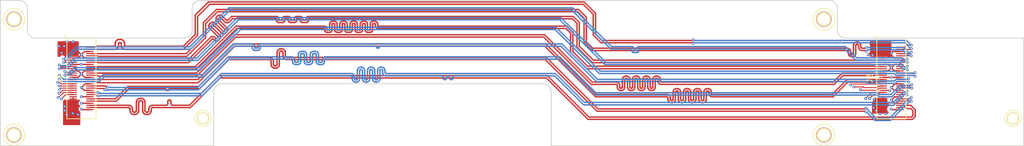
<source format=kicad_pcb>
(kicad_pcb (version 4) (host pcbnew 0.201603021449+6606~42~ubuntu14.04.1-product)
  (layers (0 F.Cu signal) (1 In1.Cu power) (2 In2.Cu signal) (3 In3.Cu signal) (4 In4.Cu power) (31 B.Cu signal) (34 B.Paste user) (35 F.Paste user) (36 B.SilkS user) (37 F.SilkS user) (38 B.Mask user) (39 F.Mask user) (44 Edge.Cuts user))
  (net 0 "")
  (net 1 P_LVDS1-)
  (net 2 GND)
  (net 3 P_LVDS11-)
  (net 4 P_LVDS11+)
  (net 5 P_LVDS12-)
  (net 6 P_LVDS12+)
  (net 7 P_LVDS13-)
  (net 8 P_LVDS13+)
  (net 9 P_LVDS14-)
  (net 10 P_LVDS14+)
  (net 11 FPGA_SS_CCLK)
  (net 12 FPGA_SS_DIN)
  (net 13 FPGA_SS_INIT_B)
  (net 14 FPGA_SS_PROGRAM_B)
  (net 15 FPGA_SS_DONE)
  (net 16 FPGA_SS_DOUT)
  (net 17 +5V)
  (net 18 P_LVDS1+)
  (net 19 P_LVDS2-)
  (net 20 P_LVDS2+)
  (net 21 P_LVDS3-)
  (net 22 P_LVDS3+)
  (net 23 P_LVDS4-)
  (net 24 P_LVDS4+)
  (net 25 P_LVDS5-)
  (net 26 P_LVDS5+)
  (net 27 P_LVDS6-)
  (net 28 P_LVDS6+)
  (net 29 P_LVDS7-)
  (net 30 P_LVDS7+)
  (net 31 P_LVDS8-)
  (net 32 P_LVDS8+)
  (net 33 P_LVDS9-)
  (net 34 P_LVDS9+)
  (net 35 P_LVDS10-)
  (net 36 P_LVDS10+)
  (module Mounting:MountingHoleM2 (layer F.Cu) (at 164.5 196)
    (fp_text reference REF** hide)
    (fp_text value MountingHoleM2)
    (pad MNT thru_hole circle (at 0 0) (size 2.54 2.54) (drill 2.15) (layers *.Cu *.Mask F.SilkS))
  )
  (module Mounting:MountingHoleM2 (layer F.Cu) (at 164.5 174.5)
    (fp_text reference REF** hide)
    (fp_text value MountingHoleM2)
    (pad MNT thru_hole circle (at 0 0) (size 2.54 2.54) (drill 2.15) (layers *.Cu *.Mask F.SilkS))
  )
  (module Mounting:MountingHoleM2 (layer F.Cu) (at 14.5 174.5)
    (fp_text reference REF** hide)
    (fp_text value MountingHoleM2)
    (pad MNT thru_hole circle (at 0 0) (size 2.54 2.54) (drill 2.15) (layers *.Cu *.Mask F.SilkS))
  )
  (module Mounting:MountingHoleM1.6 (layer F.Cu) (at 49.5 192.925)
    (fp_text reference REF** hide)
    (fp_text value MountingHoleM1.6)
    (pad MNT thru_hole circle (at 0 0) (size 2.2 2.2) (drill 1.8) (layers *.Cu *.Mask F.SilkS))
  )
  (module Mounting:MountingHoleM1.6 (layer F.Cu) (at 199.505 192.925)
    (fp_text reference REF** hide)
    (fp_text value MountingHoleM1.6)
    (pad MNT thru_hole circle (at 0 0) (size 2.2 2.2) (drill 1.8) (layers *.Cu *.Mask F.SilkS))
  )
  (module "Hirose:DF40HC(4.0)_60DS_0-4V" (layer F.Cu) (at 177 185.5 270)
    (fp_text reference J2 (at 0 4 270) (layer F.SilkS))
    (fp_text value "DDF40HC(4.0)_60DS_0-4V")
    (pad 2 smd rect (at -5.8 -1.58 270) (size 0.2 1.4) (layers F.Cu F.Paste F.Mask) (net 18 P_LVDS1+))
    (pad 3 smd rect (at -5.4 1.54 270) (size 0.2 1.4) (layers F.Cu F.Paste F.Mask) (net 2 GND))
    (pad 5 smd rect (at -5 1.54 270) (size 0.2 1.4) (layers F.Cu F.Paste F.Mask) (net 2 GND))
    (pad 7 smd rect (at -4.6 1.54 270) (size 0.2 1.4) (layers F.Cu F.Paste F.Mask) (net 2 GND))
    (pad 9 smd rect (at -4.2 1.54 270) (size 0.2 1.4) (layers F.Cu F.Paste F.Mask) (net 2 GND))
    (pad 11 smd rect (at -3.8 1.54 270) (size 0.2 1.4) (layers F.Cu F.Paste F.Mask) (net 2 GND))
    (pad 13 smd rect (at -3.4 1.54 270) (size 0.2 1.4) (layers F.Cu F.Paste F.Mask) (net 3 P_LVDS11-))
    (pad 15 smd rect (at -3 1.54 270) (size 0.2 1.4) (layers F.Cu F.Paste F.Mask) (net 4 P_LVDS11+))
    (pad 17 smd rect (at -2.6 1.54 270) (size 0.2 1.4) (layers F.Cu F.Paste F.Mask) (net 2 GND))
    (pad 19 smd rect (at -2.2 1.54 270) (size 0.2 1.4) (layers F.Cu F.Paste F.Mask) (net 5 P_LVDS12-))
    (pad 21 smd rect (at -1.8 1.54 270) (size 0.2 1.4) (layers F.Cu F.Paste F.Mask) (net 6 P_LVDS12+))
    (pad 23 smd rect (at -1.4 1.54 270) (size 0.2 1.4) (layers F.Cu F.Paste F.Mask) (net 2 GND))
    (pad 25 smd rect (at -1 1.54 270) (size 0.2 1.4) (layers F.Cu F.Paste F.Mask) (net 7 P_LVDS13-))
    (pad 27 smd rect (at -0.6 1.54 270) (size 0.2 1.4) (layers F.Cu F.Paste F.Mask) (net 8 P_LVDS13+))
    (pad 29 smd rect (at -0.2 1.54 270) (size 0.2 1.4) (layers F.Cu F.Paste F.Mask) (net 2 GND))
    (pad 31 smd rect (at 0.2 1.54 270) (size 0.2 1.4) (layers F.Cu F.Paste F.Mask) (net 9 P_LVDS14-))
    (pad 33 smd rect (at 0.6 1.54 270) (size 0.2 1.4) (layers F.Cu F.Paste F.Mask) (net 10 P_LVDS14+))
    (pad 35 smd rect (at 1 1.54 270) (size 0.2 1.4) (layers F.Cu F.Paste F.Mask) (net 11 FPGA_SS_CCLK))
    (pad 37 smd rect (at 1.4 1.54 270) (size 0.2 1.4) (layers F.Cu F.Paste F.Mask) (net 12 FPGA_SS_DIN))
    (pad 39 smd rect (at 1.8 1.54 270) (size 0.2 1.4) (layers F.Cu F.Paste F.Mask) (net 13 FPGA_SS_INIT_B))
    (pad 41 smd rect (at 2.2 1.54 270) (size 0.2 1.4) (layers F.Cu F.Paste F.Mask) (net 14 FPGA_SS_PROGRAM_B))
    (pad 43 smd rect (at 2.6 1.54 270) (size 0.2 1.4) (layers F.Cu F.Paste F.Mask) (net 15 FPGA_SS_DONE))
    (pad 45 smd rect (at 3 1.54 270) (size 0.2 1.4) (layers F.Cu F.Paste F.Mask) (net 16 FPGA_SS_DOUT))
    (pad 47 smd rect (at 3.4 1.54 270) (size 0.2 1.4) (layers F.Cu F.Paste F.Mask) (net 17 +5V))
    (pad 49 smd rect (at 3.8 1.54 270) (size 0.2 1.4) (layers F.Cu F.Paste F.Mask) (net 17 +5V))
    (pad 51 smd rect (at 4.2 1.54 270) (size 0.2 1.4) (layers F.Cu F.Paste F.Mask) (net 17 +5V))
    (pad 53 smd rect (at 4.6 1.54 270) (size 0.2 1.4) (layers F.Cu F.Paste F.Mask) (net 17 +5V))
    (pad 55 smd rect (at 5 1.54 270) (size 0.2 1.4) (layers F.Cu F.Paste F.Mask) (net 17 +5V))
    (pad 57 smd rect (at 5.4 1.54 270) (size 0.2 1.4) (layers F.Cu F.Paste F.Mask) (net 17 +5V))
    (pad 59 smd rect (at 5.8 1.54 270) (size 0.2 1.4) (layers F.Cu F.Paste F.Mask) (net 17 +5V))
    (pad 1 smd rect (at -5.8 1.54 270) (size 0.2 1.4) (layers F.Cu F.Paste F.Mask) (net 2 GND))
    (pad 4 smd rect (at -5.4 -1.58 270) (size 0.2 1.4) (layers F.Cu F.Paste F.Mask) (net 1 P_LVDS1-))
    (pad 6 smd rect (at -5 -1.58 270) (size 0.2 1.4) (layers F.Cu F.Paste F.Mask) (net 2 GND))
    (pad 8 smd rect (at -4.6 -1.58 270) (size 0.2 1.4) (layers F.Cu F.Paste F.Mask) (net 19 P_LVDS2-))
    (pad 10 smd rect (at -4.2 -1.58 270) (size 0.2 1.4) (layers F.Cu F.Paste F.Mask) (net 20 P_LVDS2+))
    (pad 12 smd rect (at -3.8 -1.58 270) (size 0.2 1.4) (layers F.Cu F.Paste F.Mask) (net 2 GND))
    (pad 14 smd rect (at -3.4 -1.58 270) (size 0.2 1.4) (layers F.Cu F.Paste F.Mask) (net 21 P_LVDS3-))
    (pad 16 smd rect (at -3 -1.58 270) (size 0.2 1.4) (layers F.Cu F.Paste F.Mask) (net 22 P_LVDS3+))
    (pad 18 smd rect (at -2.6 -1.58 270) (size 0.2 1.4) (layers F.Cu F.Paste F.Mask) (net 2 GND))
    (pad 20 smd rect (at -2.2 -1.58 270) (size 0.2 1.4) (layers F.Cu F.Paste F.Mask) (net 23 P_LVDS4-))
    (pad 22 smd rect (at -1.8 -1.58 270) (size 0.2 1.4) (layers F.Cu F.Paste F.Mask) (net 24 P_LVDS4+))
    (pad 24 smd rect (at -1.4 -1.58 270) (size 0.2 1.4) (layers F.Cu F.Paste F.Mask) (net 2 GND))
    (pad 26 smd rect (at -1 -1.58 270) (size 0.2 1.4) (layers F.Cu F.Paste F.Mask) (net 25 P_LVDS5-))
    (pad 28 smd rect (at -0.6 -1.58 270) (size 0.2 1.4) (layers F.Cu F.Paste F.Mask) (net 26 P_LVDS5+))
    (pad 30 smd rect (at -0.2 -1.58 270) (size 0.2 1.4) (layers F.Cu F.Paste F.Mask) (net 2 GND))
    (pad 32 smd rect (at 0.2 -1.58 270) (size 0.2 1.4) (layers F.Cu F.Paste F.Mask) (net 27 P_LVDS6-))
    (pad 34 smd rect (at 0.6 -1.58 270) (size 0.2 1.4) (layers F.Cu F.Paste F.Mask) (net 28 P_LVDS6+))
    (pad 36 smd rect (at 1 -1.58 270) (size 0.2 1.4) (layers F.Cu F.Paste F.Mask) (net 2 GND))
    (pad 38 smd rect (at 1.4 -1.58 270) (size 0.2 1.4) (layers F.Cu F.Paste F.Mask) (net 29 P_LVDS7-))
    (pad 40 smd rect (at 1.8 -1.58 270) (size 0.2 1.4) (layers F.Cu F.Paste F.Mask) (net 30 P_LVDS7+))
    (pad 42 smd rect (at 2.2 -1.58 270) (size 0.2 1.4) (layers F.Cu F.Paste F.Mask) (net 2 GND))
    (pad 44 smd rect (at 2.6 -1.58 270) (size 0.2 1.4) (layers F.Cu F.Paste F.Mask) (net 31 P_LVDS8-))
    (pad 46 smd rect (at 3 -1.58 270) (size 0.2 1.4) (layers F.Cu F.Paste F.Mask) (net 32 P_LVDS8+))
    (pad 48 smd rect (at 3.4 -1.58 270) (size 0.2 1.4) (layers F.Cu F.Paste F.Mask) (net 2 GND))
    (pad 50 smd rect (at 3.8 -1.58 270) (size 0.2 1.4) (layers F.Cu F.Paste F.Mask) (net 34 P_LVDS9+))
    (pad 52 smd rect (at 4.2 -1.58 270) (size 0.2 1.4) (layers F.Cu F.Paste F.Mask) (net 33 P_LVDS9-))
    (pad 54 smd rect (at 4.6 -1.58 270) (size 0.2 1.4) (layers F.Cu F.Paste F.Mask) (net 2 GND))
    (pad 56 smd rect (at 5 -1.58 270) (size 0.2 1.4) (layers F.Cu F.Paste F.Mask) (net 35 P_LVDS10-))
    (pad 58 smd rect (at 5.4 -1.58 270) (size 0.2 1.4) (layers F.Cu F.Paste F.Mask) (net 36 P_LVDS10+))
    (pad 60 smd rect (at 5.8 -1.58 270) (size 0.2 1.4) (layers F.Cu F.Paste F.Mask) (net 2 GND))
  )
  (module "Hirose:DF40HC(4.0)_60DS_0-4V" (layer F.Cu) (at 27 185.5 270)
    (fp_text reference J1 (at 0 4 270) (layer F.SilkS))
    (fp_text value "DDF40HC(4.0)_60DS_0-4V")
    (pad 2 smd rect (at -5.8 -1.58 270) (size 0.2 1.4) (layers F.Cu F.Paste F.Mask) (net 18 P_LVDS1+))
    (pad 3 smd rect (at -5.4 1.54 270) (size 0.2 1.4) (layers F.Cu F.Paste F.Mask) (net 2 GND))
    (pad 5 smd rect (at -5 1.54 270) (size 0.2 1.4) (layers F.Cu F.Paste F.Mask) (net 2 GND))
    (pad 7 smd rect (at -4.6 1.54 270) (size 0.2 1.4) (layers F.Cu F.Paste F.Mask) (net 2 GND))
    (pad 9 smd rect (at -4.2 1.54 270) (size 0.2 1.4) (layers F.Cu F.Paste F.Mask) (net 2 GND))
    (pad 11 smd rect (at -3.8 1.54 270) (size 0.2 1.4) (layers F.Cu F.Paste F.Mask) (net 2 GND))
    (pad 13 smd rect (at -3.4 1.54 270) (size 0.2 1.4) (layers F.Cu F.Paste F.Mask) (net 21 P_LVDS3-))
    (pad 15 smd rect (at -3 1.54 270) (size 0.2 1.4) (layers F.Cu F.Paste F.Mask) (net 22 P_LVDS3+))
    (pad 17 smd rect (at -2.6 1.54 270) (size 0.2 1.4) (layers F.Cu F.Paste F.Mask) (net 2 GND))
    (pad 19 smd rect (at -2.2 1.54 270) (size 0.2 1.4) (layers F.Cu F.Paste F.Mask) (net 23 P_LVDS4-))
    (pad 21 smd rect (at -1.8 1.54 270) (size 0.2 1.4) (layers F.Cu F.Paste F.Mask) (net 24 P_LVDS4+))
    (pad 23 smd rect (at -1.4 1.54 270) (size 0.2 1.4) (layers F.Cu F.Paste F.Mask) (net 2 GND))
    (pad 25 smd rect (at -1 1.54 270) (size 0.2 1.4) (layers F.Cu F.Paste F.Mask) (net 25 P_LVDS5-))
    (pad 27 smd rect (at -0.6 1.54 270) (size 0.2 1.4) (layers F.Cu F.Paste F.Mask) (net 26 P_LVDS5+))
    (pad 29 smd rect (at -0.2 1.54 270) (size 0.2 1.4) (layers F.Cu F.Paste F.Mask) (net 2 GND))
    (pad 31 smd rect (at 0.2 1.54 270) (size 0.2 1.4) (layers F.Cu F.Paste F.Mask) (net 27 P_LVDS6-))
    (pad 33 smd rect (at 0.6 1.54 270) (size 0.2 1.4) (layers F.Cu F.Paste F.Mask) (net 28 P_LVDS6+))
    (pad 35 smd rect (at 1 1.54 270) (size 0.2 1.4) (layers F.Cu F.Paste F.Mask) (net 11 FPGA_SS_CCLK))
    (pad 37 smd rect (at 1.4 1.54 270) (size 0.2 1.4) (layers F.Cu F.Paste F.Mask) (net 12 FPGA_SS_DIN))
    (pad 39 smd rect (at 1.8 1.54 270) (size 0.2 1.4) (layers F.Cu F.Paste F.Mask) (net 13 FPGA_SS_INIT_B))
    (pad 41 smd rect (at 2.2 1.54 270) (size 0.2 1.4) (layers F.Cu F.Paste F.Mask) (net 14 FPGA_SS_PROGRAM_B))
    (pad 43 smd rect (at 2.6 1.54 270) (size 0.2 1.4) (layers F.Cu F.Paste F.Mask) (net 15 FPGA_SS_DONE))
    (pad 45 smd rect (at 3 1.54 270) (size 0.2 1.4) (layers F.Cu F.Paste F.Mask) (net 16 FPGA_SS_DOUT))
    (pad 47 smd rect (at 3.4 1.54 270) (size 0.2 1.4) (layers F.Cu F.Paste F.Mask) (net 17 +5V))
    (pad 49 smd rect (at 3.8 1.54 270) (size 0.2 1.4) (layers F.Cu F.Paste F.Mask) (net 17 +5V))
    (pad 51 smd rect (at 4.2 1.54 270) (size 0.2 1.4) (layers F.Cu F.Paste F.Mask) (net 17 +5V))
    (pad 53 smd rect (at 4.6 1.54 270) (size 0.2 1.4) (layers F.Cu F.Paste F.Mask) (net 17 +5V))
    (pad 55 smd rect (at 5 1.54 270) (size 0.2 1.4) (layers F.Cu F.Paste F.Mask) (net 17 +5V))
    (pad 57 smd rect (at 5.4 1.54 270) (size 0.2 1.4) (layers F.Cu F.Paste F.Mask) (net 17 +5V))
    (pad 59 smd rect (at 5.8 1.54 270) (size 0.2 1.4) (layers F.Cu F.Paste F.Mask) (net 17 +5V))
    (pad 1 smd rect (at -5.8 1.54 270) (size 0.2 1.4) (layers F.Cu F.Paste F.Mask) (net 2 GND))
    (pad 4 smd rect (at -5.4 -1.58 270) (size 0.2 1.4) (layers F.Cu F.Paste F.Mask) (net 1 P_LVDS1-))
    (pad 6 smd rect (at -5 -1.58 270) (size 0.2 1.4) (layers F.Cu F.Paste F.Mask) (net 2 GND))
    (pad 8 smd rect (at -4.6 -1.58 270) (size 0.2 1.4) (layers F.Cu F.Paste F.Mask) (net 19 P_LVDS2-))
    (pad 10 smd rect (at -4.2 -1.58 270) (size 0.2 1.4) (layers F.Cu F.Paste F.Mask) (net 20 P_LVDS2+))
    (pad 12 smd rect (at -3.8 -1.58 270) (size 0.2 1.4) (layers F.Cu F.Paste F.Mask) (net 2 GND))
    (pad 14 smd rect (at -3.4 -1.58 270) (size 0.2 1.4) (layers F.Cu F.Paste F.Mask) (net 3 P_LVDS11-))
    (pad 16 smd rect (at -3 -1.58 270) (size 0.2 1.4) (layers F.Cu F.Paste F.Mask) (net 4 P_LVDS11+))
    (pad 18 smd rect (at -2.6 -1.58 270) (size 0.2 1.4) (layers F.Cu F.Paste F.Mask) (net 2 GND))
    (pad 20 smd rect (at -2.2 -1.58 270) (size 0.2 1.4) (layers F.Cu F.Paste F.Mask) (net 5 P_LVDS12-))
    (pad 22 smd rect (at -1.8 -1.58 270) (size 0.2 1.4) (layers F.Cu F.Paste F.Mask) (net 6 P_LVDS12+))
    (pad 24 smd rect (at -1.4 -1.58 270) (size 0.2 1.4) (layers F.Cu F.Paste F.Mask) (net 2 GND))
    (pad 26 smd rect (at -1 -1.58 270) (size 0.2 1.4) (layers F.Cu F.Paste F.Mask) (net 7 P_LVDS13-))
    (pad 28 smd rect (at -0.6 -1.58 270) (size 0.2 1.4) (layers F.Cu F.Paste F.Mask) (net 8 P_LVDS13+))
    (pad 30 smd rect (at -0.2 -1.58 270) (size 0.2 1.4) (layers F.Cu F.Paste F.Mask) (net 2 GND))
    (pad 32 smd rect (at 0.2 -1.58 270) (size 0.2 1.4) (layers F.Cu F.Paste F.Mask) (net 9 P_LVDS14-))
    (pad 34 smd rect (at 0.6 -1.58 270) (size 0.2 1.4) (layers F.Cu F.Paste F.Mask) (net 10 P_LVDS14+))
    (pad 36 smd rect (at 1 -1.58 270) (size 0.2 1.4) (layers F.Cu F.Paste F.Mask) (net 2 GND))
    (pad 38 smd rect (at 1.4 -1.58 270) (size 0.2 1.4) (layers F.Cu F.Paste F.Mask) (net 29 P_LVDS7-))
    (pad 40 smd rect (at 1.8 -1.58 270) (size 0.2 1.4) (layers F.Cu F.Paste F.Mask) (net 30 P_LVDS7+))
    (pad 42 smd rect (at 2.2 -1.58 270) (size 0.2 1.4) (layers F.Cu F.Paste F.Mask) (net 2 GND))
    (pad 44 smd rect (at 2.6 -1.58 270) (size 0.2 1.4) (layers F.Cu F.Paste F.Mask) (net 31 P_LVDS8-))
    (pad 46 smd rect (at 3 -1.58 270) (size 0.2 1.4) (layers F.Cu F.Paste F.Mask) (net 32 P_LVDS8+))
    (pad 48 smd rect (at 3.4 -1.58 270) (size 0.2 1.4) (layers F.Cu F.Paste F.Mask) (net 2 GND))
    (pad 50 smd rect (at 3.8 -1.58 270) (size 0.2 1.4) (layers F.Cu F.Paste F.Mask) (net 34 P_LVDS9+))
    (pad 52 smd rect (at 4.2 -1.58 270) (size 0.2 1.4) (layers F.Cu F.Paste F.Mask) (net 33 P_LVDS9-))
    (pad 54 smd rect (at 4.6 -1.58 270) (size 0.2 1.4) (layers F.Cu F.Paste F.Mask) (net 2 GND))
    (pad 56 smd rect (at 5 -1.58 270) (size 0.2 1.4) (layers F.Cu F.Paste F.Mask) (net 36 P_LVDS10+))
    (pad 58 smd rect (at 5.4 -1.58 270) (size 0.2 1.4) (layers F.Cu F.Paste F.Mask) (net 35 P_LVDS10-))
    (pad 60 smd rect (at 5.8 -1.58 270) (size 0.2 1.4) (layers F.Cu F.Paste F.Mask) (net 2 GND))
  )
  (module Mounting:MountingHoleM2 (layer F.Cu) (at 14.5 196)
    (fp_text reference REF** hide)
    (fp_text value MountingHoleM2)
    (pad MNT thru_hole circle (at 0 0) (size 2.54 2.54) (drill 2.15) (layers *.Cu *.Mask F.SilkS))
  )
  (gr_arc (start 15.5 172.5) (end 15.5 171) (angle 90) (layer Edge.Cuts) (width 0.15))
  (gr_line (start 17 176.5) (end 17 172.5) (layer Edge.Cuts) (width 0.15))
  (gr_arc (start 18.5 176.5) (end 18.5 178) (angle 90) (layer Edge.Cuts) (width 0.15))
  (gr_line (start 12 171) (end 15.5 171) (layer Edge.Cuts) (width 0.15))
  (gr_arc (start 168.5 176.5) (end 168.5 178) (angle 90) (layer Edge.Cuts) (width 0.15))
  (gr_arc (start 46 176.5) (end 47.5 176.5) (angle 90) (layer Edge.Cuts) (width 0.15))
  (gr_line (start 167 176.5) (end 167 172.5) (layer Edge.Cuts) (width 0.15))
  (gr_arc (start 165.5 172.5) (end 165.5 171) (angle 90) (layer Edge.Cuts) (width 0.15))
  (gr_line (start 49 171) (end 165.5 171) (layer Edge.Cuts) (width 0.15))
  (gr_arc (start 49 172.5) (end 47.5 172.5) (angle 90) (layer Edge.Cuts) (width 0.15))
  (gr_line (start 47.5 176.5) (end 47.5 172.5) (layer Edge.Cuts) (width 0.15))
  (gr_arc (start 112.5 188) (end 112.5 186.5) (angle 90) (layer Edge.Cuts) (width 0.15))
  (gr_arc (start 53 188) (end 51.5 188) (angle 90) (layer Edge.Cuts) (width 0.15))
  (gr_line (start 114 198) (end 201.5 198) (layer Edge.Cuts) (width 0.15))
  (gr_line (start 51.5 198) (end 12 198) (layer Edge.Cuts) (width 0.15))
  (gr_line (start 53 186.5) (end 112.5 186.5) (layer Edge.Cuts) (width 0.15))
  (gr_line (start 114 198) (end 114 188) (layer Edge.Cuts) (width 0.15))
  (gr_line (start 51.5 198) (end 51.5 188) (layer Edge.Cuts) (width 0.15))
  (gr_line (start 168.5 178) (end 201.5 178) (layer Edge.Cuts) (width 0.15))
  (gr_line (start 18.5 178) (end 46 178) (layer Edge.Cuts) (width 0.15))
  (gr_line (start 201.5 178) (end 201.5 198) (layer Edge.Cuts) (width 0.15))
  (gr_line (start 12 171) (end 12 198) (layer Edge.Cuts) (width 0.15))
  (segment (start 34.042718 178.857282) (end 34.208 178.857282) (width 0.254) (layer F.Cu) (net 1))
  (segment (start 35.106146 180.1) (end 45.905328 180.1) (width 0.254) (layer F.Cu) (net 1))
  (segment (start 33.871359 179.028641) (end 33.875655 178.990511) (width 0.254) (layer F.Cu) (net 1))
  (segment (start 34.537921 179.826358) (end 34.653001 179.941438) (width 0.254) (layer F.Cu) (net 1))
  (segment (start 33.799384 179.688554) (end 33.853136 179.534939) (width 0.254) (layer F.Cu) (net 1))
  (segment (start 121.7841 173.589428) (end 121.7841 177.43057) (width 0.254) (layer F.Cu) (net 1))
  (segment (start 33.935877 178.894668) (end 33.968368 178.874252) (width 0.254) (layer F.Cu) (net 1))
  (segment (start 45.905328 180.1) (end 48.5159 177.489428) (width 0.254) (layer F.Cu) (net 1))
  (segment (start 123.225619 178.872089) (end 140.172999 178.872089) (width 0.254) (layer F.Cu) (net 1))
  (segment (start 33.871359 179.373213) (end 33.871359 179.028641) (width 0.254) (layer F.Cu) (net 1))
  (segment (start 34.282349 178.874252) (end 34.31484 178.894668) (width 0.254) (layer F.Cu) (net 1))
  (segment (start 34.653001 179.941438) (end 34.790805 180.028026) (width 0.254) (layer F.Cu) (net 1))
  (segment (start 33.306297 180.081778) (end 33.459912 180.028026) (width 0.254) (layer F.Cu) (net 1))
  (segment (start 34.31484 178.894668) (end 34.341973 178.921801) (width 0.254) (layer F.Cu) (net 1))
  (segment (start 34.375062 178.990511) (end 34.379359 179.028641) (width 0.254) (layer F.Cu) (net 1))
  (segment (start 33.968368 178.874252) (end 34.004587 178.861579) (width 0.254) (layer F.Cu) (net 1))
  (segment (start 34.790805 180.028026) (end 34.94442 180.081778) (width 0.254) (layer F.Cu) (net 1))
  (segment (start 34.004587 178.861579) (end 34.042718 178.857282) (width 0.254) (layer F.Cu) (net 1))
  (segment (start 33.875655 178.990511) (end 33.888328 178.954292) (width 0.254) (layer F.Cu) (net 1))
  (segment (start 33.144571 180.1) (end 33.306297 180.081778) (width 0.254) (layer F.Cu) (net 1))
  (segment (start 34.341973 178.921801) (end 34.362389 178.954292) (width 0.254) (layer F.Cu) (net 1))
  (segment (start 33.597716 179.941438) (end 33.712796 179.826358) (width 0.254) (layer F.Cu) (net 1))
  (segment (start 29.775 180.1) (end 33.144571 180.1) (width 0.254) (layer F.Cu) (net 1))
  (segment (start 33.459912 180.028026) (end 33.597716 179.941438) (width 0.254) (layer F.Cu) (net 1))
  (segment (start 33.888328 178.954292) (end 33.908744 178.921801) (width 0.254) (layer F.Cu) (net 1))
  (segment (start 33.712796 179.826358) (end 33.799384 179.688554) (width 0.254) (layer F.Cu) (net 1))
  (segment (start 33.853136 179.534939) (end 33.871359 179.373213) (width 0.254) (layer F.Cu) (net 1))
  (segment (start 33.908744 178.921801) (end 33.935877 178.894668) (width 0.254) (layer F.Cu) (net 1))
  (segment (start 34.208 178.857282) (end 34.24613 178.861579) (width 0.254) (layer F.Cu) (net 1))
  (segment (start 34.24613 178.861579) (end 34.282349 178.874252) (width 0.254) (layer F.Cu) (net 1))
  (segment (start 34.362389 178.954292) (end 34.375062 178.990511) (width 0.254) (layer F.Cu) (net 1))
  (segment (start 34.379359 179.028641) (end 34.379359 179.373213) (width 0.254) (layer F.Cu) (net 1))
  (segment (start 34.379359 179.373213) (end 34.397581 179.534939) (width 0.254) (layer F.Cu) (net 1))
  (segment (start 34.397581 179.534939) (end 34.451333 179.688554) (width 0.254) (layer F.Cu) (net 1))
  (segment (start 34.451333 179.688554) (end 34.537921 179.826358) (width 0.254) (layer F.Cu) (net 1))
  (segment (start 34.94442 180.081778) (end 35.106146 180.1) (width 0.254) (layer F.Cu) (net 1))
  (segment (start 48.5159 177.489428) (end 48.5159 173.989428) (width 0.254) (layer F.Cu) (net 1))
  (segment (start 48.5159 173.989428) (end 50.789428 171.7159) (width 0.254) (layer F.Cu) (net 1))
  (segment (start 50.789428 171.7159) (end 119.910572 171.7159) (width 0.254) (layer F.Cu) (net 1))
  (segment (start 119.910572 171.7159) (end 121.7841 173.589428) (width 0.254) (layer F.Cu) (net 1))
  (segment (start 121.7841 177.43057) (end 123.225619 178.872089) (width 0.254) (layer F.Cu) (net 1))
  (segment (start 140.172999 178.872089) (end 140.3 178.99909) (width 0.254) (layer F.Cu) (net 1))
  (segment (start 180.162492 179.43683) (end 179.597751 178.872089) (width 0.254) (layer B.Cu) (net 1))
  (via (at 140.3 178.99909) (size 0.508) (drill 0.2032) (layers F.Cu B.Cu) (net 1))
  (segment (start 180.705564 179.979902) (end 180.578634 179.852972) (width 0.254) (layer B.Cu) (net 1))
  (segment (start 180.578634 179.852972) (end 180.43986 179.852972) (width 0.254) (layer B.Cu) (net 1))
  (segment (start 180.43986 179.852972) (end 180.162492 179.575604) (width 0.254) (layer B.Cu) (net 1))
  (segment (start 140.427001 178.872089) (end 140.3 178.99909) (width 0.254) (layer B.Cu) (net 1))
  (segment (start 180.162492 179.575604) (end 180.162492 179.43683) (width 0.254) (layer B.Cu) (net 1))
  (segment (start 179.597751 178.872089) (end 140.427001 178.872089) (width 0.254) (layer B.Cu) (net 1))
  (segment (start 29.775 180.1) (end 28.54 180.1) (width 0.1778) (layer F.Cu) (net 1))
  (segment (start 178.58 180.1) (end 180.585466 180.1) (width 0.1778) (layer F.Cu) (net 1))
  (segment (start 180.585466 180.1) (end 180.705564 179.979902) (width 0.1778) (layer F.Cu) (net 1))
  (via (at 180.705564 179.979902) (size 0.508) (drill 0.2032) (layers F.Cu B.Cu) (net 1))
  (segment (start 175.46 180.5) (end 173.3 180.5) (width 0.254) (layer F.Cu) (net 2))
  (segment (start 173.3 180.5) (end 172.7 181.1) (width 0.254) (layer F.Cu) (net 2))
  (via (at 172.7 181.1) (size 0.508) (drill 0.2032) (layers F.Cu B.Cu) (net 2))
  (segment (start 175.46 181.3) (end 173.662509 181.3) (width 0.254) (layer F.Cu) (net 2))
  (segment (start 173.662509 181.3) (end 173.5 181.137491) (width 0.254) (layer F.Cu) (net 2))
  (via (at 173.5 181.137491) (size 0.508) (drill 0.2032) (layers F.Cu B.Cu) (net 2))
  (segment (start 178.54 180.5) (end 177.3 180.5) (width 0.254) (layer F.Cu) (net 2))
  (segment (start 177.3 180.5) (end 177 180.8) (width 0.254) (layer F.Cu) (net 2))
  (segment (start 178.54 181.7) (end 177.54079 181.7) (width 0.254) (layer F.Cu) (net 2))
  (segment (start 177.54079 181.7) (end 177 181.15921) (width 0.254) (layer F.Cu) (net 2))
  (segment (start 177 181.15921) (end 177 180.8) (width 0.254) (layer F.Cu) (net 2))
  (segment (start 176.9 180.9) (end 177 180.8) (width 0.254) (layer F.Cu) (net 2))
  (segment (start 178.54 182.9) (end 177.6 182.9) (width 0.254) (layer F.Cu) (net 2))
  (segment (start 177.6 182.9) (end 177 183.5) (width 0.254) (layer F.Cu) (net 2))
  (segment (start 175.46 182.9) (end 176.4 182.9) (width 0.254) (layer F.Cu) (net 2))
  (segment (start 176.4 182.9) (end 177 183.5) (width 0.254) (layer F.Cu) (net 2))
  (segment (start 178.54 184.1) (end 177.6 184.1) (width 0.254) (layer F.Cu) (net 2))
  (segment (start 177.6 184.1) (end 177 183.5) (width 0.254) (layer F.Cu) (net 2))
  (segment (start 175.46 184.1) (end 176.4 184.1) (width 0.254) (layer F.Cu) (net 2))
  (segment (start 176.4 184.1) (end 177 183.5) (width 0.254) (layer F.Cu) (net 2))
  (segment (start 178.54 185.3) (end 177 185.3) (width 0.254) (layer F.Cu) (net 2))
  (segment (start 175.46 185.3) (end 177 185.3) (width 0.254) (layer F.Cu) (net 2))
  (via (at 177 185.3) (size 0.508) (drill 0.2032) (layers F.Cu B.Cu) (net 2))
  (via (at 177 183.5) (size 0.508) (drill 0.2032) (layers F.Cu B.Cu) (net 2))
  (via (at 177 180.8) (size 0.508) (drill 0.2032) (layers F.Cu B.Cu) (net 2))
  (segment (start 178.54 186.5) (end 177.675 186.5) (width 0.254) (layer F.Cu) (net 2))
  (segment (start 178.54 187.7) (end 177.475 187.7) (width 0.254) (layer F.Cu) (net 2))
  (segment (start 177.475 187.7) (end 176.975 187.2) (width 0.254) (layer F.Cu) (net 2))
  (segment (start 177.675 186.5) (end 176.975 187.2) (width 0.254) (layer F.Cu) (net 2))
  (via (at 176.975 187.2) (size 0.508) (drill 0.2032) (layers F.Cu B.Cu) (net 2))
  (segment (start 178.54 191.3) (end 177.075 191.3) (width 0.254) (layer F.Cu) (net 2))
  (segment (start 177.075 191.3) (end 176.975 191.2) (width 0.254) (layer F.Cu) (net 2))
  (segment (start 178.54 190.1) (end 177.575 190.1) (width 0.254) (layer F.Cu) (net 2))
  (segment (start 177.575 190.1) (end 177 189.525) (width 0.254) (layer F.Cu) (net 2))
  (segment (start 178.54 188.9) (end 177.625 188.9) (width 0.254) (layer F.Cu) (net 2))
  (segment (start 177.625 188.9) (end 177 189.525) (width 0.254) (layer F.Cu) (net 2))
  (via (at 177 189.525) (size 0.508) (drill 0.2032) (layers F.Cu B.Cu) (net 2))
  (via (at 176.975 191.2) (size 0.508) (drill 0.2032) (layers F.Cu B.Cu) (net 2))
  (segment (start 178.515 191.3) (end 177.075 191.3) (width 0.1778) (layer F.Cu) (net 2))
  (segment (start 175.46 180.9) (end 176.9 180.9) (width 0.254) (layer F.Cu) (net 2))
  (segment (start 175.46 181.7) (end 175.46 181.3) (width 0.1778) (layer F.Cu) (net 2))
  (segment (start 25.46 180.1) (end 25.46 179.86) (width 0.254) (layer F.Cu) (net 2))
  (segment (start 25.46 179.86) (end 24.3 178.7) (width 0.254) (layer F.Cu) (net 2))
  (via (at 24.3 178.7) (size 0.508) (drill 0.2032) (layers F.Cu B.Cu) (net 2))
  (segment (start 28.54 185.3) (end 27.625 185.3) (width 0.254) (layer F.Cu) (net 2))
  (segment (start 27.625 185.3) (end 27 184.675) (width 0.254) (layer F.Cu) (net 2))
  (segment (start 25.46 185.3) (end 26.375 185.3) (width 0.254) (layer F.Cu) (net 2))
  (segment (start 26.375 185.3) (end 27 184.675) (width 0.254) (layer F.Cu) (net 2))
  (segment (start 28.54 184.1) (end 27.575 184.1) (width 0.254) (layer F.Cu) (net 2))
  (segment (start 27.575 184.1) (end 27 184.675) (width 0.254) (layer F.Cu) (net 2))
  (segment (start 25.46 184.1) (end 26.425 184.1) (width 0.254) (layer F.Cu) (net 2))
  (segment (start 26.425 184.1) (end 27 184.675) (width 0.254) (layer F.Cu) (net 2))
  (segment (start 28.54 182.9) (end 27 182.9) (width 0.254) (layer F.Cu) (net 2))
  (segment (start 27 182.9) (end 26.975 182.875) (width 0.254) (layer F.Cu) (net 2))
  (segment (start 25.46 182.9) (end 26.95 182.9) (width 0.254) (layer F.Cu) (net 2))
  (segment (start 26.95 182.9) (end 26.975 182.875) (width 0.254) (layer F.Cu) (net 2))
  (segment (start 28.54 181.7) (end 27.6 181.7) (width 0.254) (layer F.Cu) (net 2))
  (segment (start 27.6 181.7) (end 27 181.1) (width 0.254) (layer F.Cu) (net 2))
  (segment (start 25.46 181.7) (end 26.4 181.7) (width 0.254) (layer F.Cu) (net 2))
  (segment (start 26.4 181.7) (end 27 181.1) (width 0.254) (layer F.Cu) (net 2))
  (segment (start 28.54 180.5) (end 27.6 180.5) (width 0.254) (layer F.Cu) (net 2))
  (segment (start 27.6 180.5) (end 27 181.1) (width 0.254) (layer F.Cu) (net 2))
  (segment (start 25.46 180.5) (end 26.4 180.5) (width 0.254) (layer F.Cu) (net 2))
  (segment (start 26.4 180.5) (end 27 181.1) (width 0.254) (layer F.Cu) (net 2))
  (segment (start 25.46 180.5) (end 24.8 180.5) (width 0.254) (layer F.Cu) (net 2))
  (segment (start 24.8 180.5) (end 23.8 179.5) (width 0.254) (layer F.Cu) (net 2))
  (via (at 23.8 179.5) (size 0.508) (drill 0.2032) (layers F.Cu B.Cu) (net 2))
  (via (at 27 184.675) (size 0.508) (drill 0.2032) (layers F.Cu B.Cu) (net 2))
  (via (at 26.975 182.875) (size 0.508) (drill 0.2032) (layers F.Cu B.Cu) (net 2))
  (via (at 27 181.1) (size 0.508) (drill 0.2032) (layers F.Cu B.Cu) (net 2))
  (segment (start 28.54 186.5) (end 27.7 186.5) (width 0.254) (layer F.Cu) (net 2))
  (segment (start 28.54 187.7) (end 27.5 187.7) (width 0.254) (layer F.Cu) (net 2))
  (segment (start 27.5 187.7) (end 27 187.2) (width 0.254) (layer F.Cu) (net 2))
  (segment (start 27.7 186.5) (end 27 187.2) (width 0.254) (layer F.Cu) (net 2))
  (via (at 27 187.2) (size 0.508) (drill 0.2032) (layers F.Cu B.Cu) (net 2))
  (segment (start 28.54 191.3) (end 27.1 191.3) (width 0.254) (layer F.Cu) (net 2))
  (segment (start 27.1 191.3) (end 27 191.2) (width 0.254) (layer F.Cu) (net 2))
  (segment (start 28.54 190.1) (end 27 190.1) (width 0.254) (layer F.Cu) (net 2))
  (segment (start 28.54 188.9) (end 27 188.9) (width 0.254) (layer F.Cu) (net 2))
  (via (at 27 191.2) (size 0.508) (drill 0.2032) (layers F.Cu B.Cu) (net 2))
  (via (at 27 190.1) (size 0.508) (drill 0.2032) (layers F.Cu B.Cu) (net 2))
  (via (at 27 188.9) (size 0.508) (drill 0.2032) (layers F.Cu B.Cu) (net 2))
  (segment (start 25.46 179.7) (end 25.46 178.715) (width 0.254) (layer F.Cu) (net 2))
  (segment (start 25.46 178.715) (end 25.475 178.7) (width 0.254) (layer F.Cu) (net 2))
  (via (at 25.475 178.7) (size 0.508) (drill 0.2032) (layers F.Cu B.Cu) (net 2))
  (segment (start 25.46 180.9) (end 24.275 180.9) (width 0.254) (layer F.Cu) (net 2))
  (segment (start 24.275 180.9) (end 22.875 179.5) (width 0.254) (layer F.Cu) (net 2))
  (via (at 22.875 179.5) (size 0.508) (drill 0.2032) (layers F.Cu B.Cu) (net 2))
  (segment (start 25.46 181.3) (end 23.875 181.3) (width 0.254) (layer F.Cu) (net 2))
  (segment (start 23.875 181.3) (end 23.325 180.75) (width 0.254) (layer F.Cu) (net 2))
  (via (at 23.325 180.75) (size 0.508) (drill 0.2032) (layers F.Cu B.Cu) (net 2))
  (segment (start 52.053369 178.085007) (end 52.085468 178.069548) (width 0.254) (layer F.Cu) (net 3))
  (segment (start 63.552332 174.652332) (end 63.552846 174.6569) (width 0.254) (layer F.Cu) (net 3))
  (segment (start 52.018635 178.092934) (end 52.053369 178.085007) (width 0.254) (layer F.Cu) (net 3))
  (segment (start 121.805328 182.1) (end 173.323937 182.1) (width 0.254) (layer F.Cu) (net 3))
  (segment (start 54.059869 174.699232) (end 54.111115 174.674553) (width 0.254) (layer F.Cu) (net 3))
  (segment (start 51.364508 175.06474) (end 51.505576 175.096938) (width 0.254) (layer F.Cu) (net 3))
  (segment (start 52.24753 177.913127) (end 52.269743 177.885272) (width 0.254) (layer F.Cu) (net 3))
  (segment (start 52.293129 177.818439) (end 52.293129 177.782812) (width 0.254) (layer F.Cu) (net 3))
  (segment (start 63.572864 174.672864) (end 64.2 174.672864) (width 0.254) (layer F.Cu) (net 3))
  (segment (start 65.756811 174.665133) (end 65.760062 174.668384) (width 0.254) (layer F.Cu) (net 3))
  (segment (start 63.510125 174.225375) (end 63.541646 174.315457) (width 0.254) (layer F.Cu) (net 3))
  (segment (start 68.6 174.672864) (end 68.604568 174.672349) (width 0.254) (layer F.Cu) (net 3))
  (segment (start 67.620974 173.994785) (end 67.711056 174.026306) (width 0.254) (layer F.Cu) (net 3))
  (segment (start 52.285201 177.748078) (end 52.269743 177.715979) (width 0.254) (layer F.Cu) (net 3))
  (segment (start 64.313514 174.144566) (end 64.380998 174.077082) (width 0.254) (layer F.Cu) (net 3))
  (segment (start 51.829701 177.270295) (end 51.829705 177.270296) (width 0.254) (layer F.Cu) (net 3))
  (segment (start 67.941646 174.315457) (end 67.952332 174.410294) (width 0.254) (layer F.Cu) (net 3))
  (segment (start 69.046726 173.9841) (end 118.089428 173.9841) (width 0.254) (layer F.Cu) (net 3))
  (segment (start 51.380165 177.710959) (end 51.501713 177.738702) (width 0.254) (layer F.Cu) (net 3))
  (segment (start 64.551889 173.994785) (end 64.646726 173.9841) (width 0.254) (layer F.Cu) (net 3))
  (segment (start 66.412801 174.668384) (end 66.416052 174.665133) (width 0.254) (layer F.Cu) (net 3))
  (segment (start 66.462738 174.225375) (end 66.513514 174.144566) (width 0.254) (layer F.Cu) (net 3))
  (segment (start 66.513514 174.144566) (end 66.580998 174.077082) (width 0.254) (layer F.Cu) (net 3))
  (segment (start 52.269743 177.885272) (end 52.285201 177.853173) (width 0.254) (layer F.Cu) (net 3))
  (segment (start 65.772864 174.672864) (end 66.4 174.672864) (width 0.254) (layer F.Cu) (net 3))
  (segment (start 52.108279 173.976904) (end 52.164322 173.920862) (width 0.254) (layer F.Cu) (net 3))
  (segment (start 65.741646 174.315457) (end 65.752332 174.410294) (width 0.254) (layer F.Cu) (net 3))
  (segment (start 52.293129 177.782812) (end 52.285201 177.748078) (width 0.254) (layer F.Cu) (net 3))
  (segment (start 51.735657 177.894672) (end 51.88832 178.047335) (width 0.254) (layer F.Cu) (net 3))
  (segment (start 53.347711 176.76386) (end 53.382445 176.755932) (width 0.254) (layer F.Cu) (net 3))
  (segment (start 50.948377 175.159719) (end 51.078742 175.096939) (width 0.254) (layer F.Cu) (net 3))
  (segment (start 53.576606 176.35905) (end 52.10828 174.890726) (width 0.254) (layer F.Cu) (net 3))
  (segment (start 53.27735 176.755932) (end 53.312084 176.76386) (width 0.254) (layer F.Cu) (net 3))
  (segment (start 66.418498 174.66124) (end 66.420017 174.6569) (width 0.254) (layer F.Cu) (net 3))
  (segment (start 63.311056 174.026306) (end 63.391865 174.077082) (width 0.254) (layer F.Cu) (net 3))
  (segment (start 64.216052 174.665133) (end 64.218498 174.66124) (width 0.254) (layer F.Cu) (net 3))
  (segment (start 64.220017 174.6569) (end 64.220532 174.652332) (width 0.254) (layer F.Cu) (net 3))
  (segment (start 66.404568 174.672349) (end 66.408908 174.67083) (width 0.254) (layer F.Cu) (net 3))
  (segment (start 53.622205 176.453738) (end 53.614277 176.419004) (width 0.254) (layer F.Cu) (net 3))
  (segment (start 66.846726 173.9841) (end 67.526137 173.9841) (width 0.254) (layer F.Cu) (net 3))
  (segment (start 63.554365 174.66124) (end 63.556811 174.665133) (width 0.254) (layer F.Cu) (net 3))
  (segment (start 67.952332 174.410294) (end 67.952332 174.652332) (width 0.254) (layer F.Cu) (net 3))
  (segment (start 50.59401 175.690541) (end 50.626208 175.549472) (width 0.254) (layer F.Cu) (net 3))
  (segment (start 51.955283 174.64723) (end 51.923086 174.506161) (width 0.254) (layer F.Cu) (net 3))
  (segment (start 51.677041 177.117632) (end 50.779206 176.2198) (width 0.254) (layer F.Cu) (net 3))
  (segment (start 53.078144 173.920863) (end 53.106166 173.948882) (width 0.254) (layer F.Cu) (net 3))
  (segment (start 52.285201 177.853173) (end 52.293129 177.818439) (width 0.254) (layer F.Cu) (net 3))
  (segment (start 52.269743 177.715979) (end 52.24753 177.688124) (width 0.254) (layer F.Cu) (net 3))
  (segment (start 68.620532 174.410294) (end 68.631217 174.315457) (width 0.254) (layer F.Cu) (net 3))
  (segment (start 52.24753 177.688124) (end 51.829701 177.270295) (width 0.254) (layer F.Cu) (net 3))
  (segment (start 67.960062 174.668384) (end 67.963955 174.67083) (width 0.254) (layer F.Cu) (net 3))
  (segment (start 52.113323 178.047335) (end 52.24753 177.913127) (width 0.254) (layer F.Cu) (net 3))
  (segment (start 64.218498 174.66124) (end 64.220017 174.6569) (width 0.254) (layer F.Cu) (net 3))
  (segment (start 51.923086 174.506161) (end 51.923084 174.361467) (width 0.254) (layer F.Cu) (net 3))
  (segment (start 50.626208 175.549472) (end 50.688989 175.419106) (width 0.254) (layer F.Cu) (net 3))
  (segment (start 52.83465 173.767864) (end 52.965017 173.830645) (width 0.254) (layer F.Cu) (net 3))
  (segment (start 53.614277 176.419004) (end 53.598819 176.386905) (width 0.254) (layer F.Cu) (net 3))
  (segment (start 54.004418 174.711888) (end 54.059869 174.699232) (width 0.254) (layer F.Cu) (net 3))
  (segment (start 65.752332 174.652332) (end 65.752846 174.6569) (width 0.254) (layer F.Cu) (net 3))
  (segment (start 53.622205 176.489365) (end 53.622205 176.453738) (width 0.254) (layer F.Cu) (net 3))
  (segment (start 51.829705 177.270296) (end 51.677041 177.117632) (width 0.254) (layer F.Cu) (net 3))
  (segment (start 46.694672 182.1) (end 50.924143 177.870528) (width 0.254) (layer F.Cu) (net 3))
  (segment (start 51.948274 178.085007) (end 51.983008 178.092934) (width 0.254) (layer F.Cu) (net 3))
  (segment (start 52.965017 173.830645) (end 53.078144 173.920863) (width 0.254) (layer F.Cu) (net 3))
  (segment (start 66.416052 174.665133) (end 66.418498 174.66124) (width 0.254) (layer F.Cu) (net 3))
  (segment (start 68.608908 174.67083) (end 68.612801 174.668384) (width 0.254) (layer F.Cu) (net 3))
  (segment (start 64.461807 174.026306) (end 64.551889 173.994785) (width 0.254) (layer F.Cu) (net 3))
  (segment (start 50.626209 175.976304) (end 50.594012 175.835235) (width 0.254) (layer F.Cu) (net 3))
  (segment (start 51.711514 177.870528) (end 51.735657 177.894672) (width 0.254) (layer F.Cu) (net 3))
  (segment (start 64.380998 174.077082) (end 64.461807 174.026306) (width 0.254) (layer F.Cu) (net 3))
  (segment (start 65.768295 174.672349) (end 65.772864 174.672864) (width 0.254) (layer F.Cu) (net 3))
  (segment (start 68.604568 174.672349) (end 68.608908 174.67083) (width 0.254) (layer F.Cu) (net 3))
  (segment (start 51.255492 177.710959) (end 51.380165 177.710959) (width 0.254) (layer F.Cu) (net 3))
  (segment (start 30.1 182.1) (end 46.694672 182.1) (width 0.254) (layer F.Cu) (net 3))
  (segment (start 50.924143 177.870528) (end 51.021617 177.792796) (width 0.254) (layer F.Cu) (net 3))
  (segment (start 51.021617 177.792796) (end 51.133944 177.738702) (width 0.254) (layer F.Cu) (net 3))
  (segment (start 51.133944 177.738702) (end 51.255492 177.710959) (width 0.254) (layer F.Cu) (net 3))
  (segment (start 51.501713 177.738702) (end 51.61404 177.792796) (width 0.254) (layer F.Cu) (net 3))
  (segment (start 68.620017 174.6569) (end 68.620532 174.652332) (width 0.254) (layer F.Cu) (net 3))
  (segment (start 53.24525 176.740474) (end 53.27735 176.755932) (width 0.254) (layer F.Cu) (net 3))
  (segment (start 51.61404 177.792796) (end 51.711514 177.870528) (width 0.254) (layer F.Cu) (net 3))
  (segment (start 51.88832 178.047335) (end 51.916175 178.069548) (width 0.254) (layer F.Cu) (net 3))
  (segment (start 64.646726 173.9841) (end 65.326137 173.9841) (width 0.254) (layer F.Cu) (net 3))
  (segment (start 51.916175 178.069548) (end 51.948274 178.085007) (width 0.254) (layer F.Cu) (net 3))
  (segment (start 51.983008 178.092934) (end 52.018635 178.092934) (width 0.254) (layer F.Cu) (net 3))
  (segment (start 52.085468 178.069548) (end 52.113323 178.047335) (width 0.254) (layer F.Cu) (net 3))
  (segment (start 50.779206 176.2198) (end 50.68899 176.106672) (width 0.254) (layer F.Cu) (net 3))
  (segment (start 50.68899 176.106672) (end 50.626209 175.976304) (width 0.254) (layer F.Cu) (net 3))
  (segment (start 50.594012 175.835235) (end 50.59401 175.690541) (width 0.254) (layer F.Cu) (net 3))
  (segment (start 50.688989 175.419106) (end 50.779205 175.305978) (width 0.254) (layer F.Cu) (net 3))
  (segment (start 50.779205 175.305978) (end 50.835248 175.249936) (width 0.254) (layer F.Cu) (net 3))
  (segment (start 50.835248 175.249936) (end 50.948377 175.159719) (width 0.254) (layer F.Cu) (net 3))
  (segment (start 54.810572 173.9841) (end 63.126137 173.9841) (width 0.254) (layer F.Cu) (net 3))
  (segment (start 51.219812 175.06474) (end 51.364508 175.06474) (width 0.254) (layer F.Cu) (net 3))
  (segment (start 51.078742 175.096939) (end 51.219812 175.06474) (width 0.254) (layer F.Cu) (net 3))
  (segment (start 51.505576 175.096938) (end 51.635943 175.159719) (width 0.254) (layer F.Cu) (net 3))
  (segment (start 51.955282 174.220398) (end 52.018063 174.090032) (width 0.254) (layer F.Cu) (net 3))
  (segment (start 51.635943 175.159719) (end 51.74907 175.249937) (width 0.254) (layer F.Cu) (net 3))
  (segment (start 51.74907 175.249937) (end 51.777092 175.277956) (width 0.254) (layer F.Cu) (net 3))
  (segment (start 51.777092 175.277956) (end 53.217396 176.718261) (width 0.254) (layer F.Cu) (net 3))
  (segment (start 53.217396 176.718261) (end 53.24525 176.740474) (width 0.254) (layer F.Cu) (net 3))
  (segment (start 53.312084 176.76386) (end 53.347711 176.76386) (width 0.254) (layer F.Cu) (net 3))
  (segment (start 53.382445 176.755932) (end 53.414544 176.740474) (width 0.254) (layer F.Cu) (net 3))
  (segment (start 66.751889 173.994785) (end 66.846726 173.9841) (width 0.254) (layer F.Cu) (net 3))
  (segment (start 53.414544 176.740474) (end 53.442399 176.718261) (width 0.254) (layer F.Cu) (net 3))
  (segment (start 53.442399 176.718261) (end 53.576606 176.584053) (width 0.254) (layer F.Cu) (net 3))
  (segment (start 53.576606 176.584053) (end 53.598819 176.556198) (width 0.254) (layer F.Cu) (net 3))
  (segment (start 53.840843 174.674553) (end 53.892087 174.699232) (width 0.254) (layer F.Cu) (net 3))
  (segment (start 53.598819 176.556198) (end 53.614277 176.524099) (width 0.254) (layer F.Cu) (net 3))
  (segment (start 53.614277 176.524099) (end 53.622205 176.489365) (width 0.254) (layer F.Cu) (net 3))
  (segment (start 53.598819 176.386905) (end 53.576606 176.35905) (width 0.254) (layer F.Cu) (net 3))
  (segment (start 52.10828 174.890726) (end 52.018064 174.777598) (width 0.254) (layer F.Cu) (net 3))
  (segment (start 67.972864 174.672864) (end 68.6 174.672864) (width 0.254) (layer F.Cu) (net 3))
  (segment (start 52.018064 174.777598) (end 51.955283 174.64723) (width 0.254) (layer F.Cu) (net 3))
  (segment (start 51.923084 174.361467) (end 51.955282 174.220398) (width 0.254) (layer F.Cu) (net 3))
  (segment (start 52.018063 174.090032) (end 52.108279 173.976904) (width 0.254) (layer F.Cu) (net 3))
  (segment (start 52.164322 173.920862) (end 52.277451 173.830645) (width 0.254) (layer F.Cu) (net 3))
  (segment (start 52.277451 173.830645) (end 52.407816 173.767865) (width 0.254) (layer F.Cu) (net 3))
  (segment (start 52.407816 173.767865) (end 52.548886 173.735666) (width 0.254) (layer F.Cu) (net 3))
  (segment (start 64.212801 174.668384) (end 64.216052 174.665133) (width 0.254) (layer F.Cu) (net 3))
  (segment (start 52.548886 173.735666) (end 52.693582 173.735666) (width 0.254) (layer F.Cu) (net 3))
  (segment (start 65.710125 174.225375) (end 65.741646 174.315457) (width 0.254) (layer F.Cu) (net 3))
  (segment (start 52.693582 173.735666) (end 52.83465 173.767864) (width 0.254) (layer F.Cu) (net 3))
  (segment (start 53.106166 173.948882) (end 53.796374 174.63909) (width 0.254) (layer F.Cu) (net 3))
  (segment (start 53.796374 174.63909) (end 53.840843 174.674553) (width 0.254) (layer F.Cu) (net 3))
  (segment (start 53.892087 174.699232) (end 53.94754 174.711888) (width 0.254) (layer F.Cu) (net 3))
  (segment (start 53.94754 174.711888) (end 54.004418 174.711888) (width 0.254) (layer F.Cu) (net 3))
  (segment (start 54.111115 174.674553) (end 54.155584 174.63909) (width 0.254) (layer F.Cu) (net 3))
  (segment (start 54.155584 174.63909) (end 54.810572 173.9841) (width 0.254) (layer F.Cu) (net 3))
  (segment (start 63.459349 174.144566) (end 63.510125 174.225375) (width 0.254) (layer F.Cu) (net 3))
  (segment (start 63.126137 173.9841) (end 63.220974 173.994785) (width 0.254) (layer F.Cu) (net 3))
  (segment (start 63.560062 174.668384) (end 63.563955 174.67083) (width 0.254) (layer F.Cu) (net 3))
  (segment (start 63.220974 173.994785) (end 63.311056 174.026306) (width 0.254) (layer F.Cu) (net 3))
  (segment (start 63.391865 174.077082) (end 63.459349 174.144566) (width 0.254) (layer F.Cu) (net 3))
  (segment (start 63.541646 174.315457) (end 63.552332 174.410294) (width 0.254) (layer F.Cu) (net 3))
  (segment (start 63.552332 174.410294) (end 63.552332 174.652332) (width 0.254) (layer F.Cu) (net 3))
  (segment (start 63.552846 174.6569) (end 63.554365 174.66124) (width 0.254) (layer F.Cu) (net 3))
  (segment (start 63.556811 174.665133) (end 63.560062 174.668384) (width 0.254) (layer F.Cu) (net 3))
  (segment (start 66.661807 174.026306) (end 66.751889 173.994785) (width 0.254) (layer F.Cu) (net 3))
  (segment (start 63.563955 174.67083) (end 63.568295 174.672349) (width 0.254) (layer F.Cu) (net 3))
  (segment (start 63.568295 174.672349) (end 63.572864 174.672864) (width 0.254) (layer F.Cu) (net 3))
  (segment (start 64.2 174.672864) (end 64.204568 174.672349) (width 0.254) (layer F.Cu) (net 3))
  (segment (start 64.204568 174.672349) (end 64.208908 174.67083) (width 0.254) (layer F.Cu) (net 3))
  (segment (start 64.208908 174.67083) (end 64.212801 174.668384) (width 0.254) (layer F.Cu) (net 3))
  (segment (start 64.220532 174.652332) (end 64.220532 174.410294) (width 0.254) (layer F.Cu) (net 3))
  (segment (start 66.4 174.672864) (end 66.404568 174.672349) (width 0.254) (layer F.Cu) (net 3))
  (segment (start 64.220532 174.410294) (end 64.231217 174.315457) (width 0.254) (layer F.Cu) (net 3))
  (segment (start 64.231217 174.315457) (end 64.262738 174.225375) (width 0.254) (layer F.Cu) (net 3))
  (segment (start 64.262738 174.225375) (end 64.313514 174.144566) (width 0.254) (layer F.Cu) (net 3))
  (segment (start 65.326137 173.9841) (end 65.420974 173.994785) (width 0.254) (layer F.Cu) (net 3))
  (segment (start 65.420974 173.994785) (end 65.511056 174.026306) (width 0.254) (layer F.Cu) (net 3))
  (segment (start 65.511056 174.026306) (end 65.591865 174.077082) (width 0.254) (layer F.Cu) (net 3))
  (segment (start 65.591865 174.077082) (end 65.659349 174.144566) (width 0.254) (layer F.Cu) (net 3))
  (segment (start 65.659349 174.144566) (end 65.710125 174.225375) (width 0.254) (layer F.Cu) (net 3))
  (segment (start 65.752332 174.410294) (end 65.752332 174.652332) (width 0.254) (layer F.Cu) (net 3))
  (segment (start 119.2159 175.110572) (end 119.2159 179.510572) (width 0.254) (layer F.Cu) (net 3))
  (segment (start 65.752846 174.6569) (end 65.754365 174.66124) (width 0.254) (layer F.Cu) (net 3))
  (segment (start 65.754365 174.66124) (end 65.756811 174.665133) (width 0.254) (layer F.Cu) (net 3))
  (segment (start 65.760062 174.668384) (end 65.763955 174.67083) (width 0.254) (layer F.Cu) (net 3))
  (segment (start 65.763955 174.67083) (end 65.768295 174.672349) (width 0.254) (layer F.Cu) (net 3))
  (segment (start 66.408908 174.67083) (end 66.412801 174.668384) (width 0.254) (layer F.Cu) (net 3))
  (segment (start 66.420017 174.6569) (end 66.420532 174.652332) (width 0.254) (layer F.Cu) (net 3))
  (segment (start 66.420532 174.652332) (end 66.420532 174.410294) (width 0.254) (layer F.Cu) (net 3))
  (segment (start 66.420532 174.410294) (end 66.431217 174.315457) (width 0.254) (layer F.Cu) (net 3))
  (segment (start 66.431217 174.315457) (end 66.462738 174.225375) (width 0.254) (layer F.Cu) (net 3))
  (segment (start 66.580998 174.077082) (end 66.661807 174.026306) (width 0.254) (layer F.Cu) (net 3))
  (segment (start 67.526137 173.9841) (end 67.620974 173.994785) (width 0.254) (layer F.Cu) (net 3))
  (segment (start 67.711056 174.026306) (end 67.791865 174.077082) (width 0.254) (layer F.Cu) (net 3))
  (segment (start 67.791865 174.077082) (end 67.859349 174.144566) (width 0.254) (layer F.Cu) (net 3))
  (segment (start 67.859349 174.144566) (end 67.910125 174.225375) (width 0.254) (layer F.Cu) (net 3))
  (segment (start 67.910125 174.225375) (end 67.941646 174.315457) (width 0.254) (layer F.Cu) (net 3))
  (segment (start 67.952332 174.652332) (end 67.952846 174.6569) (width 0.254) (layer F.Cu) (net 3))
  (segment (start 67.952846 174.6569) (end 67.954365 174.66124) (width 0.254) (layer F.Cu) (net 3))
  (segment (start 67.954365 174.66124) (end 67.956811 174.665133) (width 0.254) (layer F.Cu) (net 3))
  (segment (start 67.956811 174.665133) (end 67.960062 174.668384) (width 0.254) (layer F.Cu) (net 3))
  (segment (start 67.963955 174.67083) (end 67.968295 174.672349) (width 0.254) (layer F.Cu) (net 3))
  (segment (start 67.968295 174.672349) (end 67.972864 174.672864) (width 0.254) (layer F.Cu) (net 3))
  (segment (start 68.612801 174.668384) (end 68.616052 174.665133) (width 0.254) (layer F.Cu) (net 3))
  (segment (start 68.616052 174.665133) (end 68.618498 174.66124) (width 0.254) (layer F.Cu) (net 3))
  (segment (start 68.780998 174.077082) (end 68.861807 174.026306) (width 0.254) (layer F.Cu) (net 3))
  (segment (start 68.618498 174.66124) (end 68.620017 174.6569) (width 0.254) (layer F.Cu) (net 3))
  (segment (start 68.620532 174.652332) (end 68.620532 174.410294) (width 0.254) (layer F.Cu) (net 3))
  (segment (start 68.631217 174.315457) (end 68.662738 174.225375) (width 0.254) (layer F.Cu) (net 3))
  (segment (start 68.662738 174.225375) (end 68.713514 174.144566) (width 0.254) (layer F.Cu) (net 3))
  (segment (start 118.089428 173.9841) (end 119.2159 175.110572) (width 0.254) (layer F.Cu) (net 3))
  (segment (start 68.713514 174.144566) (end 68.780998 174.077082) (width 0.254) (layer F.Cu) (net 3))
  (segment (start 68.861807 174.026306) (end 68.951889 173.994785) (width 0.254) (layer F.Cu) (net 3))
  (segment (start 68.951889 173.994785) (end 69.046726 173.9841) (width 0.254) (layer F.Cu) (net 3))
  (segment (start 119.2159 179.510572) (end 121.805328 182.1) (width 0.254) (layer F.Cu) (net 3))
  (segment (start 173.323937 182.1) (end 175.46 182.1) (width 0.1778) (layer F.Cu) (net 3))
  (segment (start 29.2 182.1) (end 30.1 182.1) (width 0.1778) (layer F.Cu) (net 3))
  (segment (start 28.54 182.1) (end 29.2 182.1) (width 0.1778) (layer F.Cu) (net 3))
  (segment (start 30.1 182.575) (end 46.830328 182.575) (width 0.254) (layer F.Cu) (net 4))
  (segment (start 64.610125 174.863388) (end 64.641646 174.773306) (width 0.254) (layer F.Cu) (net 4))
  (segment (start 63.451889 175.093978) (end 63.546726 175.104664) (width 0.254) (layer F.Cu) (net 4))
  (segment (start 51.938485 178.536375) (end 52.063159 178.536375) (width 0.254) (layer F.Cu) (net 4))
  (segment (start 64.226137 175.104664) (end 64.320974 175.093978) (width 0.254) (layer F.Cu) (net 4))
  (segment (start 52.654734 177.504414) (end 52.577001 177.40694) (width 0.254) (layer F.Cu) (net 4))
  (segment (start 46.830328 182.575) (end 51.205327 178.199999) (width 0.254) (layer F.Cu) (net 4))
  (segment (start 53.033686 177.125464) (end 53.146013 177.179558) (width 0.254) (layer F.Cu) (net 4))
  (segment (start 65.561807 175.062457) (end 65.651889 175.093978) (width 0.254) (layer F.Cu) (net 4))
  (segment (start 69.010125 174.863388) (end 69.041646 174.773306) (width 0.254) (layer F.Cu) (net 4))
  (segment (start 52.184706 178.508632) (end 52.297033 178.454538) (width 0.254) (layer F.Cu) (net 4))
  (segment (start 52.063159 178.536375) (end 52.184706 178.508632) (width 0.254) (layer F.Cu) (net 4))
  (segment (start 52.577001 177.40694) (end 51.112555 175.942493) (width 0.254) (layer F.Cu) (net 4))
  (segment (start 53.131835 175.303628) (end 52.441629 174.613419) (width 0.254) (layer F.Cu) (net 4))
  (segment (start 51.205327 178.199999) (end 51.233182 178.177786) (width 0.254) (layer F.Cu) (net 4))
  (segment (start 63.120532 174.678469) (end 63.131217 174.773306) (width 0.254) (layer F.Cu) (net 4))
  (segment (start 52.708828 177.616741) (end 52.654734 177.504414) (width 0.254) (layer F.Cu) (net 4))
  (segment (start 65.651889 175.093978) (end 65.746726 175.104664) (width 0.254) (layer F.Cu) (net 4))
  (segment (start 64.652846 174.431863) (end 64.654365 174.427523) (width 0.254) (layer F.Cu) (net 4))
  (segment (start 51.233182 178.177786) (end 51.265281 178.162328) (width 0.254) (layer F.Cu) (net 4))
  (segment (start 52.592796 174.181412) (end 52.649674 174.181412) (width 0.254) (layer F.Cu) (net 4))
  (segment (start 51.402475 178.177786) (end 51.43033 178.199999) (width 0.254) (layer F.Cu) (net 4))
  (segment (start 53.146013 177.179558) (end 53.26756 177.2073) (width 0.254) (layer F.Cu) (net 4))
  (segment (start 51.077092 175.898024) (end 51.052413 175.846779) (width 0.254) (layer F.Cu) (net 4))
  (segment (start 64.491865 175.011681) (end 64.559349 174.944197) (width 0.254) (layer F.Cu) (net 4))
  (segment (start 64.641646 174.773306) (end 64.652332 174.678469) (width 0.254) (layer F.Cu) (net 4))
  (segment (start 51.265281 178.162328) (end 51.300015 178.1544) (width 0.254) (layer F.Cu) (net 4))
  (segment (start 53.983809 176.17534) (end 53.906076 176.077866) (width 0.254) (layer F.Cu) (net 4))
  (segment (start 51.300015 178.1544) (end 51.335642 178.1544) (width 0.254) (layer F.Cu) (net 4))
  (segment (start 51.370376 178.162328) (end 51.402475 178.177786) (width 0.254) (layer F.Cu) (net 4))
  (segment (start 53.906076 176.865237) (end 53.983809 176.767763) (width 0.254) (layer F.Cu) (net 4))
  (segment (start 52.577001 178.194311) (end 52.654734 178.096837) (width 0.254) (layer F.Cu) (net 4))
  (segment (start 63.280998 175.011681) (end 63.361807 175.062457) (width 0.254) (layer F.Cu) (net 4))
  (segment (start 68.811056 175.062457) (end 68.891865 175.011681) (width 0.254) (layer F.Cu) (net 4))
  (segment (start 66.841646 174.773306) (end 66.852332 174.678469) (width 0.254) (layer F.Cu) (net 4))
  (segment (start 52.368831 174.405375) (end 52.381487 174.349923) (width 0.254) (layer F.Cu) (net 4))
  (segment (start 65.746726 175.104664) (end 66.426137 175.104664) (width 0.254) (layer F.Cu) (net 4))
  (segment (start 69.056811 174.42363) (end 69.060062 174.420379) (width 0.254) (layer F.Cu) (net 4))
  (segment (start 51.335642 178.1544) (end 51.370376 178.162328) (width 0.254) (layer F.Cu) (net 4))
  (segment (start 51.43033 178.199999) (end 51.607137 178.376806) (width 0.254) (layer F.Cu) (net 4))
  (segment (start 51.112555 175.942493) (end 51.077092 175.898024) (width 0.254) (layer F.Cu) (net 4))
  (segment (start 65.3 174.4159) (end 65.304568 174.416414) (width 0.254) (layer F.Cu) (net 4))
  (segment (start 51.607137 178.376806) (end 51.70461 178.454538) (width 0.254) (layer F.Cu) (net 4))
  (segment (start 51.427297 175.547821) (end 51.471765 175.583284) (width 0.254) (layer F.Cu) (net 4))
  (segment (start 67.851889 175.093978) (end 67.946726 175.104664) (width 0.254) (layer F.Cu) (net 4))
  (segment (start 52.649674 174.181412) (end 52.705126 174.194068) (width 0.254) (layer F.Cu) (net 4))
  (segment (start 54.065645 176.409215) (end 54.037903 176.287667) (width 0.254) (layer F.Cu) (net 4))
  (segment (start 51.471765 175.583284) (end 52.936212 177.047731) (width 0.254) (layer F.Cu) (net 4))
  (segment (start 52.73657 177.862962) (end 52.73657 177.738289) (width 0.254) (layer F.Cu) (net 4))
  (segment (start 52.297033 178.454538) (end 52.394507 178.376806) (width 0.254) (layer F.Cu) (net 4))
  (segment (start 51.70461 178.454538) (end 51.816937 178.508632) (width 0.254) (layer F.Cu) (net 4))
  (segment (start 51.816937 178.508632) (end 51.938485 178.536375) (width 0.254) (layer F.Cu) (net 4))
  (segment (start 64.652332 174.678469) (end 64.652332 174.436432) (width 0.254) (layer F.Cu) (net 4))
  (segment (start 52.394507 178.376806) (end 52.577001 178.194311) (width 0.254) (layer F.Cu) (net 4))
  (segment (start 51.263722 175.510486) (end 51.3206 175.510486) (width 0.254) (layer F.Cu) (net 4))
  (segment (start 52.708828 177.98451) (end 52.73657 177.862962) (width 0.254) (layer F.Cu) (net 4))
  (segment (start 52.654734 178.096837) (end 52.708828 177.98451) (width 0.254) (layer F.Cu) (net 4))
  (segment (start 69.052846 174.431863) (end 69.054365 174.427523) (width 0.254) (layer F.Cu) (net 4))
  (segment (start 54.037903 176.287667) (end 53.983809 176.17534) (width 0.254) (layer F.Cu) (net 4))
  (segment (start 52.73657 177.738289) (end 52.708828 177.616741) (width 0.254) (layer F.Cu) (net 4))
  (segment (start 65.304568 174.416414) (end 65.308908 174.417933) (width 0.254) (layer F.Cu) (net 4))
  (segment (start 51.052413 175.846779) (end 51.039757 175.791327) (width 0.254) (layer F.Cu) (net 4))
  (segment (start 67.520017 174.431863) (end 67.520532 174.436432) (width 0.254) (layer F.Cu) (net 4))
  (segment (start 53.26756 177.2073) (end 53.392234 177.2073) (width 0.254) (layer F.Cu) (net 4))
  (segment (start 66.854365 174.427523) (end 66.856811 174.42363) (width 0.254) (layer F.Cu) (net 4))
  (segment (start 51.039757 175.791327) (end 51.039757 175.734449) (width 0.254) (layer F.Cu) (net 4))
  (segment (start 65.320532 174.678469) (end 65.331217 174.773306) (width 0.254) (layer F.Cu) (net 4))
  (segment (start 53.626109 177.125464) (end 53.723582 177.047731) (width 0.254) (layer F.Cu) (net 4))
  (segment (start 51.052413 175.678997) (end 51.077092 175.627752) (width 0.254) (layer F.Cu) (net 4))
  (segment (start 51.077092 175.627752) (end 51.112555 175.583283) (width 0.254) (layer F.Cu) (net 4))
  (segment (start 51.20827 175.523142) (end 51.263722 175.510486) (width 0.254) (layer F.Cu) (net 4))
  (segment (start 51.039757 175.734449) (end 51.052413 175.678997) (width 0.254) (layer F.Cu) (net 4))
  (segment (start 51.112555 175.583283) (end 51.157023 175.547822) (width 0.254) (layer F.Cu) (net 4))
  (segment (start 54.065645 176.533888) (end 54.065645 176.409215) (width 0.254) (layer F.Cu) (net 4))
  (segment (start 53.519068 174.972439) (end 53.632197 175.062655) (width 0.254) (layer F.Cu) (net 4))
  (segment (start 51.157023 175.547822) (end 51.20827 175.523142) (width 0.254) (layer F.Cu) (net 4))
  (segment (start 51.3206 175.510486) (end 51.376052 175.523142) (width 0.254) (layer F.Cu) (net 4))
  (segment (start 68.959349 174.944197) (end 69.010125 174.863388) (width 0.254) (layer F.Cu) (net 4))
  (segment (start 69.052332 174.678469) (end 69.052332 174.436432) (width 0.254) (layer F.Cu) (net 4))
  (segment (start 51.376052 175.523142) (end 51.427297 175.547821) (width 0.254) (layer F.Cu) (net 4))
  (segment (start 52.936212 177.047731) (end 53.033686 177.125464) (width 0.254) (layer F.Cu) (net 4))
  (segment (start 53.392234 177.2073) (end 53.513782 177.179558) (width 0.254) (layer F.Cu) (net 4))
  (segment (start 65.308908 174.417933) (end 65.312801 174.420379) (width 0.254) (layer F.Cu) (net 4))
  (segment (start 53.513782 177.179558) (end 53.626109 177.125464) (width 0.254) (layer F.Cu) (net 4))
  (segment (start 53.723582 177.047731) (end 53.747726 177.023588) (width 0.254) (layer F.Cu) (net 4))
  (segment (start 53.747726 177.023588) (end 53.906076 176.865237) (width 0.254) (layer F.Cu) (net 4))
  (segment (start 54.189396 175.125437) (end 54.319763 175.062656) (width 0.254) (layer F.Cu) (net 4))
  (segment (start 53.983809 176.767763) (end 54.037903 176.655436) (width 0.254) (layer F.Cu) (net 4))
  (segment (start 69.072864 174.4159) (end 117.910572 174.4159) (width 0.254) (layer F.Cu) (net 4))
  (segment (start 65.318498 174.427523) (end 65.320017 174.431863) (width 0.254) (layer F.Cu) (net 4))
  (segment (start 54.037903 176.655436) (end 54.065645 176.533888) (width 0.254) (layer F.Cu) (net 4))
  (segment (start 53.906076 176.077866) (end 53.464104 175.635894) (width 0.254) (layer F.Cu) (net 4))
  (segment (start 53.464104 175.635894) (end 53.464104 175.635897) (width 0.254) (layer F.Cu) (net 4))
  (segment (start 53.632197 175.062655) (end 53.762564 175.125436) (width 0.254) (layer F.Cu) (net 4))
  (segment (start 64.320974 175.093978) (end 64.411056 175.062457) (width 0.254) (layer F.Cu) (net 4))
  (segment (start 52.441629 174.613419) (end 52.406166 174.56895) (width 0.254) (layer F.Cu) (net 4))
  (segment (start 53.464104 175.635897) (end 53.131835 175.303628) (width 0.254) (layer F.Cu) (net 4))
  (segment (start 52.406166 174.56895) (end 52.381487 174.517705) (width 0.254) (layer F.Cu) (net 4))
  (segment (start 52.381487 174.517705) (end 52.368831 174.462253) (width 0.254) (layer F.Cu) (net 4))
  (segment (start 52.368831 174.462253) (end 52.368831 174.405375) (width 0.254) (layer F.Cu) (net 4))
  (segment (start 66.426137 175.104664) (end 66.520974 175.093978) (width 0.254) (layer F.Cu) (net 4))
  (segment (start 64.663955 174.417933) (end 64.668295 174.416414) (width 0.254) (layer F.Cu) (net 4))
  (segment (start 52.381487 174.349923) (end 52.406166 174.298678) (width 0.254) (layer F.Cu) (net 4))
  (segment (start 52.406166 174.298678) (end 52.441629 174.254209) (width 0.254) (layer F.Cu) (net 4))
  (segment (start 54.319763 175.062656) (end 54.432892 174.972438) (width 0.254) (layer F.Cu) (net 4))
  (segment (start 65.331217 174.773306) (end 65.362738 174.863388) (width 0.254) (layer F.Cu) (net 4))
  (segment (start 52.441629 174.254209) (end 52.486097 174.218748) (width 0.254) (layer F.Cu) (net 4))
  (segment (start 63.1 174.4159) (end 63.104568 174.416414) (width 0.254) (layer F.Cu) (net 4))
  (segment (start 52.486097 174.218748) (end 52.537344 174.194068) (width 0.254) (layer F.Cu) (net 4))
  (segment (start 52.537344 174.194068) (end 52.592796 174.181412) (width 0.254) (layer F.Cu) (net 4))
  (segment (start 52.705126 174.194068) (end 52.756371 174.218747) (width 0.254) (layer F.Cu) (net 4))
  (segment (start 52.800839 174.25421) (end 53.519068 174.972439) (width 0.254) (layer F.Cu) (net 4))
  (segment (start 52.756371 174.218747) (end 52.800839 174.25421) (width 0.254) (layer F.Cu) (net 4))
  (segment (start 66.868295 174.416414) (end 66.872864 174.4159) (width 0.254) (layer F.Cu) (net 4))
  (segment (start 66.611056 175.062457) (end 66.691865 175.011681) (width 0.254) (layer F.Cu) (net 4))
  (segment (start 53.762564 175.125436) (end 53.903632 175.157634) (width 0.254) (layer F.Cu) (net 4))
  (segment (start 53.903632 175.157634) (end 54.048328 175.157635) (width 0.254) (layer F.Cu) (net 4))
  (segment (start 64.559349 174.944197) (end 64.610125 174.863388) (width 0.254) (layer F.Cu) (net 4))
  (segment (start 121.669672 182.575) (end 173.354585 182.575) (width 0.254) (layer F.Cu) (net 4))
  (segment (start 54.048328 175.157635) (end 54.189396 175.125437) (width 0.254) (layer F.Cu) (net 4))
  (segment (start 63.104568 174.416414) (end 63.108908 174.417933) (width 0.254) (layer F.Cu) (net 4))
  (segment (start 54.432892 174.972438) (end 54.989428 174.4159) (width 0.254) (layer F.Cu) (net 4))
  (segment (start 54.989428 174.4159) (end 63.1 174.4159) (width 0.254) (layer F.Cu) (net 4))
  (segment (start 63.361807 175.062457) (end 63.451889 175.093978) (width 0.254) (layer F.Cu) (net 4))
  (segment (start 63.108908 174.417933) (end 63.112801 174.420379) (width 0.254) (layer F.Cu) (net 4))
  (segment (start 63.112801 174.420379) (end 63.116052 174.42363) (width 0.254) (layer F.Cu) (net 4))
  (segment (start 63.116052 174.42363) (end 63.118498 174.427523) (width 0.254) (layer F.Cu) (net 4))
  (segment (start 63.118498 174.427523) (end 63.120017 174.431863) (width 0.254) (layer F.Cu) (net 4))
  (segment (start 63.120017 174.431863) (end 63.120532 174.436432) (width 0.254) (layer F.Cu) (net 4))
  (segment (start 63.120532 174.436432) (end 63.120532 174.678469) (width 0.254) (layer F.Cu) (net 4))
  (segment (start 63.131217 174.773306) (end 63.162738 174.863388) (width 0.254) (layer F.Cu) (net 4))
  (segment (start 63.162738 174.863388) (end 63.213514 174.944197) (width 0.254) (layer F.Cu) (net 4))
  (segment (start 63.213514 174.944197) (end 63.280998 175.011681) (width 0.254) (layer F.Cu) (net 4))
  (segment (start 68.720974 175.093978) (end 68.811056 175.062457) (width 0.254) (layer F.Cu) (net 4))
  (segment (start 64.652332 174.436432) (end 64.652846 174.431863) (width 0.254) (layer F.Cu) (net 4))
  (segment (start 63.546726 175.104664) (end 64.226137 175.104664) (width 0.254) (layer F.Cu) (net 4))
  (segment (start 64.411056 175.062457) (end 64.491865 175.011681) (width 0.254) (layer F.Cu) (net 4))
  (segment (start 64.654365 174.427523) (end 64.656811 174.42363) (width 0.254) (layer F.Cu) (net 4))
  (segment (start 66.520974 175.093978) (end 66.611056 175.062457) (width 0.254) (layer F.Cu) (net 4))
  (segment (start 64.656811 174.42363) (end 64.660062 174.420379) (width 0.254) (layer F.Cu) (net 4))
  (segment (start 64.660062 174.420379) (end 64.663955 174.417933) (width 0.254) (layer F.Cu) (net 4))
  (segment (start 64.668295 174.416414) (end 64.672864 174.4159) (width 0.254) (layer F.Cu) (net 4))
  (segment (start 64.672864 174.4159) (end 65.3 174.4159) (width 0.254) (layer F.Cu) (net 4))
  (segment (start 65.312801 174.420379) (end 65.316052 174.42363) (width 0.254) (layer F.Cu) (net 4))
  (segment (start 65.316052 174.42363) (end 65.318498 174.427523) (width 0.254) (layer F.Cu) (net 4))
  (segment (start 65.320017 174.431863) (end 65.320532 174.436432) (width 0.254) (layer F.Cu) (net 4))
  (segment (start 65.320532 174.436432) (end 65.320532 174.678469) (width 0.254) (layer F.Cu) (net 4))
  (segment (start 65.362738 174.863388) (end 65.413514 174.944197) (width 0.254) (layer F.Cu) (net 4))
  (segment (start 65.413514 174.944197) (end 65.480998 175.011681) (width 0.254) (layer F.Cu) (net 4))
  (segment (start 65.480998 175.011681) (end 65.561807 175.062457) (width 0.254) (layer F.Cu) (net 4))
  (segment (start 66.691865 175.011681) (end 66.759349 174.944197) (width 0.254) (layer F.Cu) (net 4))
  (segment (start 66.759349 174.944197) (end 66.810125 174.863388) (width 0.254) (layer F.Cu) (net 4))
  (segment (start 66.810125 174.863388) (end 66.841646 174.773306) (width 0.254) (layer F.Cu) (net 4))
  (segment (start 66.852332 174.678469) (end 66.852332 174.436432) (width 0.254) (layer F.Cu) (net 4))
  (segment (start 66.852332 174.436432) (end 66.852846 174.431863) (width 0.254) (layer F.Cu) (net 4))
  (segment (start 66.852846 174.431863) (end 66.854365 174.427523) (width 0.254) (layer F.Cu) (net 4))
  (segment (start 66.856811 174.42363) (end 66.860062 174.420379) (width 0.254) (layer F.Cu) (net 4))
  (segment (start 66.860062 174.420379) (end 66.863955 174.417933) (width 0.254) (layer F.Cu) (net 4))
  (segment (start 118.7841 175.289428) (end 118.7841 179.689428) (width 0.254) (layer F.Cu) (net 4))
  (segment (start 66.872864 174.4159) (end 67.5 174.4159) (width 0.254) (layer F.Cu) (net 4))
  (segment (start 66.863955 174.417933) (end 66.868295 174.416414) (width 0.254) (layer F.Cu) (net 4))
  (segment (start 67.613514 174.944197) (end 67.680998 175.011681) (width 0.254) (layer F.Cu) (net 4))
  (segment (start 67.5 174.4159) (end 67.504568 174.416414) (width 0.254) (layer F.Cu) (net 4))
  (segment (start 67.504568 174.416414) (end 67.508908 174.417933) (width 0.254) (layer F.Cu) (net 4))
  (segment (start 67.508908 174.417933) (end 67.512801 174.420379) (width 0.254) (layer F.Cu) (net 4))
  (segment (start 67.512801 174.420379) (end 67.516052 174.42363) (width 0.254) (layer F.Cu) (net 4))
  (segment (start 67.516052 174.42363) (end 67.518498 174.427523) (width 0.254) (layer F.Cu) (net 4))
  (segment (start 67.518498 174.427523) (end 67.520017 174.431863) (width 0.254) (layer F.Cu) (net 4))
  (segment (start 67.520532 174.436432) (end 67.520532 174.678469) (width 0.254) (layer F.Cu) (net 4))
  (segment (start 67.520532 174.678469) (end 67.531217 174.773306) (width 0.254) (layer F.Cu) (net 4))
  (segment (start 67.531217 174.773306) (end 67.562738 174.863388) (width 0.254) (layer F.Cu) (net 4))
  (segment (start 67.562738 174.863388) (end 67.613514 174.944197) (width 0.254) (layer F.Cu) (net 4))
  (segment (start 67.680998 175.011681) (end 67.761807 175.062457) (width 0.254) (layer F.Cu) (net 4))
  (segment (start 67.761807 175.062457) (end 67.851889 175.093978) (width 0.254) (layer F.Cu) (net 4))
  (segment (start 67.946726 175.104664) (end 68.626137 175.104664) (width 0.254) (layer F.Cu) (net 4))
  (segment (start 69.063955 174.417933) (end 69.068295 174.416414) (width 0.254) (layer F.Cu) (net 4))
  (segment (start 68.626137 175.104664) (end 68.720974 175.093978) (width 0.254) (layer F.Cu) (net 4))
  (segment (start 68.891865 175.011681) (end 68.959349 174.944197) (width 0.254) (layer F.Cu) (net 4))
  (segment (start 69.041646 174.773306) (end 69.052332 174.678469) (width 0.254) (layer F.Cu) (net 4))
  (segment (start 69.052332 174.436432) (end 69.052846 174.431863) (width 0.254) (layer F.Cu) (net 4))
  (segment (start 69.054365 174.427523) (end 69.056811 174.42363) (width 0.254) (layer F.Cu) (net 4))
  (segment (start 69.060062 174.420379) (end 69.063955 174.417933) (width 0.254) (layer F.Cu) (net 4))
  (segment (start 69.068295 174.416414) (end 69.072864 174.4159) (width 0.254) (layer F.Cu) (net 4))
  (segment (start 117.910572 174.4159) (end 118.7841 175.289428) (width 0.254) (layer F.Cu) (net 4))
  (segment (start 118.7841 179.689428) (end 121.669672 182.575) (width 0.254) (layer F.Cu) (net 4))
  (segment (start 173.354585 182.575) (end 173.877438 182.575) (width 0.1778) (layer F.Cu) (net 4))
  (segment (start 173.877438 182.575) (end 173.952438 182.5) (width 0.1778) (layer F.Cu) (net 4))
  (segment (start 175.46 182.5) (end 173.952438 182.5) (width 0.1778) (layer F.Cu) (net 4))
  (segment (start 30.025 182.5) (end 30.1 182.575) (width 0.1778) (layer F.Cu) (net 4))
  (segment (start 28.54 182.5) (end 30.025 182.5) (width 0.1778) (layer F.Cu) (net 4))
  (segment (start 72.9739 175.401401) (end 72.987268 175.282753) (width 0.254) (layer F.Cu) (net 5))
  (segment (start 79.997138 176.49256) (end 80.003604 176.496623) (width 0.254) (layer F.Cu) (net 5))
  (segment (start 72.973045 176.473487) (end 72.9739 176.4659) (width 0.254) (layer F.Cu) (net 5))
  (segment (start 76.251612 176.499145) (end 76.2592 176.5) (width 0.254) (layer F.Cu) (net 5))
  (segment (start 74.850123 176.480695) (end 74.852645 176.473487) (width 0.254) (layer F.Cu) (net 5))
  (segment (start 80.465787 176.499145) (end 80.472995 176.496623) (width 0.254) (layer F.Cu) (net 5))
  (segment (start 74.3796 176.5) (end 74.8194 176.5) (width 0.254) (layer F.Cu) (net 5))
  (segment (start 75.691899 174.8682) (end 75.810547 174.881569) (width 0.254) (layer F.Cu) (net 5))
  (segment (start 73.174655 174.984528) (end 73.275753 174.921004) (width 0.254) (layer F.Cu) (net 5))
  (segment (start 79.867972 175.068956) (end 79.931496 175.170054) (width 0.254) (layer F.Cu) (net 5))
  (segment (start 81.8639 175.65) (end 81.867262 175.679841) (width 0.254) (layer F.Cu) (net 5))
  (segment (start 72.30062 175.879871) (end 72.370128 175.949379) (width 0.254) (layer F.Cu) (net 5))
  (segment (start 76.024344 174.984528) (end 76.108772 175.068956) (width 0.254) (layer F.Cu) (net 5))
  (segment (start 73.388452 174.881569) (end 73.5071 174.8682) (width 0.254) (layer F.Cu) (net 5))
  (segment (start 118.0159 176.910572) (end 118.0159 180.510572) (width 0.254) (layer F.Cu) (net 5))
  (segment (start 73.5071 174.8682) (end 73.812299 174.8682) (width 0.254) (layer F.Cu) (net 5))
  (segment (start 116.889428 175.7841) (end 118.0159 176.910572) (width 0.254) (layer F.Cu) (net 5))
  (segment (start 78.6127 175.401401) (end 78.626068 175.282753) (width 0.254) (layer F.Cu) (net 5))
  (segment (start 81.0255 174.8682) (end 81.330699 174.8682) (width 0.254) (layer F.Cu) (net 5))
  (segment (start 72.5 176.5) (end 72.9398 176.5) (width 0.254) (layer F.Cu) (net 5))
  (segment (start 74.043646 174.921004) (end 74.144744 174.984528) (width 0.254) (layer F.Cu) (net 5))
  (segment (start 79.027252 174.881569) (end 79.1459 174.8682) (width 0.254) (layer F.Cu) (net 5))
  (segment (start 76.211731 175.282753) (end 76.2251 175.401401) (width 0.254) (layer F.Cu) (net 5))
  (segment (start 72.217386 175.827572) (end 72.30062 175.879871) (width 0.254) (layer F.Cu) (net 5))
  (segment (start 79.931496 175.170054) (end 79.970931 175.282753) (width 0.254) (layer F.Cu) (net 5))
  (segment (start 72.485204 176.496623) (end 72.492412 176.499145) (width 0.254) (layer F.Cu) (net 5))
  (segment (start 72.454893 176.125396) (end 72.4659 176.223078) (width 0.254) (layer F.Cu) (net 5))
  (segment (start 76.237938 176.49256) (end 76.244404 176.496623) (width 0.254) (layer F.Cu) (net 5))
  (segment (start 80.0184 176.5) (end 80.4582 176.5) (width 0.254) (layer F.Cu) (net 5))
  (segment (start 76.933855 174.984528) (end 77.034953 174.921004) (width 0.254) (layer F.Cu) (net 5))
  (segment (start 78.6127 176.4659) (end 78.6127 175.401401) (width 0.254) (layer F.Cu) (net 5))
  (segment (start 74.372012 176.499145) (end 74.3796 176.5) (width 0.254) (layer F.Cu) (net 5))
  (segment (start 74.332131 175.282753) (end 74.3455 175.401401) (width 0.254) (layer F.Cu) (net 5))
  (segment (start 79.783544 174.984528) (end 79.867972 175.068956) (width 0.254) (layer F.Cu) (net 5))
  (segment (start 80.4923 175.401401) (end 80.505668 175.282753) (width 0.254) (layer F.Cu) (net 5))
  (segment (start 72.987268 175.282753) (end 73.026703 175.170054) (width 0.254) (layer F.Cu) (net 5))
  (segment (start 72.466754 176.473487) (end 72.469276 176.480695) (width 0.254) (layer F.Cu) (net 5))
  (segment (start 79.451099 174.8682) (end 79.569747 174.881569) (width 0.254) (layer F.Cu) (net 5))
  (segment (start 75.054255 174.984528) (end 75.155353 174.921004) (width 0.254) (layer F.Cu) (net 5))
  (segment (start 76.225954 176.473487) (end 76.228476 176.480695) (width 0.254) (layer F.Cu) (net 5))
  (segment (start 81.811096 175.170054) (end 81.850531 175.282753) (width 0.254) (layer F.Cu) (net 5))
  (segment (start 78.914553 174.921004) (end 79.027252 174.881569) (width 0.254) (layer F.Cu) (net 5))
  (segment (start 78.124004 176.496623) (end 78.131212 176.499145) (width 0.254) (layer F.Cu) (net 5))
  (segment (start 74.348876 176.480695) (end 74.352939 176.487161) (width 0.254) (layer F.Cu) (net 5))
  (segment (start 73.275753 174.921004) (end 73.388452 174.881569) (width 0.254) (layer F.Cu) (net 5))
  (segment (start 72.478738 176.49256) (end 72.485204 176.496623) (width 0.254) (layer F.Cu) (net 5))
  (segment (start 72.124603 175.795106) (end 72.217386 175.827572) (width 0.254) (layer F.Cu) (net 5))
  (segment (start 76.732245 176.473487) (end 76.7331 176.4659) (width 0.254) (layer F.Cu) (net 5))
  (segment (start 76.2592 176.5) (end 76.699 176.5) (width 0.254) (layer F.Cu) (net 5))
  (segment (start 74.866868 175.282753) (end 74.906303 175.170054) (width 0.254) (layer F.Cu) (net 5))
  (segment (start 72.9739 176.4659) (end 72.9739 175.401401) (width 0.254) (layer F.Cu) (net 5))
  (segment (start 81.998 175.7841) (end 116.889428 175.7841) (width 0.254) (layer F.Cu) (net 5))
  (segment (start 73.026703 175.170054) (end 73.090227 175.068956) (width 0.254) (layer F.Cu) (net 5))
  (segment (start 78.091331 175.282753) (end 78.1047 175.401401) (width 0.254) (layer F.Cu) (net 5))
  (segment (start 74.84606 176.487161) (end 74.850123 176.480695) (width 0.254) (layer F.Cu) (net 5))
  (segment (start 80.479461 176.49256) (end 80.48486 176.487161) (width 0.254) (layer F.Cu) (net 5))
  (segment (start 76.232539 176.487161) (end 76.237938 176.49256) (width 0.254) (layer F.Cu) (net 5))
  (segment (start 76.172296 175.170054) (end 76.211731 175.282753) (width 0.254) (layer F.Cu) (net 5))
  (segment (start 30.1 183.3) (end 48.094672 183.3) (width 0.254) (layer F.Cu) (net 5))
  (segment (start 48.094672 183.3) (end 55.610572 175.7841) (width 0.254) (layer F.Cu) (net 5))
  (segment (start 55.610572 175.7841) (end 72.026921 175.7841) (width 0.254) (layer F.Cu) (net 5))
  (segment (start 72.026921 175.7841) (end 72.124603 175.795106) (width 0.254) (layer F.Cu) (net 5))
  (segment (start 72.947387 176.499145) (end 72.954595 176.496623) (width 0.254) (layer F.Cu) (net 5))
  (segment (start 72.370128 175.949379) (end 72.422427 176.032613) (width 0.254) (layer F.Cu) (net 5))
  (segment (start 72.422427 176.032613) (end 72.454893 176.125396) (width 0.254) (layer F.Cu) (net 5))
  (segment (start 72.96646 176.487161) (end 72.970523 176.480695) (width 0.254) (layer F.Cu) (net 5))
  (segment (start 72.4659 176.223078) (end 72.4659 176.4659) (width 0.254) (layer F.Cu) (net 5))
  (segment (start 72.4659 176.4659) (end 72.466754 176.473487) (width 0.254) (layer F.Cu) (net 5))
  (segment (start 72.469276 176.480695) (end 72.473339 176.487161) (width 0.254) (layer F.Cu) (net 5))
  (segment (start 76.7331 175.401401) (end 76.746468 175.282753) (width 0.254) (layer F.Cu) (net 5))
  (segment (start 72.473339 176.487161) (end 72.478738 176.49256) (width 0.254) (layer F.Cu) (net 5))
  (segment (start 72.492412 176.499145) (end 72.5 176.5) (width 0.254) (layer F.Cu) (net 5))
  (segment (start 78.609323 176.480695) (end 78.611845 176.473487) (width 0.254) (layer F.Cu) (net 5))
  (segment (start 72.9398 176.5) (end 72.947387 176.499145) (width 0.254) (layer F.Cu) (net 5))
  (segment (start 72.954595 176.496623) (end 72.961061 176.49256) (width 0.254) (layer F.Cu) (net 5))
  (segment (start 72.961061 176.49256) (end 72.96646 176.487161) (width 0.254) (layer F.Cu) (net 5))
  (segment (start 72.970523 176.480695) (end 72.973045 176.473487) (width 0.254) (layer F.Cu) (net 5))
  (segment (start 78.729027 175.068956) (end 78.813455 174.984528) (width 0.254) (layer F.Cu) (net 5))
  (segment (start 73.090227 175.068956) (end 73.174655 174.984528) (width 0.254) (layer F.Cu) (net 5))
  (segment (start 81.893156 175.73361) (end 81.91439 175.754844) (width 0.254) (layer F.Cu) (net 5))
  (segment (start 74.229172 175.068956) (end 74.292696 175.170054) (width 0.254) (layer F.Cu) (net 5))
  (segment (start 75.155353 174.921004) (end 75.268052 174.881569) (width 0.254) (layer F.Cu) (net 5))
  (segment (start 73.812299 174.8682) (end 73.930947 174.881569) (width 0.254) (layer F.Cu) (net 5))
  (segment (start 78.1047 176.4659) (end 78.105554 176.473487) (width 0.254) (layer F.Cu) (net 5))
  (segment (start 73.930947 174.881569) (end 74.043646 174.921004) (width 0.254) (layer F.Cu) (net 5))
  (segment (start 74.144744 174.984528) (end 74.229172 175.068956) (width 0.254) (layer F.Cu) (net 5))
  (segment (start 74.292696 175.170054) (end 74.332131 175.282753) (width 0.254) (layer F.Cu) (net 5))
  (segment (start 74.3455 175.401401) (end 74.3455 176.4659) (width 0.254) (layer F.Cu) (net 5))
  (segment (start 74.3455 176.4659) (end 74.346354 176.473487) (width 0.254) (layer F.Cu) (net 5))
  (segment (start 74.346354 176.473487) (end 74.348876 176.480695) (width 0.254) (layer F.Cu) (net 5))
  (segment (start 74.352939 176.487161) (end 74.358338 176.49256) (width 0.254) (layer F.Cu) (net 5))
  (segment (start 74.358338 176.49256) (end 74.364804 176.496623) (width 0.254) (layer F.Cu) (net 5))
  (segment (start 74.364804 176.496623) (end 74.372012 176.499145) (width 0.254) (layer F.Cu) (net 5))
  (segment (start 74.8194 176.5) (end 74.826987 176.499145) (width 0.254) (layer F.Cu) (net 5))
  (segment (start 74.826987 176.499145) (end 74.834195 176.496623) (width 0.254) (layer F.Cu) (net 5))
  (segment (start 74.834195 176.496623) (end 74.840661 176.49256) (width 0.254) (layer F.Cu) (net 5))
  (segment (start 74.840661 176.49256) (end 74.84606 176.487161) (width 0.254) (layer F.Cu) (net 5))
  (segment (start 74.852645 176.473487) (end 74.8535 176.4659) (width 0.254) (layer F.Cu) (net 5))
  (segment (start 74.8535 176.4659) (end 74.8535 175.401401) (width 0.254) (layer F.Cu) (net 5))
  (segment (start 74.8535 175.401401) (end 74.866868 175.282753) (width 0.254) (layer F.Cu) (net 5))
  (segment (start 74.906303 175.170054) (end 74.969827 175.068956) (width 0.254) (layer F.Cu) (net 5))
  (segment (start 74.969827 175.068956) (end 75.054255 174.984528) (width 0.254) (layer F.Cu) (net 5))
  (segment (start 75.268052 174.881569) (end 75.3867 174.8682) (width 0.254) (layer F.Cu) (net 5))
  (segment (start 75.3867 174.8682) (end 75.691899 174.8682) (width 0.254) (layer F.Cu) (net 5))
  (segment (start 75.923246 174.921004) (end 76.024344 174.984528) (width 0.254) (layer F.Cu) (net 5))
  (segment (start 75.810547 174.881569) (end 75.923246 174.921004) (width 0.254) (layer F.Cu) (net 5))
  (segment (start 76.108772 175.068956) (end 76.172296 175.170054) (width 0.254) (layer F.Cu) (net 5))
  (segment (start 76.2251 175.401401) (end 76.2251 176.4659) (width 0.254) (layer F.Cu) (net 5))
  (segment (start 76.2251 176.4659) (end 76.225954 176.473487) (width 0.254) (layer F.Cu) (net 5))
  (segment (start 80.48486 176.487161) (end 80.488923 176.480695) (width 0.254) (layer F.Cu) (net 5))
  (segment (start 76.228476 176.480695) (end 76.232539 176.487161) (width 0.254) (layer F.Cu) (net 5))
  (segment (start 76.244404 176.496623) (end 76.251612 176.499145) (width 0.254) (layer F.Cu) (net 5))
  (segment (start 76.746468 175.282753) (end 76.785903 175.170054) (width 0.254) (layer F.Cu) (net 5))
  (segment (start 76.699 176.5) (end 76.706587 176.499145) (width 0.254) (layer F.Cu) (net 5))
  (segment (start 76.706587 176.499145) (end 76.713795 176.496623) (width 0.254) (layer F.Cu) (net 5))
  (segment (start 80.488923 176.480695) (end 80.491445 176.473487) (width 0.254) (layer F.Cu) (net 5))
  (segment (start 76.713795 176.496623) (end 76.720261 176.49256) (width 0.254) (layer F.Cu) (net 5))
  (segment (start 76.720261 176.49256) (end 76.72566 176.487161) (width 0.254) (layer F.Cu) (net 5))
  (segment (start 76.72566 176.487161) (end 76.729723 176.480695) (width 0.254) (layer F.Cu) (net 5))
  (segment (start 78.131212 176.499145) (end 78.1388 176.5) (width 0.254) (layer F.Cu) (net 5))
  (segment (start 76.729723 176.480695) (end 76.732245 176.473487) (width 0.254) (layer F.Cu) (net 5))
  (segment (start 76.7331 176.4659) (end 76.7331 175.401401) (width 0.254) (layer F.Cu) (net 5))
  (segment (start 76.785903 175.170054) (end 76.849427 175.068956) (width 0.254) (layer F.Cu) (net 5))
  (segment (start 79.987676 176.480695) (end 79.991739 176.487161) (width 0.254) (layer F.Cu) (net 5))
  (segment (start 76.849427 175.068956) (end 76.933855 174.984528) (width 0.254) (layer F.Cu) (net 5))
  (segment (start 77.034953 174.921004) (end 77.147652 174.881569) (width 0.254) (layer F.Cu) (net 5))
  (segment (start 77.147652 174.881569) (end 77.2663 174.8682) (width 0.254) (layer F.Cu) (net 5))
  (segment (start 77.2663 174.8682) (end 77.571499 174.8682) (width 0.254) (layer F.Cu) (net 5))
  (segment (start 77.571499 174.8682) (end 77.690147 174.881569) (width 0.254) (layer F.Cu) (net 5))
  (segment (start 81.850531 175.282753) (end 81.8639 175.401401) (width 0.254) (layer F.Cu) (net 5))
  (segment (start 77.690147 174.881569) (end 77.802846 174.921004) (width 0.254) (layer F.Cu) (net 5))
  (segment (start 77.802846 174.921004) (end 77.903944 174.984528) (width 0.254) (layer F.Cu) (net 5))
  (segment (start 77.903944 174.984528) (end 77.988372 175.068956) (width 0.254) (layer F.Cu) (net 5))
  (segment (start 77.988372 175.068956) (end 78.051896 175.170054) (width 0.254) (layer F.Cu) (net 5))
  (segment (start 78.051896 175.170054) (end 78.091331 175.282753) (width 0.254) (layer F.Cu) (net 5))
  (segment (start 78.1047 175.401401) (end 78.1047 176.4659) (width 0.254) (layer F.Cu) (net 5))
  (segment (start 78.105554 176.473487) (end 78.108076 176.480695) (width 0.254) (layer F.Cu) (net 5))
  (segment (start 78.108076 176.480695) (end 78.112139 176.487161) (width 0.254) (layer F.Cu) (net 5))
  (segment (start 78.112139 176.487161) (end 78.117538 176.49256) (width 0.254) (layer F.Cu) (net 5))
  (segment (start 78.117538 176.49256) (end 78.124004 176.496623) (width 0.254) (layer F.Cu) (net 5))
  (segment (start 78.1388 176.5) (end 78.5786 176.5) (width 0.254) (layer F.Cu) (net 5))
  (segment (start 78.5786 176.5) (end 78.586187 176.499145) (width 0.254) (layer F.Cu) (net 5))
  (segment (start 78.586187 176.499145) (end 78.593395 176.496623) (width 0.254) (layer F.Cu) (net 5))
  (segment (start 78.593395 176.496623) (end 78.599861 176.49256) (width 0.254) (layer F.Cu) (net 5))
  (segment (start 79.1459 174.8682) (end 79.451099 174.8682) (width 0.254) (layer F.Cu) (net 5))
  (segment (start 78.599861 176.49256) (end 78.60526 176.487161) (width 0.254) (layer F.Cu) (net 5))
  (segment (start 78.60526 176.487161) (end 78.609323 176.480695) (width 0.254) (layer F.Cu) (net 5))
  (segment (start 78.611845 176.473487) (end 78.6127 176.4659) (width 0.254) (layer F.Cu) (net 5))
  (segment (start 78.626068 175.282753) (end 78.665503 175.170054) (width 0.254) (layer F.Cu) (net 5))
  (segment (start 78.665503 175.170054) (end 78.729027 175.068956) (width 0.254) (layer F.Cu) (net 5))
  (segment (start 78.813455 174.984528) (end 78.914553 174.921004) (width 0.254) (layer F.Cu) (net 5))
  (segment (start 79.569747 174.881569) (end 79.682446 174.921004) (width 0.254) (layer F.Cu) (net 5))
  (segment (start 79.682446 174.921004) (end 79.783544 174.984528) (width 0.254) (layer F.Cu) (net 5))
  (segment (start 79.970931 175.282753) (end 79.9843 175.401401) (width 0.254) (layer F.Cu) (net 5))
  (segment (start 79.9843 175.401401) (end 79.9843 176.4659) (width 0.254) (layer F.Cu) (net 5))
  (segment (start 79.9843 176.4659) (end 79.985154 176.473487) (width 0.254) (layer F.Cu) (net 5))
  (segment (start 79.985154 176.473487) (end 79.987676 176.480695) (width 0.254) (layer F.Cu) (net 5))
  (segment (start 79.991739 176.487161) (end 79.997138 176.49256) (width 0.254) (layer F.Cu) (net 5))
  (segment (start 80.003604 176.496623) (end 80.010812 176.499145) (width 0.254) (layer F.Cu) (net 5))
  (segment (start 80.010812 176.499145) (end 80.0184 176.5) (width 0.254) (layer F.Cu) (net 5))
  (segment (start 80.4582 176.5) (end 80.465787 176.499145) (width 0.254) (layer F.Cu) (net 5))
  (segment (start 80.472995 176.496623) (end 80.479461 176.49256) (width 0.254) (layer F.Cu) (net 5))
  (segment (start 80.545103 175.170054) (end 80.608627 175.068956) (width 0.254) (layer F.Cu) (net 5))
  (segment (start 80.491445 176.473487) (end 80.4923 176.4659) (width 0.254) (layer F.Cu) (net 5))
  (segment (start 80.4923 176.4659) (end 80.4923 175.401401) (width 0.254) (layer F.Cu) (net 5))
  (segment (start 80.505668 175.282753) (end 80.545103 175.170054) (width 0.254) (layer F.Cu) (net 5))
  (segment (start 80.608627 175.068956) (end 80.693055 174.984528) (width 0.254) (layer F.Cu) (net 5))
  (segment (start 80.693055 174.984528) (end 80.794153 174.921004) (width 0.254) (layer F.Cu) (net 5))
  (segment (start 80.794153 174.921004) (end 80.906852 174.881569) (width 0.254) (layer F.Cu) (net 5))
  (segment (start 80.906852 174.881569) (end 81.0255 174.8682) (width 0.254) (layer F.Cu) (net 5))
  (segment (start 81.330699 174.8682) (end 81.449347 174.881569) (width 0.254) (layer F.Cu) (net 5))
  (segment (start 81.449347 174.881569) (end 81.562046 174.921004) (width 0.254) (layer F.Cu) (net 5))
  (segment (start 81.562046 174.921004) (end 81.663144 174.984528) (width 0.254) (layer F.Cu) (net 5))
  (segment (start 81.663144 174.984528) (end 81.747572 175.068956) (width 0.254) (layer F.Cu) (net 5))
  (segment (start 81.747572 175.068956) (end 81.811096 175.170054) (width 0.254) (layer F.Cu) (net 5))
  (segment (start 81.8639 175.401401) (end 81.8639 175.65) (width 0.254) (layer F.Cu) (net 5))
  (segment (start 81.867262 175.679841) (end 81.87718 175.708184) (width 0.254) (layer F.Cu) (net 5))
  (segment (start 81.87718 175.708184) (end 81.893156 175.73361) (width 0.254) (layer F.Cu) (net 5))
  (segment (start 81.91439 175.754844) (end 81.939816 175.77082) (width 0.254) (layer F.Cu) (net 5))
  (segment (start 81.939816 175.77082) (end 81.968159 175.780738) (width 0.254) (layer F.Cu) (net 5))
  (segment (start 81.968159 175.780738) (end 81.998 175.7841) (width 0.254) (layer F.Cu) (net 5))
  (segment (start 118.0159 180.510572) (end 120.730328 183.225) (width 0.254) (layer F.Cu) (net 5))
  (segment (start 120.730328 183.225) (end 173.8409 183.225) (width 0.254) (layer F.Cu) (net 5))
  (segment (start 29.9 183.3) (end 30.1 183.3) (width 0.1778) (layer F.Cu) (net 5))
  (segment (start 175.46 183.3) (end 173.9159 183.3) (width 0.1778) (layer F.Cu) (net 5))
  (segment (start 173.9159 183.3) (end 173.8409 183.225) (width 0.1778) (layer F.Cu) (net 5))
  (segment (start 28.54 183.3) (end 29.9 183.3) (width 0.1778) (layer F.Cu) (net 5))
  (segment (start 30.1 183.8) (end 48.205328 183.8) (width 0.254) (layer F.Cu) (net 6))
  (segment (start 72.282613 176.888327) (end 72.375396 176.920793) (width 0.254) (layer F.Cu) (net 6))
  (segment (start 79.4184 175.3) (end 79.44824 175.303363) (width 0.254) (layer F.Cu) (net 6))
  (segment (start 73.884443 175.350491) (end 73.900419 175.375917) (width 0.254) (layer F.Cu) (net 6))
  (segment (start 48.205328 183.8) (end 55.789428 176.2159) (width 0.254) (layer F.Cu) (net 6))
  (segment (start 55.789428 176.2159) (end 72 176.2159) (width 0.254) (layer F.Cu) (net 6))
  (segment (start 78.703203 176.920793) (end 78.795986 176.888327) (width 0.254) (layer F.Cu) (net 6))
  (segment (start 75.804306 176.590503) (end 75.836772 176.683286) (width 0.254) (layer F.Cu) (net 6))
  (segment (start 73.064403 176.920793) (end 73.157186 176.888327) (width 0.254) (layer F.Cu) (net 6))
  (segment (start 72.375396 176.920793) (end 72.473078 176.9318) (width 0.254) (layer F.Cu) (net 6))
  (segment (start 79.549137 175.40426) (end 79.5525 175.4341) (width 0.254) (layer F.Cu) (net 6))
  (segment (start 72 176.2159) (end 72.007587 176.216754) (width 0.254) (layer F.Cu) (net 6))
  (segment (start 75.036786 176.888327) (end 75.12002 176.836028) (width 0.254) (layer F.Cu) (net 6))
  (segment (start 81.548427 176.015145) (end 81.632855 176.099573) (width 0.254) (layer F.Cu) (net 6))
  (segment (start 77.838179 176.836028) (end 77.921413 176.888327) (width 0.254) (layer F.Cu) (net 6))
  (segment (start 72.0341 176.492821) (end 72.045106 176.590503) (width 0.254) (layer F.Cu) (net 6))
  (segment (start 77.5388 175.3) (end 77.56864 175.303363) (width 0.254) (layer F.Cu) (net 6))
  (segment (start 77.56864 175.303363) (end 77.596983 175.313281) (width 0.254) (layer F.Cu) (net 6))
  (segment (start 80.880627 176.683286) (end 80.913093 176.590503) (width 0.254) (layer F.Cu) (net 6))
  (segment (start 72.007587 176.216754) (end 72.014795 176.219276) (width 0.254) (layer F.Cu) (net 6))
  (segment (start 73.4057 176.492821) (end 73.4057 175.4341) (width 0.254) (layer F.Cu) (net 6))
  (segment (start 79.148759 175.303363) (end 79.1786 175.3) (width 0.254) (layer F.Cu) (net 6))
  (segment (start 72.129871 176.76652) (end 72.199379 176.836028) (width 0.254) (layer F.Cu) (net 6))
  (segment (start 73.7796 175.3) (end 73.80944 175.303363) (width 0.254) (layer F.Cu) (net 6))
  (segment (start 80.9241 176.492821) (end 80.9241 175.4341) (width 0.254) (layer F.Cu) (net 6))
  (segment (start 77.299 175.3) (end 77.5388 175.3) (width 0.254) (layer F.Cu) (net 6))
  (segment (start 77.21539 175.329257) (end 77.240816 175.313281) (width 0.254) (layer F.Cu) (net 6))
  (segment (start 73.409062 175.40426) (end 73.41898 175.375917) (width 0.254) (layer F.Cu) (net 6))
  (segment (start 77.240816 175.313281) (end 77.269159 175.303363) (width 0.254) (layer F.Cu) (net 6))
  (segment (start 73.9137 176.492821) (end 73.924706 176.590503) (width 0.254) (layer F.Cu) (net 6))
  (segment (start 79.0445 176.492821) (end 79.0445 175.4341) (width 0.254) (layer F.Cu) (net 6))
  (segment (start 72.014795 176.219276) (end 72.021261 176.223339) (width 0.254) (layer F.Cu) (net 6))
  (segment (start 81.632855 176.099573) (end 81.733953 176.163097) (width 0.254) (layer F.Cu) (net 6))
  (segment (start 77.194156 175.350491) (end 77.21539 175.329257) (width 0.254) (layer F.Cu) (net 6))
  (segment (start 79.05778 175.375917) (end 79.073756 175.350491) (width 0.254) (layer F.Cu) (net 6))
  (segment (start 79.801013 176.888327) (end 79.893796 176.920793) (width 0.254) (layer F.Cu) (net 6))
  (segment (start 73.157186 176.888327) (end 73.24042 176.836028) (width 0.254) (layer F.Cu) (net 6))
  (segment (start 73.9137 175.4341) (end 73.9137 176.492821) (width 0.254) (layer F.Cu) (net 6))
  (segment (start 72.199379 176.836028) (end 72.282613 176.888327) (width 0.254) (layer F.Cu) (net 6))
  (segment (start 73.5398 175.3) (end 73.7796 175.3) (width 0.254) (layer F.Cu) (net 6))
  (segment (start 72.021261 176.223339) (end 72.02666 176.228738) (width 0.254) (layer F.Cu) (net 6))
  (segment (start 75.2853 176.492821) (end 75.2853 175.4341) (width 0.254) (layer F.Cu) (net 6))
  (segment (start 72.02666 176.228738) (end 72.030723 176.235204) (width 0.254) (layer F.Cu) (net 6))
  (segment (start 72.030723 176.235204) (end 72.033245 176.242412) (width 0.254) (layer F.Cu) (net 6))
  (segment (start 72.033245 176.242412) (end 72.0341 176.25) (width 0.254) (layer F.Cu) (net 6))
  (segment (start 75.2853 175.4341) (end 75.288662 175.40426) (width 0.254) (layer F.Cu) (net 6))
  (segment (start 73.924706 176.590503) (end 73.957172 176.683286) (width 0.254) (layer F.Cu) (net 6))
  (segment (start 72.0341 176.25) (end 72.0341 176.492821) (width 0.254) (layer F.Cu) (net 6))
  (segment (start 72.077572 176.683286) (end 72.129871 176.76652) (width 0.254) (layer F.Cu) (net 6))
  (segment (start 73.509959 175.303363) (end 73.5398 175.3) (width 0.254) (layer F.Cu) (net 6))
  (segment (start 76.823603 176.920793) (end 76.916386 176.888327) (width 0.254) (layer F.Cu) (net 6))
  (segment (start 79.09499 175.329257) (end 79.120416 175.313281) (width 0.254) (layer F.Cu) (net 6))
  (segment (start 72.045106 176.590503) (end 72.077572 176.683286) (width 0.254) (layer F.Cu) (net 6))
  (segment (start 74.846321 176.9318) (end 74.944003 176.920793) (width 0.254) (layer F.Cu) (net 6))
  (segment (start 72.473078 176.9318) (end 72.966721 176.9318) (width 0.254) (layer F.Cu) (net 6))
  (segment (start 72.966721 176.9318) (end 73.064403 176.920793) (width 0.254) (layer F.Cu) (net 6))
  (segment (start 76.134596 176.920793) (end 76.232278 176.9318) (width 0.254) (layer F.Cu) (net 6))
  (segment (start 80.97459 175.329257) (end 81.000016 175.313281) (width 0.254) (layer F.Cu) (net 6))
  (segment (start 74.944003 176.920793) (end 75.036786 176.888327) (width 0.254) (layer F.Cu) (net 6))
  (segment (start 74.009471 176.76652) (end 74.078979 176.836028) (width 0.254) (layer F.Cu) (net 6))
  (segment (start 77.17818 175.375917) (end 77.194156 175.350491) (width 0.254) (layer F.Cu) (net 6))
  (segment (start 73.24042 176.836028) (end 73.309928 176.76652) (width 0.254) (layer F.Cu) (net 6))
  (segment (start 80.828328 176.76652) (end 80.880627 176.683286) (width 0.254) (layer F.Cu) (net 6))
  (segment (start 73.309928 176.76652) (end 73.362227 176.683286) (width 0.254) (layer F.Cu) (net 6))
  (segment (start 73.80944 175.303363) (end 73.837783 175.313281) (width 0.254) (layer F.Cu) (net 6))
  (segment (start 74.162213 176.888327) (end 74.254996 176.920793) (width 0.254) (layer F.Cu) (net 6))
  (segment (start 76.232278 176.9318) (end 76.725921 176.9318) (width 0.254) (layer F.Cu) (net 6))
  (segment (start 73.362227 176.683286) (end 73.394693 176.590503) (width 0.254) (layer F.Cu) (net 6))
  (segment (start 77.716372 176.683286) (end 77.768671 176.76652) (width 0.254) (layer F.Cu) (net 6))
  (segment (start 73.394693 176.590503) (end 73.4057 176.492821) (width 0.254) (layer F.Cu) (net 6))
  (segment (start 73.4057 175.4341) (end 73.409062 175.40426) (width 0.254) (layer F.Cu) (net 6))
  (segment (start 80.9241 175.4341) (end 80.927462 175.40426) (width 0.254) (layer F.Cu) (net 6))
  (segment (start 77.622409 175.329257) (end 77.643643 175.350491) (width 0.254) (layer F.Cu) (net 6))
  (segment (start 79.001027 176.683286) (end 79.033493 176.590503) (width 0.254) (layer F.Cu) (net 6))
  (segment (start 73.41898 175.375917) (end 73.434956 175.350491) (width 0.254) (layer F.Cu) (net 6))
  (segment (start 73.434956 175.350491) (end 73.45619 175.329257) (width 0.254) (layer F.Cu) (net 6))
  (segment (start 73.45619 175.329257) (end 73.481616 175.313281) (width 0.254) (layer F.Cu) (net 6))
  (segment (start 73.481616 175.313281) (end 73.509959 175.303363) (width 0.254) (layer F.Cu) (net 6))
  (segment (start 73.837783 175.313281) (end 73.863209 175.329257) (width 0.254) (layer F.Cu) (net 6))
  (segment (start 81.428737 175.40426) (end 81.4321 175.4341) (width 0.254) (layer F.Cu) (net 6))
  (segment (start 77.6729 175.4341) (end 77.6729 176.492821) (width 0.254) (layer F.Cu) (net 6))
  (segment (start 73.863209 175.329257) (end 73.884443 175.350491) (width 0.254) (layer F.Cu) (net 6))
  (segment (start 75.958579 176.836028) (end 76.041813 176.888327) (width 0.254) (layer F.Cu) (net 6))
  (segment (start 73.900419 175.375917) (end 73.910337 175.40426) (width 0.254) (layer F.Cu) (net 6))
  (segment (start 77.168262 175.40426) (end 77.17818 175.375917) (width 0.254) (layer F.Cu) (net 6))
  (segment (start 73.910337 175.40426) (end 73.9137 175.4341) (width 0.254) (layer F.Cu) (net 6))
  (segment (start 75.33579 175.329257) (end 75.361216 175.313281) (width 0.254) (layer F.Cu) (net 6))
  (segment (start 73.957172 176.683286) (end 74.009471 176.76652) (width 0.254) (layer F.Cu) (net 6))
  (segment (start 79.0445 175.4341) (end 79.047862 175.40426) (width 0.254) (layer F.Cu) (net 6))
  (segment (start 74.078979 176.836028) (end 74.162213 176.888327) (width 0.254) (layer F.Cu) (net 6))
  (segment (start 74.254996 176.920793) (end 74.352678 176.9318) (width 0.254) (layer F.Cu) (net 6))
  (segment (start 78.87922 176.836028) (end 78.948728 176.76652) (width 0.254) (layer F.Cu) (net 6))
  (segment (start 76.916386 176.888327) (end 76.99962 176.836028) (width 0.254) (layer F.Cu) (net 6))
  (segment (start 74.352678 176.9318) (end 74.846321 176.9318) (width 0.254) (layer F.Cu) (net 6))
  (segment (start 75.12002 176.836028) (end 75.189528 176.76652) (width 0.254) (layer F.Cu) (net 6))
  (segment (start 75.7933 175.4341) (end 75.7933 176.492821) (width 0.254) (layer F.Cu) (net 6))
  (segment (start 79.120416 175.313281) (end 79.148759 175.303363) (width 0.254) (layer F.Cu) (net 6))
  (segment (start 75.717383 175.313281) (end 75.742809 175.329257) (width 0.254) (layer F.Cu) (net 6))
  (segment (start 75.189528 176.76652) (end 75.241827 176.683286) (width 0.254) (layer F.Cu) (net 6))
  (segment (start 81.0582 175.3) (end 81.298 175.3) (width 0.254) (layer F.Cu) (net 6))
  (segment (start 75.241827 176.683286) (end 75.274293 176.590503) (width 0.254) (layer F.Cu) (net 6))
  (segment (start 79.476583 175.313281) (end 79.502009 175.329257) (width 0.254) (layer F.Cu) (net 6))
  (segment (start 75.274293 176.590503) (end 75.2853 176.492821) (width 0.254) (layer F.Cu) (net 6))
  (segment (start 75.288662 175.40426) (end 75.29858 175.375917) (width 0.254) (layer F.Cu) (net 6))
  (segment (start 77.153893 176.590503) (end 77.1649 176.492821) (width 0.254) (layer F.Cu) (net 6))
  (segment (start 81.4321 175.4341) (end 81.4321 175.6827) (width 0.254) (layer F.Cu) (net 6))
  (segment (start 75.29858 175.375917) (end 75.314556 175.350491) (width 0.254) (layer F.Cu) (net 6))
  (segment (start 75.314556 175.350491) (end 75.33579 175.329257) (width 0.254) (layer F.Cu) (net 6))
  (segment (start 75.361216 175.313281) (end 75.389559 175.303363) (width 0.254) (layer F.Cu) (net 6))
  (segment (start 75.389559 175.303363) (end 75.4194 175.3) (width 0.254) (layer F.Cu) (net 6))
  (segment (start 75.789937 175.40426) (end 75.7933 175.4341) (width 0.254) (layer F.Cu) (net 6))
  (segment (start 77.669537 175.40426) (end 77.6729 175.4341) (width 0.254) (layer F.Cu) (net 6))
  (segment (start 75.4194 175.3) (end 75.6592 175.3) (width 0.254) (layer F.Cu) (net 6))
  (segment (start 75.780019 175.375917) (end 75.789937 175.40426) (width 0.254) (layer F.Cu) (net 6))
  (segment (start 75.6592 175.3) (end 75.68904 175.303363) (width 0.254) (layer F.Cu) (net 6))
  (segment (start 75.68904 175.303363) (end 75.717383 175.313281) (width 0.254) (layer F.Cu) (net 6))
  (segment (start 80.913093 176.590503) (end 80.9241 176.492821) (width 0.254) (layer F.Cu) (net 6))
  (segment (start 81.028359 175.303363) (end 81.0582 175.3) (width 0.254) (layer F.Cu) (net 6))
  (segment (start 79.717779 176.836028) (end 79.801013 176.888327) (width 0.254) (layer F.Cu) (net 6))
  (segment (start 78.111878 176.9318) (end 78.605521 176.9318) (width 0.254) (layer F.Cu) (net 6))
  (segment (start 75.742809 175.329257) (end 75.764043 175.350491) (width 0.254) (layer F.Cu) (net 6))
  (segment (start 75.764043 175.350491) (end 75.780019 175.375917) (width 0.254) (layer F.Cu) (net 6))
  (segment (start 77.921413 176.888327) (end 78.014196 176.920793) (width 0.254) (layer F.Cu) (net 6))
  (segment (start 79.047862 175.40426) (end 79.05778 175.375917) (width 0.254) (layer F.Cu) (net 6))
  (segment (start 75.7933 176.492821) (end 75.804306 176.590503) (width 0.254) (layer F.Cu) (net 6))
  (segment (start 77.683906 176.590503) (end 77.716372 176.683286) (width 0.254) (layer F.Cu) (net 6))
  (segment (start 75.836772 176.683286) (end 75.889071 176.76652) (width 0.254) (layer F.Cu) (net 6))
  (segment (start 79.991478 176.9318) (end 80.485121 176.9318) (width 0.254) (layer F.Cu) (net 6))
  (segment (start 75.889071 176.76652) (end 75.958579 176.836028) (width 0.254) (layer F.Cu) (net 6))
  (segment (start 76.041813 176.888327) (end 76.134596 176.920793) (width 0.254) (layer F.Cu) (net 6))
  (segment (start 77.768671 176.76652) (end 77.838179 176.836028) (width 0.254) (layer F.Cu) (net 6))
  (segment (start 76.725921 176.9318) (end 76.823603 176.920793) (width 0.254) (layer F.Cu) (net 6))
  (segment (start 76.99962 176.836028) (end 77.069128 176.76652) (width 0.254) (layer F.Cu) (net 6))
  (segment (start 77.069128 176.76652) (end 77.121427 176.683286) (width 0.254) (layer F.Cu) (net 6))
  (segment (start 77.121427 176.683286) (end 77.153893 176.590503) (width 0.254) (layer F.Cu) (net 6))
  (segment (start 77.1649 176.492821) (end 77.1649 175.4341) (width 0.254) (layer F.Cu) (net 6))
  (segment (start 81.846652 176.202532) (end 81.9653 176.2159) (width 0.254) (layer F.Cu) (net 6))
  (segment (start 77.1649 175.4341) (end 77.168262 175.40426) (width 0.254) (layer F.Cu) (net 6))
  (segment (start 116.710572 176.2159) (end 117.5841 177.089428) (width 0.254) (layer F.Cu) (net 6))
  (segment (start 77.269159 175.303363) (end 77.299 175.3) (width 0.254) (layer F.Cu) (net 6))
  (segment (start 77.596983 175.313281) (end 77.622409 175.329257) (width 0.254) (layer F.Cu) (net 6))
  (segment (start 81.9653 176.2159) (end 116.710572 176.2159) (width 0.254) (layer F.Cu) (net 6))
  (segment (start 81.381609 175.329257) (end 81.402843 175.350491) (width 0.254) (layer F.Cu) (net 6))
  (segment (start 77.643643 175.350491) (end 77.659619 175.375917) (width 0.254) (layer F.Cu) (net 6))
  (segment (start 80.75882 176.836028) (end 80.828328 176.76652) (width 0.254) (layer F.Cu) (net 6))
  (segment (start 77.659619 175.375917) (end 77.669537 175.40426) (width 0.254) (layer F.Cu) (net 6))
  (segment (start 78.795986 176.888327) (end 78.87922 176.836028) (width 0.254) (layer F.Cu) (net 6))
  (segment (start 77.6729 176.492821) (end 77.683906 176.590503) (width 0.254) (layer F.Cu) (net 6))
  (segment (start 79.073756 175.350491) (end 79.09499 175.329257) (width 0.254) (layer F.Cu) (net 6))
  (segment (start 78.014196 176.920793) (end 78.111878 176.9318) (width 0.254) (layer F.Cu) (net 6))
  (segment (start 78.605521 176.9318) (end 78.703203 176.920793) (width 0.254) (layer F.Cu) (net 6))
  (segment (start 78.948728 176.76652) (end 79.001027 176.683286) (width 0.254) (layer F.Cu) (net 6))
  (segment (start 79.033493 176.590503) (end 79.0445 176.492821) (width 0.254) (layer F.Cu) (net 6))
  (segment (start 79.1786 175.3) (end 79.4184 175.3) (width 0.254) (layer F.Cu) (net 6))
  (segment (start 79.44824 175.303363) (end 79.476583 175.313281) (width 0.254) (layer F.Cu) (net 6))
  (segment (start 79.523243 175.350491) (end 79.539219 175.375917) (width 0.254) (layer F.Cu) (net 6))
  (segment (start 79.502009 175.329257) (end 79.523243 175.350491) (width 0.254) (layer F.Cu) (net 6))
  (segment (start 79.539219 175.375917) (end 79.549137 175.40426) (width 0.254) (layer F.Cu) (net 6))
  (segment (start 79.5525 175.4341) (end 79.5525 176.492821) (width 0.254) (layer F.Cu) (net 6))
  (segment (start 79.5525 176.492821) (end 79.563506 176.590503) (width 0.254) (layer F.Cu) (net 6))
  (segment (start 79.563506 176.590503) (end 79.595972 176.683286) (width 0.254) (layer F.Cu) (net 6))
  (segment (start 120.594672 183.7) (end 173.8159 183.7) (width 0.254) (layer F.Cu) (net 6))
  (segment (start 79.595972 176.683286) (end 79.648271 176.76652) (width 0.254) (layer F.Cu) (net 6))
  (segment (start 79.648271 176.76652) (end 79.717779 176.836028) (width 0.254) (layer F.Cu) (net 6))
  (segment (start 79.893796 176.920793) (end 79.991478 176.9318) (width 0.254) (layer F.Cu) (net 6))
  (segment (start 80.485121 176.9318) (end 80.582803 176.920793) (width 0.254) (layer F.Cu) (net 6))
  (segment (start 80.582803 176.920793) (end 80.675586 176.888327) (width 0.254) (layer F.Cu) (net 6))
  (segment (start 80.675586 176.888327) (end 80.75882 176.836028) (width 0.254) (layer F.Cu) (net 6))
  (segment (start 80.927462 175.40426) (end 80.93738 175.375917) (width 0.254) (layer F.Cu) (net 6))
  (segment (start 80.93738 175.375917) (end 80.953356 175.350491) (width 0.254) (layer F.Cu) (net 6))
  (segment (start 80.953356 175.350491) (end 80.97459 175.329257) (width 0.254) (layer F.Cu) (net 6))
  (segment (start 81.000016 175.313281) (end 81.028359 175.303363) (width 0.254) (layer F.Cu) (net 6))
  (segment (start 81.298 175.3) (end 81.32784 175.303363) (width 0.254) (layer F.Cu) (net 6))
  (segment (start 81.32784 175.303363) (end 81.356183 175.313281) (width 0.254) (layer F.Cu) (net 6))
  (segment (start 81.356183 175.313281) (end 81.381609 175.329257) (width 0.254) (layer F.Cu) (net 6))
  (segment (start 81.402843 175.350491) (end 81.418819 175.375917) (width 0.254) (layer F.Cu) (net 6))
  (segment (start 81.418819 175.375917) (end 81.428737 175.40426) (width 0.254) (layer F.Cu) (net 6))
  (segment (start 81.4321 175.6827) (end 81.445468 175.801348) (width 0.254) (layer F.Cu) (net 6))
  (segment (start 117.5841 180.689428) (end 120.594672 183.7) (width 0.254) (layer F.Cu) (net 6))
  (segment (start 81.445468 175.801348) (end 81.484903 175.914047) (width 0.254) (layer F.Cu) (net 6))
  (segment (start 81.484903 175.914047) (end 81.548427 176.015145) (width 0.254) (layer F.Cu) (net 6))
  (segment (start 81.733953 176.163097) (end 81.846652 176.202532) (width 0.254) (layer F.Cu) (net 6))
  (segment (start 117.5841 177.089428) (end 117.5841 180.689428) (width 0.254) (layer F.Cu) (net 6))
  (segment (start 30 183.7) (end 30.1 183.8) (width 0.1778) (layer F.Cu) (net 6))
  (segment (start 175.46 183.7) (end 173.8159 183.7) (width 0.1778) (layer F.Cu) (net 6))
  (segment (start 28.54 183.7) (end 30 183.7) (width 0.1778) (layer F.Cu) (net 6))
  (segment (start 55.410572 177.3841) (end 112.789428 177.3841) (width 0.254) (layer F.Cu) (net 7))
  (segment (start 127.256732 185.410849) (end 127.332442 185.290358) (width 0.254) (layer F.Cu) (net 7))
  (segment (start 126.038972 186.1841) (end 126.18038 186.200032) (width 0.254) (layer F.Cu) (net 7))
  (segment (start 121.589428 186.1841) (end 126.038972 186.1841) (width 0.254) (layer F.Cu) (net 7))
  (segment (start 129.950926 185.067025) (end 130.085243 185.114025) (width 0.254) (layer F.Cu) (net 7))
  (segment (start 132.34863 187.179737) (end 132.377539 187.225746) (width 0.254) (layer F.Cu) (net 7))
  (segment (start 133.071865 185.189735) (end 133.192356 185.114025) (width 0.254) (layer F.Cu) (net 7))
  (segment (start 128.830746 187.317108) (end 128.884741 187.311024) (width 0.254) (layer F.Cu) (net 7))
  (segment (start 128.70277 187.293077) (end 128.754058 187.311024) (width 0.254) (layer F.Cu) (net 7))
  (segment (start 131.015932 185.410849) (end 131.091642 185.290358) (width 0.254) (layer F.Cu) (net 7))
  (segment (start 129.0734 187.074454) (end 129.0734 185.686574) (width 0.254) (layer F.Cu) (net 7))
  (segment (start 128.205643 185.114025) (end 128.326134 185.189735) (width 0.254) (layer F.Cu) (net 7))
  (segment (start 134.2042 185.941446) (end 134.210283 185.995442) (width 0.254) (layer F.Cu) (net 7))
  (segment (start 126.727393 187.225746) (end 126.765815 187.264168) (width 0.254) (layer F.Cu) (net 7))
  (segment (start 128.656761 187.264168) (end 128.70277 187.293077) (width 0.254) (layer F.Cu) (net 7))
  (segment (start 126.314697 186.247032) (end 126.435188 186.322742) (width 0.254) (layer F.Cu) (net 7))
  (segment (start 130.451083 187.128449) (end 130.46903 187.179737) (width 0.254) (layer F.Cu) (net 7))
  (segment (start 127.687873 185.067025) (end 127.829281 185.051092) (width 0.254) (layer F.Cu) (net 7))
  (segment (start 130.764341 187.311024) (end 130.815629 187.293077) (width 0.254) (layer F.Cu) (net 7))
  (segment (start 131.830526 185.067025) (end 131.964843 185.114025) (width 0.254) (layer F.Cu) (net 7))
  (segment (start 129.433156 185.114025) (end 129.567473 185.067025) (width 0.254) (layer F.Cu) (net 7))
  (segment (start 132.261667 185.410849) (end 132.308667 185.545166) (width 0.254) (layer F.Cu) (net 7))
  (segment (start 128.754058 187.311024) (end 128.808054 187.317108) (width 0.254) (layer F.Cu) (net 7))
  (segment (start 130.710346 187.317108) (end 130.764341 187.311024) (width 0.254) (layer F.Cu) (net 7))
  (segment (start 134.188267 185.545166) (end 134.2042 185.686574) (width 0.254) (layer F.Cu) (net 7))
  (segment (start 127.553556 185.114025) (end 127.687873 185.067025) (width 0.254) (layer F.Cu) (net 7))
  (segment (start 129.567473 185.067025) (end 129.708881 185.051092) (width 0.254) (layer F.Cu) (net 7))
  (segment (start 129.089332 185.545166) (end 129.136332 185.410849) (width 0.254) (layer F.Cu) (net 7))
  (segment (start 132.513258 187.311024) (end 132.567254 187.317108) (width 0.254) (layer F.Cu) (net 7))
  (segment (start 134.210283 185.995442) (end 134.22823 186.04673) (width 0.254) (layer F.Cu) (net 7))
  (segment (start 130.633658 187.311024) (end 130.687654 187.317108) (width 0.254) (layer F.Cu) (net 7))
  (segment (start 127.182454 186.4) (end 127.1938 186.4) (width 0.254) (layer F.Cu) (net 7))
  (segment (start 128.5654 187.074454) (end 128.571483 187.128449) (width 0.254) (layer F.Cu) (net 7))
  (segment (start 128.884741 187.311024) (end 128.936029 187.293077) (width 0.254) (layer F.Cu) (net 7))
  (segment (start 126.680537 187.128449) (end 126.698484 187.179737) (width 0.254) (layer F.Cu) (net 7))
  (segment (start 132.8326 187.074454) (end 132.8326 185.686574) (width 0.254) (layer F.Cu) (net 7))
  (segment (start 132.589946 187.317108) (end 132.643941 187.311024) (width 0.254) (layer F.Cu) (net 7))
  (segment (start 134.34157 186.16007) (end 134.392858 186.178017) (width 0.254) (layer F.Cu) (net 7))
  (segment (start 48.294672 184.5) (end 55.410572 177.3841) (width 0.254) (layer F.Cu) (net 7))
  (segment (start 129.0734 185.686574) (end 129.089332 185.545166) (width 0.254) (layer F.Cu) (net 7))
  (segment (start 127.209732 185.545166) (end 127.256732 185.410849) (width 0.254) (layer F.Cu) (net 7))
  (segment (start 132.826516 187.128449) (end 132.8326 187.074454) (width 0.254) (layer F.Cu) (net 7))
  (segment (start 130.815629 187.293077) (end 130.861638 187.264168) (width 0.254) (layer F.Cu) (net 7))
  (segment (start 132.377539 187.225746) (end 132.415961 187.264168) (width 0.254) (layer F.Cu) (net 7))
  (segment (start 127.091092 187.264168) (end 127.129514 187.225746) (width 0.254) (layer F.Cu) (net 7))
  (segment (start 129.809518 185.051092) (end 129.950926 185.067025) (width 0.254) (layer F.Cu) (net 7))
  (segment (start 126.674454 187.074454) (end 126.680537 187.128449) (width 0.254) (layer F.Cu) (net 7))
  (segment (start 127.433065 185.189735) (end 127.553556 185.114025) (width 0.254) (layer F.Cu) (net 7))
  (segment (start 128.549467 185.545166) (end 128.5654 185.686574) (width 0.254) (layer F.Cu) (net 7))
  (segment (start 131.091642 185.290358) (end 131.192265 185.189735) (width 0.254) (layer F.Cu) (net 7))
  (segment (start 129.312665 185.189735) (end 129.433156 185.114025) (width 0.254) (layer F.Cu) (net 7))
  (segment (start 132.643941 187.311024) (end 132.695229 187.293077) (width 0.254) (layer F.Cu) (net 7))
  (segment (start 130.382067 185.410849) (end 130.429067 185.545166) (width 0.254) (layer F.Cu) (net 7))
  (segment (start 129.136332 185.410849) (end 129.212042 185.290358) (width 0.254) (layer F.Cu) (net 7))
  (segment (start 127.1938 185.686574) (end 127.209732 185.545166) (width 0.254) (layer F.Cu) (net 7))
  (segment (start 128.58943 187.179737) (end 128.618339 187.225746) (width 0.254) (layer F.Cu) (net 7))
  (segment (start 127.158423 187.179737) (end 127.17637 187.128449) (width 0.254) (layer F.Cu) (net 7))
  (segment (start 132.085334 185.189735) (end 132.185957 185.290358) (width 0.254) (layer F.Cu) (net 7))
  (segment (start 130.497939 187.225746) (end 130.536361 187.264168) (width 0.254) (layer F.Cu) (net 7))
  (segment (start 128.936029 187.293077) (end 128.982038 187.264168) (width 0.254) (layer F.Cu) (net 7))
  (segment (start 128.5654 185.686574) (end 128.5654 187.074454) (width 0.254) (layer F.Cu) (net 7))
  (segment (start 126.917108 187.317108) (end 126.9398 187.317108) (width 0.254) (layer F.Cu) (net 7))
  (segment (start 112.789428 177.3841) (end 121.589428 186.1841) (width 0.254) (layer F.Cu) (net 7))
  (segment (start 30.1 184.5) (end 48.294672 184.5) (width 0.254) (layer F.Cu) (net 7))
  (segment (start 126.18038 186.200032) (end 126.314697 186.247032) (width 0.254) (layer F.Cu) (net 7))
  (segment (start 126.435188 186.322742) (end 126.535811 186.423365) (width 0.254) (layer F.Cu) (net 7))
  (segment (start 126.535811 186.423365) (end 126.611521 186.543856) (width 0.254) (layer F.Cu) (net 7))
  (segment (start 130.306357 185.290358) (end 130.382067 185.410849) (width 0.254) (layer F.Cu) (net 7))
  (segment (start 126.611521 186.543856) (end 126.658521 186.678173) (width 0.254) (layer F.Cu) (net 7))
  (segment (start 129.708881 185.051092) (end 129.809518 185.051092) (width 0.254) (layer F.Cu) (net 7))
  (segment (start 126.658521 186.678173) (end 126.674454 186.819581) (width 0.254) (layer F.Cu) (net 7))
  (segment (start 130.928969 187.179737) (end 130.946916 187.128449) (width 0.254) (layer F.Cu) (net 7))
  (segment (start 126.674454 186.819581) (end 126.674454 187.074454) (width 0.254) (layer F.Cu) (net 7))
  (segment (start 134.141267 185.410849) (end 134.188267 185.545166) (width 0.254) (layer F.Cu) (net 7))
  (segment (start 128.071326 185.067025) (end 128.205643 185.114025) (width 0.254) (layer F.Cu) (net 7))
  (segment (start 126.698484 187.179737) (end 126.727393 187.225746) (width 0.254) (layer F.Cu) (net 7))
  (segment (start 130.205734 185.189735) (end 130.306357 185.290358) (width 0.254) (layer F.Cu) (net 7))
  (segment (start 126.765815 187.264168) (end 126.811824 187.293077) (width 0.254) (layer F.Cu) (net 7))
  (segment (start 126.811824 187.293077) (end 126.863112 187.311024) (width 0.254) (layer F.Cu) (net 7))
  (segment (start 126.863112 187.311024) (end 126.917108 187.317108) (width 0.254) (layer F.Cu) (net 7))
  (segment (start 126.9398 187.317108) (end 126.993795 187.311024) (width 0.254) (layer F.Cu) (net 7))
  (segment (start 126.993795 187.311024) (end 127.045083 187.293077) (width 0.254) (layer F.Cu) (net 7))
  (segment (start 127.045083 187.293077) (end 127.091092 187.264168) (width 0.254) (layer F.Cu) (net 7))
  (segment (start 127.129514 187.225746) (end 127.158423 187.179737) (width 0.254) (layer F.Cu) (net 7))
  (segment (start 127.17637 187.128449) (end 127.182454 187.074454) (width 0.254) (layer F.Cu) (net 7))
  (segment (start 127.182454 187.074454) (end 127.182454 186.4) (width 0.254) (layer F.Cu) (net 7))
  (segment (start 127.1938 186.4) (end 127.1938 185.686574) (width 0.254) (layer F.Cu) (net 7))
  (segment (start 127.332442 185.290358) (end 127.433065 185.189735) (width 0.254) (layer F.Cu) (net 7))
  (segment (start 127.829281 185.051092) (end 127.929918 185.051092) (width 0.254) (layer F.Cu) (net 7))
  (segment (start 127.929918 185.051092) (end 128.071326 185.067025) (width 0.254) (layer F.Cu) (net 7))
  (segment (start 128.326134 185.189735) (end 128.426757 185.290358) (width 0.254) (layer F.Cu) (net 7))
  (segment (start 128.426757 185.290358) (end 128.502467 185.410849) (width 0.254) (layer F.Cu) (net 7))
  (segment (start 130.968932 185.545166) (end 131.015932 185.410849) (width 0.254) (layer F.Cu) (net 7))
  (segment (start 128.502467 185.410849) (end 128.549467 185.545166) (width 0.254) (layer F.Cu) (net 7))
  (segment (start 131.312756 185.114025) (end 131.447073 185.067025) (width 0.254) (layer F.Cu) (net 7))
  (segment (start 128.571483 187.128449) (end 128.58943 187.179737) (width 0.254) (layer F.Cu) (net 7))
  (segment (start 128.618339 187.225746) (end 128.656761 187.264168) (width 0.254) (layer F.Cu) (net 7))
  (segment (start 128.808054 187.317108) (end 128.830746 187.317108) (width 0.254) (layer F.Cu) (net 7))
  (segment (start 128.982038 187.264168) (end 129.02046 187.225746) (width 0.254) (layer F.Cu) (net 7))
  (segment (start 129.02046 187.225746) (end 129.049369 187.179737) (width 0.254) (layer F.Cu) (net 7))
  (segment (start 129.049369 187.179737) (end 129.067316 187.128449) (width 0.254) (layer F.Cu) (net 7))
  (segment (start 130.445 185.686574) (end 130.445 187.074454) (width 0.254) (layer F.Cu) (net 7))
  (segment (start 129.067316 187.128449) (end 129.0734 187.074454) (width 0.254) (layer F.Cu) (net 7))
  (segment (start 129.212042 185.290358) (end 129.312665 185.189735) (width 0.254) (layer F.Cu) (net 7))
  (segment (start 130.085243 185.114025) (end 130.205734 185.189735) (width 0.254) (layer F.Cu) (net 7))
  (segment (start 130.953 185.686574) (end 130.968932 185.545166) (width 0.254) (layer F.Cu) (net 7))
  (segment (start 132.895532 185.410849) (end 132.971242 185.290358) (width 0.254) (layer F.Cu) (net 7))
  (segment (start 131.447073 185.067025) (end 131.588481 185.051092) (width 0.254) (layer F.Cu) (net 7))
  (segment (start 130.429067 185.545166) (end 130.445 185.686574) (width 0.254) (layer F.Cu) (net 7))
  (segment (start 130.445 187.074454) (end 130.451083 187.128449) (width 0.254) (layer F.Cu) (net 7))
  (segment (start 131.192265 185.189735) (end 131.312756 185.114025) (width 0.254) (layer F.Cu) (net 7))
  (segment (start 130.46903 187.179737) (end 130.497939 187.225746) (width 0.254) (layer F.Cu) (net 7))
  (segment (start 130.536361 187.264168) (end 130.58237 187.293077) (width 0.254) (layer F.Cu) (net 7))
  (segment (start 130.58237 187.293077) (end 130.633658 187.311024) (width 0.254) (layer F.Cu) (net 7))
  (segment (start 130.687654 187.317108) (end 130.710346 187.317108) (width 0.254) (layer F.Cu) (net 7))
  (segment (start 132.77966 187.225746) (end 132.808569 187.179737) (width 0.254) (layer F.Cu) (net 7))
  (segment (start 130.861638 187.264168) (end 130.90006 187.225746) (width 0.254) (layer F.Cu) (net 7))
  (segment (start 130.90006 187.225746) (end 130.928969 187.179737) (width 0.254) (layer F.Cu) (net 7))
  (segment (start 130.946916 187.128449) (end 130.953 187.074454) (width 0.254) (layer F.Cu) (net 7))
  (segment (start 130.953 187.074454) (end 130.953 185.686574) (width 0.254) (layer F.Cu) (net 7))
  (segment (start 131.588481 185.051092) (end 131.689118 185.051092) (width 0.254) (layer F.Cu) (net 7))
  (segment (start 131.689118 185.051092) (end 131.830526 185.067025) (width 0.254) (layer F.Cu) (net 7))
  (segment (start 131.964843 185.114025) (end 132.085334 185.189735) (width 0.254) (layer F.Cu) (net 7))
  (segment (start 132.185957 185.290358) (end 132.261667 185.410849) (width 0.254) (layer F.Cu) (net 7))
  (segment (start 132.308667 185.545166) (end 132.3246 185.686574) (width 0.254) (layer F.Cu) (net 7))
  (segment (start 132.3246 185.686574) (end 132.3246 187.074454) (width 0.254) (layer F.Cu) (net 7))
  (segment (start 166.210572 186.1841) (end 167.894672 184.5) (width 0.254) (layer F.Cu) (net 7))
  (segment (start 132.3246 187.074454) (end 132.330683 187.128449) (width 0.254) (layer F.Cu) (net 7))
  (segment (start 132.330683 187.128449) (end 132.34863 187.179737) (width 0.254) (layer F.Cu) (net 7))
  (segment (start 132.415961 187.264168) (end 132.46197 187.293077) (width 0.254) (layer F.Cu) (net 7))
  (segment (start 132.46197 187.293077) (end 132.513258 187.311024) (width 0.254) (layer F.Cu) (net 7))
  (segment (start 132.567254 187.317108) (end 132.589946 187.317108) (width 0.254) (layer F.Cu) (net 7))
  (segment (start 132.695229 187.293077) (end 132.741238 187.264168) (width 0.254) (layer F.Cu) (net 7))
  (segment (start 134.295561 186.131161) (end 134.34157 186.16007) (width 0.254) (layer F.Cu) (net 7))
  (segment (start 132.741238 187.264168) (end 132.77966 187.225746) (width 0.254) (layer F.Cu) (net 7))
  (segment (start 132.808569 187.179737) (end 132.826516 187.128449) (width 0.254) (layer F.Cu) (net 7))
  (segment (start 132.8326 185.686574) (end 132.848532 185.545166) (width 0.254) (layer F.Cu) (net 7))
  (segment (start 132.848532 185.545166) (end 132.895532 185.410849) (width 0.254) (layer F.Cu) (net 7))
  (segment (start 132.971242 185.290358) (end 133.071865 185.189735) (width 0.254) (layer F.Cu) (net 7))
  (segment (start 133.192356 185.114025) (end 133.326673 185.067025) (width 0.254) (layer F.Cu) (net 7))
  (segment (start 133.326673 185.067025) (end 133.468081 185.051092) (width 0.254) (layer F.Cu) (net 7))
  (segment (start 133.468081 185.051092) (end 133.568718 185.051092) (width 0.254) (layer F.Cu) (net 7))
  (segment (start 133.568718 185.051092) (end 133.710126 185.067025) (width 0.254) (layer F.Cu) (net 7))
  (segment (start 133.710126 185.067025) (end 133.844443 185.114025) (width 0.254) (layer F.Cu) (net 7))
  (segment (start 133.844443 185.114025) (end 133.964934 185.189735) (width 0.254) (layer F.Cu) (net 7))
  (segment (start 133.964934 185.189735) (end 134.065557 185.290358) (width 0.254) (layer F.Cu) (net 7))
  (segment (start 134.065557 185.290358) (end 134.141267 185.410849) (width 0.254) (layer F.Cu) (net 7))
  (segment (start 134.2042 185.686574) (end 134.2042 185.941446) (width 0.254) (layer F.Cu) (net 7))
  (segment (start 134.22823 186.04673) (end 134.257139 186.092739) (width 0.254) (layer F.Cu) (net 7))
  (segment (start 134.257139 186.092739) (end 134.295561 186.131161) (width 0.254) (layer F.Cu) (net 7))
  (segment (start 134.392858 186.178017) (end 134.446854 186.1841) (width 0.254) (layer F.Cu) (net 7))
  (segment (start 134.446854 186.1841) (end 166.210572 186.1841) (width 0.254) (layer F.Cu) (net 7))
  (segment (start 167.894672 184.5) (end 173.7 184.5) (width 0.254) (layer F.Cu) (net 7))
  (segment (start 29.8 184.5) (end 30.1 184.5) (width 0.1778) (layer F.Cu) (net 7))
  (segment (start 173.7 184.5) (end 175.46 184.5) (width 0.1778) (layer F.Cu) (net 7))
  (segment (start 28.54 184.5) (end 29.8 184.5) (width 0.1778) (layer F.Cu) (net 7))
  (segment (start 55.589428 177.8159) (end 112.610572 177.8159) (width 0.254) (layer F.Cu) (net 8))
  (segment (start 48.305328 185.1) (end 55.589428 177.8159) (width 0.254) (layer F.Cu) (net 8))
  (segment (start 30.1 185.1) (end 48.305328 185.1) (width 0.254) (layer F.Cu) (net 8))
  (segment (start 133.748369 185.620263) (end 133.766316 185.671551) (width 0.254) (layer F.Cu) (net 8))
  (segment (start 129.64257 185.506923) (end 129.693858 185.488976) (width 0.254) (layer F.Cu) (net 8))
  (segment (start 130.151842 187.509642) (end 130.252465 187.610265) (width 0.254) (layer F.Cu) (net 8))
  (segment (start 128.109569 185.620263) (end 128.127516 185.671551) (width 0.254) (layer F.Cu) (net 8))
  (segment (start 132.528281 187.748908) (end 132.628918 187.748908) (width 0.254) (layer F.Cu) (net 8))
  (segment (start 132.386873 187.732975) (end 132.528281 187.748908) (width 0.254) (layer F.Cu) (net 8))
  (segment (start 126.481919 187.610265) (end 126.60241 187.685975) (width 0.254) (layer F.Cu) (net 8))
  (segment (start 131.886716 185.671551) (end 131.8928 185.725546) (width 0.254) (layer F.Cu) (net 8))
  (segment (start 133.635029 185.506923) (end 133.681038 185.535832) (width 0.254) (layer F.Cu) (net 8))
  (segment (start 126.242654 186.858554) (end 126.242654 187.113426) (width 0.254) (layer F.Cu) (net 8))
  (segment (start 129.52923 185.620263) (end 129.558139 185.574254) (width 0.254) (layer F.Cu) (net 8))
  (segment (start 126.23657 186.804558) (end 126.242654 186.858554) (width 0.254) (layer F.Cu) (net 8))
  (segment (start 129.747854 185.482892) (end 129.770546 185.482892) (width 0.254) (layer F.Cu) (net 8))
  (segment (start 121.410572 186.6159) (end 126 186.6159) (width 0.254) (layer F.Cu) (net 8))
  (segment (start 112.610572 177.8159) (end 121.410572 186.6159) (width 0.254) (layer F.Cu) (net 8))
  (segment (start 131.246157 187.509642) (end 131.321867 187.389151) (width 0.254) (layer F.Cu) (net 8))
  (segment (start 126 186.6159) (end 126.053995 186.621983) (width 0.254) (layer F.Cu) (net 8))
  (segment (start 129.824541 185.488976) (end 129.875829 185.506923) (width 0.254) (layer F.Cu) (net 8))
  (segment (start 127.76297 185.506923) (end 127.814258 185.488976) (width 0.254) (layer F.Cu) (net 8))
  (segment (start 126.189714 186.707261) (end 126.218623 186.75327) (width 0.254) (layer F.Cu) (net 8))
  (segment (start 126.053995 186.621983) (end 126.105283 186.63993) (width 0.254) (layer F.Cu) (net 8))
  (segment (start 126.878135 187.748908) (end 126.978772 187.748908) (width 0.254) (layer F.Cu) (net 8))
  (segment (start 126.105283 186.63993) (end 126.151292 186.668839) (width 0.254) (layer F.Cu) (net 8))
  (segment (start 129.5052 185.725546) (end 129.511283 185.671551) (width 0.254) (layer F.Cu) (net 8))
  (segment (start 131.650146 185.482892) (end 131.704141 185.488976) (width 0.254) (layer F.Cu) (net 8))
  (segment (start 131.8928 187.113426) (end 131.908732 187.254834) (width 0.254) (layer F.Cu) (net 8))
  (segment (start 126.218623 186.75327) (end 126.23657 186.804558) (width 0.254) (layer F.Cu) (net 8))
  (segment (start 128.372865 187.610265) (end 128.493356 187.685975) (width 0.254) (layer F.Cu) (net 8))
  (segment (start 130.252465 187.610265) (end 130.372956 187.685975) (width 0.254) (layer F.Cu) (net 8))
  (segment (start 133.355761 185.535832) (end 133.40177 185.506923) (width 0.254) (layer F.Cu) (net 8))
  (segment (start 126.736727 187.732975) (end 126.878135 187.748908) (width 0.254) (layer F.Cu) (net 8))
  (segment (start 130.507273 187.732975) (end 130.648681 187.748908) (width 0.254) (layer F.Cu) (net 8))
  (segment (start 126.151292 186.668839) (end 126.189714 186.707261) (width 0.254) (layer F.Cu) (net 8))
  (segment (start 127.614254 186.4) (end 127.6256 186.4) (width 0.254) (layer F.Cu) (net 8))
  (segment (start 127.598321 187.254834) (end 127.614254 187.113426) (width 0.254) (layer F.Cu) (net 8))
  (segment (start 126.242654 187.113426) (end 126.258586 187.254834) (width 0.254) (layer F.Cu) (net 8))
  (segment (start 128.196532 187.389151) (end 128.272242 187.509642) (width 0.254) (layer F.Cu) (net 8))
  (segment (start 127.614254 187.113426) (end 127.614254 186.4) (width 0.254) (layer F.Cu) (net 8))
  (segment (start 126.258586 187.254834) (end 126.305586 187.389151) (width 0.254) (layer F.Cu) (net 8))
  (segment (start 126.305586 187.389151) (end 126.381296 187.509642) (width 0.254) (layer F.Cu) (net 8))
  (segment (start 126.381296 187.509642) (end 126.481919 187.610265) (width 0.254) (layer F.Cu) (net 8))
  (segment (start 129.511283 185.671551) (end 129.52923 185.620263) (width 0.254) (layer F.Cu) (net 8))
  (segment (start 131.145534 187.610265) (end 131.246157 187.509642) (width 0.254) (layer F.Cu) (net 8))
  (segment (start 126.60241 187.685975) (end 126.736727 187.732975) (width 0.254) (layer F.Cu) (net 8))
  (segment (start 129.558139 185.574254) (end 129.596561 185.535832) (width 0.254) (layer F.Cu) (net 8))
  (segment (start 129.366557 187.509642) (end 129.442267 187.389151) (width 0.254) (layer F.Cu) (net 8))
  (segment (start 130.648681 187.748908) (end 130.749318 187.748908) (width 0.254) (layer F.Cu) (net 8))
  (segment (start 131.40883 185.620263) (end 131.437739 185.574254) (width 0.254) (layer F.Cu) (net 8))
  (segment (start 128.042238 185.535832) (end 128.08066 185.574254) (width 0.254) (layer F.Cu) (net 8))
  (segment (start 128.769081 187.748908) (end 128.869718 187.748908) (width 0.254) (layer F.Cu) (net 8))
  (segment (start 133.681038 185.535832) (end 133.71946 185.574254) (width 0.254) (layer F.Cu) (net 8))
  (segment (start 126.978772 187.748908) (end 127.12018 187.732975) (width 0.254) (layer F.Cu) (net 8))
  (segment (start 127.12018 187.732975) (end 127.254497 187.685975) (width 0.254) (layer F.Cu) (net 8))
  (segment (start 127.678539 185.574254) (end 127.716961 185.535832) (width 0.254) (layer F.Cu) (net 8))
  (segment (start 132.904643 187.685975) (end 133.025134 187.610265) (width 0.254) (layer F.Cu) (net 8))
  (segment (start 127.254497 187.685975) (end 127.374988 187.610265) (width 0.254) (layer F.Cu) (net 8))
  (segment (start 127.374988 187.610265) (end 127.475611 187.509642) (width 0.254) (layer F.Cu) (net 8))
  (segment (start 127.944941 185.488976) (end 127.996229 185.506923) (width 0.254) (layer F.Cu) (net 8))
  (segment (start 127.475611 187.509642) (end 127.551321 187.389151) (width 0.254) (layer F.Cu) (net 8))
  (segment (start 131.52217 185.506923) (end 131.573458 185.488976) (width 0.254) (layer F.Cu) (net 8))
  (segment (start 127.631683 185.671551) (end 127.64963 185.620263) (width 0.254) (layer F.Cu) (net 8))
  (segment (start 129.265934 187.610265) (end 129.366557 187.509642) (width 0.254) (layer F.Cu) (net 8))
  (segment (start 127.551321 187.389151) (end 127.598321 187.254834) (width 0.254) (layer F.Cu) (net 8))
  (segment (start 127.868254 185.482892) (end 127.890946 185.482892) (width 0.254) (layer F.Cu) (net 8))
  (segment (start 131.3848 185.725546) (end 131.390883 185.671551) (width 0.254) (layer F.Cu) (net 8))
  (segment (start 127.6256 186.4) (end 127.6256 185.725546) (width 0.254) (layer F.Cu) (net 8))
  (segment (start 131.025043 187.685975) (end 131.145534 187.610265) (width 0.254) (layer F.Cu) (net 8))
  (segment (start 128.627673 187.732975) (end 128.769081 187.748908) (width 0.254) (layer F.Cu) (net 8))
  (segment (start 127.6256 185.725546) (end 127.631683 185.671551) (width 0.254) (layer F.Cu) (net 8))
  (segment (start 131.368867 187.254834) (end 131.3848 187.113426) (width 0.254) (layer F.Cu) (net 8))
  (segment (start 131.801438 185.535832) (end 131.83986 185.574254) (width 0.254) (layer F.Cu) (net 8))
  (segment (start 127.64963 185.620263) (end 127.678539 185.574254) (width 0.254) (layer F.Cu) (net 8))
  (segment (start 133.2644 185.725546) (end 133.270483 185.671551) (width 0.254) (layer F.Cu) (net 8))
  (segment (start 127.716961 185.535832) (end 127.76297 185.506923) (width 0.254) (layer F.Cu) (net 8))
  (segment (start 130.0132 185.725546) (end 130.0132 187.113426) (width 0.254) (layer F.Cu) (net 8))
  (segment (start 131.8928 185.725546) (end 131.8928 187.113426) (width 0.254) (layer F.Cu) (net 8))
  (segment (start 128.1336 187.113426) (end 128.149532 187.254834) (width 0.254) (layer F.Cu) (net 8))
  (segment (start 128.149532 187.254834) (end 128.196532 187.389151) (width 0.254) (layer F.Cu) (net 8))
  (segment (start 134.266473 186.599968) (end 134.407881 186.6159) (width 0.254) (layer F.Cu) (net 8))
  (segment (start 131.704141 185.488976) (end 131.755429 185.506923) (width 0.254) (layer F.Cu) (net 8))
  (segment (start 127.814258 185.488976) (end 127.868254 185.482892) (width 0.254) (layer F.Cu) (net 8))
  (segment (start 133.270483 185.671551) (end 133.28843 185.620263) (width 0.254) (layer F.Cu) (net 8))
  (segment (start 127.890946 185.482892) (end 127.944941 185.488976) (width 0.254) (layer F.Cu) (net 8))
  (segment (start 127.996229 185.506923) (end 128.042238 185.535832) (width 0.254) (layer F.Cu) (net 8))
  (segment (start 128.08066 185.574254) (end 128.109569 185.620263) (width 0.254) (layer F.Cu) (net 8))
  (segment (start 128.127516 185.671551) (end 128.1336 185.725546) (width 0.254) (layer F.Cu) (net 8))
  (segment (start 128.1336 185.725546) (end 128.1336 187.113426) (width 0.254) (layer F.Cu) (net 8))
  (segment (start 128.272242 187.509642) (end 128.372865 187.610265) (width 0.254) (layer F.Cu) (net 8))
  (segment (start 128.493356 187.685975) (end 128.627673 187.732975) (width 0.254) (layer F.Cu) (net 8))
  (segment (start 132.252556 187.685975) (end 132.386873 187.732975) (width 0.254) (layer F.Cu) (net 8))
  (segment (start 128.869718 187.748908) (end 129.011126 187.732975) (width 0.254) (layer F.Cu) (net 8))
  (segment (start 129.011126 187.732975) (end 129.145443 187.685975) (width 0.254) (layer F.Cu) (net 8))
  (segment (start 133.025134 187.610265) (end 133.125757 187.509642) (width 0.254) (layer F.Cu) (net 8))
  (segment (start 129.145443 187.685975) (end 129.265934 187.610265) (width 0.254) (layer F.Cu) (net 8))
  (segment (start 129.442267 187.389151) (end 129.489267 187.254834) (width 0.254) (layer F.Cu) (net 8))
  (segment (start 131.3848 187.113426) (end 131.3848 185.725546) (width 0.254) (layer F.Cu) (net 8))
  (segment (start 129.489267 187.254834) (end 129.5052 187.113426) (width 0.254) (layer F.Cu) (net 8))
  (segment (start 133.7724 185.725546) (end 133.7724 185.980419) (width 0.254) (layer F.Cu) (net 8))
  (segment (start 129.5052 187.113426) (end 129.5052 185.725546) (width 0.254) (layer F.Cu) (net 8))
  (segment (start 130.890726 187.732975) (end 131.025043 187.685975) (width 0.254) (layer F.Cu) (net 8))
  (segment (start 129.596561 185.535832) (end 129.64257 185.506923) (width 0.254) (layer F.Cu) (net 8))
  (segment (start 131.390883 185.671551) (end 131.40883 185.620263) (width 0.254) (layer F.Cu) (net 8))
  (segment (start 129.693858 185.488976) (end 129.747854 185.482892) (width 0.254) (layer F.Cu) (net 8))
  (segment (start 129.96026 185.574254) (end 129.989169 185.620263) (width 0.254) (layer F.Cu) (net 8))
  (segment (start 129.770546 185.482892) (end 129.824541 185.488976) (width 0.254) (layer F.Cu) (net 8))
  (segment (start 129.875829 185.506923) (end 129.921838 185.535832) (width 0.254) (layer F.Cu) (net 8))
  (segment (start 129.921838 185.535832) (end 129.96026 185.574254) (width 0.254) (layer F.Cu) (net 8))
  (segment (start 129.989169 185.620263) (end 130.007116 185.671551) (width 0.254) (layer F.Cu) (net 8))
  (segment (start 131.83986 185.574254) (end 131.868769 185.620263) (width 0.254) (layer F.Cu) (net 8))
  (segment (start 130.007116 185.671551) (end 130.0132 185.725546) (width 0.254) (layer F.Cu) (net 8))
  (segment (start 130.0132 187.113426) (end 130.029132 187.254834) (width 0.254) (layer F.Cu) (net 8))
  (segment (start 130.029132 187.254834) (end 130.076132 187.389151) (width 0.254) (layer F.Cu) (net 8))
  (segment (start 130.076132 187.389151) (end 130.151842 187.509642) (width 0.254) (layer F.Cu) (net 8))
  (segment (start 133.583741 185.488976) (end 133.635029 185.506923) (width 0.254) (layer F.Cu) (net 8))
  (segment (start 130.372956 187.685975) (end 130.507273 187.732975) (width 0.254) (layer F.Cu) (net 8))
  (segment (start 130.749318 187.748908) (end 130.890726 187.732975) (width 0.254) (layer F.Cu) (net 8))
  (segment (start 131.321867 187.389151) (end 131.368867 187.254834) (width 0.254) (layer F.Cu) (net 8))
  (segment (start 131.437739 185.574254) (end 131.476161 185.535832) (width 0.254) (layer F.Cu) (net 8))
  (segment (start 131.476161 185.535832) (end 131.52217 185.506923) (width 0.254) (layer F.Cu) (net 8))
  (segment (start 131.573458 185.488976) (end 131.627454 185.482892) (width 0.254) (layer F.Cu) (net 8))
  (segment (start 131.627454 185.482892) (end 131.650146 185.482892) (width 0.254) (layer F.Cu) (net 8))
  (segment (start 166.389428 186.6159) (end 168.030328 184.975) (width 0.254) (layer F.Cu) (net 8))
  (segment (start 131.755429 185.506923) (end 131.801438 185.535832) (width 0.254) (layer F.Cu) (net 8))
  (segment (start 131.868769 185.620263) (end 131.886716 185.671551) (width 0.254) (layer F.Cu) (net 8))
  (segment (start 131.908732 187.254834) (end 131.955732 187.389151) (width 0.254) (layer F.Cu) (net 8))
  (segment (start 131.955732 187.389151) (end 132.031442 187.509642) (width 0.254) (layer F.Cu) (net 8))
  (segment (start 132.031442 187.509642) (end 132.132065 187.610265) (width 0.254) (layer F.Cu) (net 8))
  (segment (start 132.132065 187.610265) (end 132.252556 187.685975) (width 0.254) (layer F.Cu) (net 8))
  (segment (start 132.628918 187.748908) (end 132.770326 187.732975) (width 0.254) (layer F.Cu) (net 8))
  (segment (start 133.7724 185.980419) (end 133.788332 186.121827) (width 0.254) (layer F.Cu) (net 8))
  (segment (start 132.770326 187.732975) (end 132.904643 187.685975) (width 0.254) (layer F.Cu) (net 8))
  (segment (start 133.125757 187.509642) (end 133.201467 187.389151) (width 0.254) (layer F.Cu) (net 8))
  (segment (start 133.201467 187.389151) (end 133.248467 187.254834) (width 0.254) (layer F.Cu) (net 8))
  (segment (start 133.248467 187.254834) (end 133.2644 187.113426) (width 0.254) (layer F.Cu) (net 8))
  (segment (start 133.2644 187.113426) (end 133.2644 185.725546) (width 0.254) (layer F.Cu) (net 8))
  (segment (start 133.28843 185.620263) (end 133.317339 185.574254) (width 0.254) (layer F.Cu) (net 8))
  (segment (start 133.317339 185.574254) (end 133.355761 185.535832) (width 0.254) (layer F.Cu) (net 8))
  (segment (start 133.40177 185.506923) (end 133.453058 185.488976) (width 0.254) (layer F.Cu) (net 8))
  (segment (start 133.453058 185.488976) (end 133.507054 185.482892) (width 0.254) (layer F.Cu) (net 8))
  (segment (start 133.507054 185.482892) (end 133.529746 185.482892) (width 0.254) (layer F.Cu) (net 8))
  (segment (start 133.529746 185.482892) (end 133.583741 185.488976) (width 0.254) (layer F.Cu) (net 8))
  (segment (start 133.71946 185.574254) (end 133.748369 185.620263) (width 0.254) (layer F.Cu) (net 8))
  (segment (start 133.766316 185.671551) (end 133.7724 185.725546) (width 0.254) (layer F.Cu) (net 8))
  (segment (start 133.788332 186.121827) (end 133.835332 186.256144) (width 0.254) (layer F.Cu) (net 8))
  (segment (start 133.835332 186.256144) (end 133.911042 186.376635) (width 0.254) (layer F.Cu) (net 8))
  (segment (start 133.911042 186.376635) (end 134.011665 186.477258) (width 0.254) (layer F.Cu) (net 8))
  (segment (start 134.011665 186.477258) (end 134.132156 186.552968) (width 0.254) (layer F.Cu) (net 8))
  (segment (start 134.132156 186.552968) (end 134.266473 186.599968) (width 0.254) (layer F.Cu) (net 8))
  (segment (start 134.407881 186.6159) (end 166.389428 186.6159) (width 0.254) (layer F.Cu) (net 8))
  (segment (start 168.030328 184.975) (end 173.880328 184.975) (width 0.254) (layer F.Cu) (net 8))
  (segment (start 30 185) (end 30.1 185.1) (width 0.1778) (layer F.Cu) (net 8))
  (segment (start 29.9 184.9) (end 30 185) (width 0.1778) (layer F.Cu) (net 8))
  (segment (start 29.725 184.9) (end 29.9 184.9) (width 0.1778) (layer F.Cu) (net 8))
  (segment (start 173.880328 184.975) (end 173.955328 184.9) (width 0.1778) (layer F.Cu) (net 8))
  (segment (start 173.955328 184.9) (end 175.46 184.9) (width 0.1778) (layer F.Cu) (net 8))
  (segment (start 28.54 184.9) (end 29.725 184.9) (width 0.1778) (layer F.Cu) (net 8))
  (segment (start 139.804855 187.740524) (end 139.850445 187.870812) (width 0.254) (layer F.Cu) (net 9))
  (segment (start 136.102745 189.492896) (end 136.137963 189.528114) (width 0.254) (layer F.Cu) (net 9))
  (segment (start 137.9659 188.007978) (end 137.9659 189.35422) (width 0.254) (layer F.Cu) (net 9))
  (segment (start 138.499554 187.870812) (end 138.545144 187.740524) (width 0.254) (layer F.Cu) (net 9))
  (segment (start 142.418582 187.623648) (end 142.516187 187.526043) (width 0.254) (layer F.Cu) (net 9))
  (segment (start 138.014425 189.492896) (end 138.049643 189.528114) (width 0.254) (layer F.Cu) (net 9))
  (segment (start 136.076246 189.450724) (end 136.102745 189.492896) (width 0.254) (layer F.Cu) (net 9))
  (segment (start 142.633063 187.452605) (end 142.763351 187.407015) (width 0.254) (layer F.Cu) (net 9))
  (segment (start 138.049643 189.528114) (end 138.091815 189.554613) (width 0.254) (layer F.Cu) (net 9))
  (segment (start 138.18832 189.57664) (end 138.26168 189.57664) (width 0.254) (layer F.Cu) (net 9))
  (segment (start 139.887926 189.450724) (end 139.914425 189.492896) (width 0.254) (layer F.Cu) (net 9))
  (segment (start 166.010572 188.4841) (end 168.794672 185.7) (width 0.254) (layer F.Cu) (net 9))
  (segment (start 139.850445 187.870812) (end 139.8659 188.007978) (width 0.254) (layer F.Cu) (net 9))
  (segment (start 140.445144 187.740524) (end 140.518582 187.623648) (width 0.254) (layer F.Cu) (net 9))
  (segment (start 143.88832 188.4841) (end 166.010572 188.4841) (width 0.254) (layer F.Cu) (net 9))
  (segment (start 136.446504 189.554613) (end 136.488676 189.528114) (width 0.254) (layer F.Cu) (net 9))
  (segment (start 141.938826 189.571063) (end 141.98832 189.57664) (width 0.254) (layer F.Cu) (net 9))
  (segment (start 142.111173 189.571063) (end 142.158184 189.554613) (width 0.254) (layer F.Cu) (net 9))
  (segment (start 139.516936 187.452605) (end 139.633812 187.526043) (width 0.254) (layer F.Cu) (net 9))
  (segment (start 138.618582 187.623648) (end 138.716187 187.526043) (width 0.254) (layer F.Cu) (net 9))
  (segment (start 140.038826 189.571063) (end 140.08832 189.57664) (width 0.254) (layer F.Cu) (net 9))
  (segment (start 136.933063 187.452605) (end 137.063351 187.407015) (width 0.254) (layer F.Cu) (net 9))
  (segment (start 141.704855 187.740524) (end 141.750445 187.870812) (width 0.254) (layer F.Cu) (net 9))
  (segment (start 138.311173 189.571063) (end 138.358184 189.554613) (width 0.254) (layer F.Cu) (net 9))
  (segment (start 140.335574 189.492896) (end 140.362073 189.450724) (width 0.254) (layer F.Cu) (net 9))
  (segment (start 136.816187 187.526043) (end 136.933063 187.452605) (width 0.254) (layer F.Cu) (net 9))
  (segment (start 143.6659 188.007978) (end 143.6659 188.26168) (width 0.254) (layer F.Cu) (net 9))
  (segment (start 168.794672 185.7) (end 173.9159 185.7) (width 0.254) (layer F.Cu) (net 9))
  (segment (start 142.158184 189.554613) (end 142.200356 189.528114) (width 0.254) (layer F.Cu) (net 9))
  (segment (start 140.3841 188.007978) (end 140.399554 187.870812) (width 0.254) (layer F.Cu) (net 9))
  (segment (start 138.26168 189.57664) (end 138.311173 189.571063) (width 0.254) (layer F.Cu) (net 9))
  (segment (start 140.258184 189.554613) (end 140.300356 189.528114) (width 0.254) (layer F.Cu) (net 9))
  (segment (start 138.833063 187.452605) (end 138.963351 187.407015) (width 0.254) (layer F.Cu) (net 9))
  (segment (start 141.750445 187.870812) (end 141.7659 188.007978) (width 0.254) (layer F.Cu) (net 9))
  (segment (start 142.763351 187.407015) (end 142.900517 187.39156) (width 0.254) (layer F.Cu) (net 9))
  (segment (start 136.57242 189.35422) (end 136.57242 188.7) (width 0.254) (layer F.Cu) (net 9))
  (segment (start 136.35 189.57664) (end 136.399493 189.571063) (width 0.254) (layer F.Cu) (net 9))
  (segment (start 139.633812 187.526043) (end 139.731417 187.623648) (width 0.254) (layer F.Cu) (net 9))
  (segment (start 138.716187 187.526043) (end 138.833063 187.452605) (width 0.254) (layer F.Cu) (net 9))
  (segment (start 136.599554 187.870812) (end 136.645144 187.740524) (width 0.254) (layer F.Cu) (net 9))
  (segment (start 135.705256 188.545144) (end 135.822132 188.618582) (width 0.254) (layer F.Cu) (net 9))
  (segment (start 135.437802 188.4841) (end 135.574968 188.499554) (width 0.254) (layer F.Cu) (net 9))
  (segment (start 138.545144 187.740524) (end 138.618582 187.623648) (width 0.254) (layer F.Cu) (net 9))
  (segment (start 143.6659 188.26168) (end 143.671476 188.311174) (width 0.254) (layer F.Cu) (net 9))
  (segment (start 136.27664 189.57664) (end 136.35 189.57664) (width 0.254) (layer F.Cu) (net 9))
  (segment (start 138.091815 189.554613) (end 138.138826 189.571063) (width 0.254) (layer F.Cu) (net 9))
  (segment (start 137.950445 187.870812) (end 137.9659 188.007978) (width 0.254) (layer F.Cu) (net 9))
  (segment (start 136.059796 189.403713) (end 136.076246 189.450724) (width 0.254) (layer F.Cu) (net 9))
  (segment (start 55.210572 179.0841) (end 112.989428 179.0841) (width 0.254) (layer F.Cu) (net 9))
  (segment (start 30 185.7) (end 48.594672 185.7) (width 0.254) (layer F.Cu) (net 9))
  (segment (start 139.871476 189.403713) (end 139.887926 189.450724) (width 0.254) (layer F.Cu) (net 9))
  (segment (start 48.594672 185.7) (end 55.210572 179.0841) (width 0.254) (layer F.Cu) (net 9))
  (segment (start 112.989428 179.0841) (end 122.389428 188.4841) (width 0.254) (layer F.Cu) (net 9))
  (segment (start 140.399554 187.870812) (end 140.445144 187.740524) (width 0.254) (layer F.Cu) (net 9))
  (segment (start 122.389428 188.4841) (end 135.437802 188.4841) (width 0.254) (layer F.Cu) (net 9))
  (segment (start 135.574968 188.499554) (end 135.705256 188.545144) (width 0.254) (layer F.Cu) (net 9))
  (segment (start 137.616936 187.452605) (end 137.733812 187.526043) (width 0.254) (layer F.Cu) (net 9))
  (segment (start 141.849643 189.528114) (end 141.891815 189.554613) (width 0.254) (layer F.Cu) (net 9))
  (segment (start 140.616187 187.526043) (end 140.733063 187.452605) (width 0.254) (layer F.Cu) (net 9))
  (segment (start 139.386648 187.407015) (end 139.516936 187.452605) (width 0.254) (layer F.Cu) (net 9))
  (segment (start 135.822132 188.618582) (end 135.919737 188.716187) (width 0.254) (layer F.Cu) (net 9))
  (segment (start 136.05422 189.100517) (end 136.05422 189.35422) (width 0.254) (layer F.Cu) (net 9))
  (segment (start 135.919737 188.716187) (end 135.993175 188.833063) (width 0.254) (layer F.Cu) (net 9))
  (segment (start 141.891815 189.554613) (end 141.938826 189.571063) (width 0.254) (layer F.Cu) (net 9))
  (segment (start 135.993175 188.833063) (end 136.038765 188.963351) (width 0.254) (layer F.Cu) (net 9))
  (segment (start 136.038765 188.963351) (end 136.05422 189.100517) (width 0.254) (layer F.Cu) (net 9))
  (segment (start 138.478523 189.403713) (end 138.4841 189.35422) (width 0.254) (layer F.Cu) (net 9))
  (segment (start 136.05422 189.35422) (end 136.059796 189.403713) (width 0.254) (layer F.Cu) (net 9))
  (segment (start 136.137963 189.528114) (end 136.180135 189.554613) (width 0.254) (layer F.Cu) (net 9))
  (segment (start 136.180135 189.554613) (end 136.227146 189.571063) (width 0.254) (layer F.Cu) (net 9))
  (segment (start 136.227146 189.571063) (end 136.27664 189.57664) (width 0.254) (layer F.Cu) (net 9))
  (segment (start 136.399493 189.571063) (end 136.446504 189.554613) (width 0.254) (layer F.Cu) (net 9))
  (segment (start 136.488676 189.528114) (end 136.523894 189.492896) (width 0.254) (layer F.Cu) (net 9))
  (segment (start 136.523894 189.492896) (end 136.550393 189.450724) (width 0.254) (layer F.Cu) (net 9))
  (segment (start 136.550393 189.450724) (end 136.566843 189.403713) (width 0.254) (layer F.Cu) (net 9))
  (segment (start 136.566843 189.403713) (end 136.57242 189.35422) (width 0.254) (layer F.Cu) (net 9))
  (segment (start 141.149482 187.39156) (end 141.286648 187.407015) (width 0.254) (layer F.Cu) (net 9))
  (segment (start 140.362073 189.450724) (end 140.378523 189.403713) (width 0.254) (layer F.Cu) (net 9))
  (segment (start 136.57242 188.7) (end 136.5841 188.7) (width 0.254) (layer F.Cu) (net 9))
  (segment (start 139.8659 189.35422) (end 139.871476 189.403713) (width 0.254) (layer F.Cu) (net 9))
  (segment (start 136.5841 188.7) (end 136.5841 188.007978) (width 0.254) (layer F.Cu) (net 9))
  (segment (start 136.5841 188.007978) (end 136.599554 187.870812) (width 0.254) (layer F.Cu) (net 9))
  (segment (start 136.645144 187.740524) (end 136.718582 187.623648) (width 0.254) (layer F.Cu) (net 9))
  (segment (start 136.718582 187.623648) (end 136.816187 187.526043) (width 0.254) (layer F.Cu) (net 9))
  (segment (start 137.063351 187.407015) (end 137.200517 187.39156) (width 0.254) (layer F.Cu) (net 9))
  (segment (start 137.200517 187.39156) (end 137.349482 187.39156) (width 0.254) (layer F.Cu) (net 9))
  (segment (start 137.349482 187.39156) (end 137.486648 187.407015) (width 0.254) (layer F.Cu) (net 9))
  (segment (start 139.731417 187.623648) (end 139.804855 187.740524) (width 0.254) (layer F.Cu) (net 9))
  (segment (start 137.486648 187.407015) (end 137.616936 187.452605) (width 0.254) (layer F.Cu) (net 9))
  (segment (start 137.733812 187.526043) (end 137.831417 187.623648) (width 0.254) (layer F.Cu) (net 9))
  (segment (start 140.863351 187.407015) (end 141.000517 187.39156) (width 0.254) (layer F.Cu) (net 9))
  (segment (start 137.9659 189.35422) (end 137.971476 189.403713) (width 0.254) (layer F.Cu) (net 9))
  (segment (start 137.831417 187.623648) (end 137.904855 187.740524) (width 0.254) (layer F.Cu) (net 9))
  (segment (start 137.904855 187.740524) (end 137.950445 187.870812) (width 0.254) (layer F.Cu) (net 9))
  (segment (start 137.971476 189.403713) (end 137.987926 189.450724) (width 0.254) (layer F.Cu) (net 9))
  (segment (start 143.791815 188.462074) (end 143.838826 188.478524) (width 0.254) (layer F.Cu) (net 9))
  (segment (start 137.987926 189.450724) (end 138.014425 189.492896) (width 0.254) (layer F.Cu) (net 9))
  (segment (start 138.138826 189.571063) (end 138.18832 189.57664) (width 0.254) (layer F.Cu) (net 9))
  (segment (start 140.08832 189.57664) (end 140.16168 189.57664) (width 0.254) (layer F.Cu) (net 9))
  (segment (start 138.358184 189.554613) (end 138.400356 189.528114) (width 0.254) (layer F.Cu) (net 9))
  (segment (start 138.400356 189.528114) (end 138.435574 189.492896) (width 0.254) (layer F.Cu) (net 9))
  (segment (start 138.435574 189.492896) (end 138.462073 189.450724) (width 0.254) (layer F.Cu) (net 9))
  (segment (start 138.462073 189.450724) (end 138.478523 189.403713) (width 0.254) (layer F.Cu) (net 9))
  (segment (start 138.4841 189.35422) (end 138.4841 188.007978) (width 0.254) (layer F.Cu) (net 9))
  (segment (start 138.4841 188.007978) (end 138.499554 187.870812) (width 0.254) (layer F.Cu) (net 9))
  (segment (start 138.963351 187.407015) (end 139.100517 187.39156) (width 0.254) (layer F.Cu) (net 9))
  (segment (start 142.278523 189.403713) (end 142.2841 189.35422) (width 0.254) (layer F.Cu) (net 9))
  (segment (start 139.100517 187.39156) (end 139.249482 187.39156) (width 0.254) (layer F.Cu) (net 9))
  (segment (start 139.249482 187.39156) (end 139.386648 187.407015) (width 0.254) (layer F.Cu) (net 9))
  (segment (start 139.8659 188.007978) (end 139.8659 189.35422) (width 0.254) (layer F.Cu) (net 9))
  (segment (start 139.914425 189.492896) (end 139.949643 189.528114) (width 0.254) (layer F.Cu) (net 9))
  (segment (start 143.433812 187.526043) (end 143.531417 187.623648) (width 0.254) (layer F.Cu) (net 9))
  (segment (start 140.16168 189.57664) (end 140.211173 189.571063) (width 0.254) (layer F.Cu) (net 9))
  (segment (start 139.949643 189.528114) (end 139.991815 189.554613) (width 0.254) (layer F.Cu) (net 9))
  (segment (start 139.991815 189.554613) (end 140.038826 189.571063) (width 0.254) (layer F.Cu) (net 9))
  (segment (start 142.345144 187.740524) (end 142.418582 187.623648) (width 0.254) (layer F.Cu) (net 9))
  (segment (start 140.211173 189.571063) (end 140.258184 189.554613) (width 0.254) (layer F.Cu) (net 9))
  (segment (start 140.300356 189.528114) (end 140.335574 189.492896) (width 0.254) (layer F.Cu) (net 9))
  (segment (start 140.378523 189.403713) (end 140.3841 189.35422) (width 0.254) (layer F.Cu) (net 9))
  (segment (start 140.3841 189.35422) (end 140.3841 188.007978) (width 0.254) (layer F.Cu) (net 9))
  (segment (start 140.518582 187.623648) (end 140.616187 187.526043) (width 0.254) (layer F.Cu) (net 9))
  (segment (start 140.733063 187.452605) (end 140.863351 187.407015) (width 0.254) (layer F.Cu) (net 9))
  (segment (start 143.714425 188.400357) (end 143.749643 188.435575) (width 0.254) (layer F.Cu) (net 9))
  (segment (start 141.000517 187.39156) (end 141.149482 187.39156) (width 0.254) (layer F.Cu) (net 9))
  (segment (start 141.286648 187.407015) (end 141.416936 187.452605) (width 0.254) (layer F.Cu) (net 9))
  (segment (start 141.416936 187.452605) (end 141.533812 187.526043) (width 0.254) (layer F.Cu) (net 9))
  (segment (start 141.533812 187.526043) (end 141.631417 187.623648) (width 0.254) (layer F.Cu) (net 9))
  (segment (start 141.631417 187.623648) (end 141.704855 187.740524) (width 0.254) (layer F.Cu) (net 9))
  (segment (start 141.7659 188.007978) (end 141.7659 189.35422) (width 0.254) (layer F.Cu) (net 9))
  (segment (start 141.7659 189.35422) (end 141.771476 189.403713) (width 0.254) (layer F.Cu) (net 9))
  (segment (start 141.771476 189.403713) (end 141.787926 189.450724) (width 0.254) (layer F.Cu) (net 9))
  (segment (start 141.787926 189.450724) (end 141.814425 189.492896) (width 0.254) (layer F.Cu) (net 9))
  (segment (start 141.814425 189.492896) (end 141.849643 189.528114) (width 0.254) (layer F.Cu) (net 9))
  (segment (start 141.98832 189.57664) (end 142.06168 189.57664) (width 0.254) (layer F.Cu) (net 9))
  (segment (start 142.06168 189.57664) (end 142.111173 189.571063) (width 0.254) (layer F.Cu) (net 9))
  (segment (start 142.200356 189.528114) (end 142.235574 189.492896) (width 0.254) (layer F.Cu) (net 9))
  (segment (start 142.235574 189.492896) (end 142.262073 189.450724) (width 0.254) (layer F.Cu) (net 9))
  (segment (start 142.262073 189.450724) (end 142.278523 189.403713) (width 0.254) (layer F.Cu) (net 9))
  (segment (start 142.2841 189.35422) (end 142.2841 188.007978) (width 0.254) (layer F.Cu) (net 9))
  (segment (start 142.2841 188.007978) (end 142.299554 187.870812) (width 0.254) (layer F.Cu) (net 9))
  (segment (start 142.299554 187.870812) (end 142.345144 187.740524) (width 0.254) (layer F.Cu) (net 9))
  (segment (start 142.516187 187.526043) (end 142.633063 187.452605) (width 0.254) (layer F.Cu) (net 9))
  (segment (start 142.900517 187.39156) (end 143.049482 187.39156) (width 0.254) (layer F.Cu) (net 9))
  (segment (start 143.049482 187.39156) (end 143.186648 187.407015) (width 0.254) (layer F.Cu) (net 9))
  (segment (start 143.186648 187.407015) (end 143.316936 187.452605) (width 0.254) (layer F.Cu) (net 9))
  (segment (start 143.316936 187.452605) (end 143.433812 187.526043) (width 0.254) (layer F.Cu) (net 9))
  (segment (start 143.531417 187.623648) (end 143.604855 187.740524) (width 0.254) (layer F.Cu) (net 9))
  (segment (start 143.604855 187.740524) (end 143.650445 187.870812) (width 0.254) (layer F.Cu) (net 9))
  (segment (start 143.650445 187.870812) (end 143.6659 188.007978) (width 0.254) (layer F.Cu) (net 9))
  (segment (start 143.671476 188.311174) (end 143.687926 188.358185) (width 0.254) (layer F.Cu) (net 9))
  (segment (start 143.687926 188.358185) (end 143.714425 188.400357) (width 0.254) (layer F.Cu) (net 9))
  (segment (start 143.749643 188.435575) (end 143.791815 188.462074) (width 0.254) (layer F.Cu) (net 9))
  (segment (start 143.838826 188.478524) (end 143.88832 188.4841) (width 0.254) (layer F.Cu) (net 9))
  (segment (start 29.8 185.7) (end 30 185.7) (width 0.1778) (layer F.Cu) (net 9))
  (segment (start 175.46 185.7) (end 173.9159 185.7) (width 0.1778) (layer F.Cu) (net 9))
  (segment (start 28.54 185.7) (end 29.8 185.7) (width 0.1778) (layer F.Cu) (net 9))
  (segment (start 30 186.3) (end 48.605328 186.3) (width 0.254) (layer F.Cu) (net 10))
  (segment (start 137.23832 187.82336) (end 137.31168 187.82336) (width 0.254) (layer F.Cu) (net 10))
  (segment (start 136.524968 189.992985) (end 136.655256 189.947395) (width 0.254) (layer F.Cu) (net 10))
  (segment (start 139.568582 189.776352) (end 139.666187 189.873957) (width 0.254) (layer F.Cu) (net 10))
  (segment (start 137.188826 187.828937) (end 137.23832 187.82336) (width 0.254) (layer F.Cu) (net 10))
  (segment (start 122.210572 188.9159) (end 135.4 188.9159) (width 0.254) (layer F.Cu) (net 10))
  (segment (start 48.605328 186.3) (end 55.389428 179.5159) (width 0.254) (layer F.Cu) (net 10))
  (segment (start 139.913351 189.992985) (end 140.050517 190.00844) (width 0.254) (layer F.Cu) (net 10))
  (segment (start 142.888826 187.828937) (end 142.93832 187.82336) (width 0.254) (layer F.Cu) (net 10))
  (segment (start 138.9159 188.04578) (end 138.921476 187.996287) (width 0.254) (layer F.Cu) (net 10))
  (segment (start 55.389428 179.5159) (end 112.810572 179.5159) (width 0.254) (layer F.Cu) (net 10))
  (segment (start 141.468582 189.776352) (end 141.566187 189.873957) (width 0.254) (layer F.Cu) (net 10))
  (segment (start 135.600393 189.041815) (end 135.616843 189.088826) (width 0.254) (layer F.Cu) (net 10))
  (segment (start 138.150517 190.00844) (end 138.299482 190.00844) (width 0.254) (layer F.Cu) (net 10))
  (segment (start 138.937926 187.949276) (end 138.964425 187.907104) (width 0.254) (layer F.Cu) (net 10))
  (segment (start 136.943175 189.659476) (end 136.988765 189.529188) (width 0.254) (layer F.Cu) (net 10))
  (segment (start 112.810572 179.5159) (end 122.210572 188.9159) (width 0.254) (layer F.Cu) (net 10))
  (segment (start 136.101671 189.992985) (end 136.238837 190.00844) (width 0.254) (layer F.Cu) (net 10))
  (segment (start 135.449493 188.921476) (end 135.496504 188.937926) (width 0.254) (layer F.Cu) (net 10))
  (segment (start 139.4341 189.392022) (end 139.449554 189.529188) (width 0.254) (layer F.Cu) (net 10))
  (segment (start 137.021476 187.996287) (end 137.037926 187.949276) (width 0.254) (layer F.Cu) (net 10))
  (segment (start 135.4 188.9159) (end 135.449493 188.921476) (width 0.254) (layer F.Cu) (net 10))
  (segment (start 135.62242 189.392022) (end 135.637874 189.529188) (width 0.254) (layer F.Cu) (net 10))
  (segment (start 135.854507 189.873957) (end 135.971383 189.947395) (width 0.254) (layer F.Cu) (net 10))
  (segment (start 135.683464 189.659476) (end 135.756902 189.776352) (width 0.254) (layer F.Cu) (net 10))
  (segment (start 143.713351 188.900446) (end 143.850517 188.9159) (width 0.254) (layer F.Cu) (net 10))
  (segment (start 136.238837 190.00844) (end 136.387802 190.00844) (width 0.254) (layer F.Cu) (net 10))
  (segment (start 135.496504 188.937926) (end 135.538676 188.964425) (width 0.254) (layer F.Cu) (net 10))
  (segment (start 137.0159 188.04578) (end 137.021476 187.996287) (width 0.254) (layer F.Cu) (net 10))
  (segment (start 140.050517 190.00844) (end 140.199482 190.00844) (width 0.254) (layer F.Cu) (net 10))
  (segment (start 135.538676 188.964425) (end 135.573894 188.999643) (width 0.254) (layer F.Cu) (net 10))
  (segment (start 139.412073 187.949276) (end 139.428523 187.996287) (width 0.254) (layer F.Cu) (net 10))
  (segment (start 139.041815 187.845387) (end 139.088826 187.828937) (width 0.254) (layer F.Cu) (net 10))
  (segment (start 142.764425 187.907104) (end 142.799643 187.871886) (width 0.254) (layer F.Cu) (net 10))
  (segment (start 135.573894 188.999643) (end 135.600393 189.041815) (width 0.254) (layer F.Cu) (net 10))
  (segment (start 137.549554 189.529188) (end 137.595144 189.659476) (width 0.254) (layer F.Cu) (net 10))
  (segment (start 139.308184 187.845387) (end 139.350356 187.871886) (width 0.254) (layer F.Cu) (net 10))
  (segment (start 141.950517 190.00844) (end 142.099482 190.00844) (width 0.254) (layer F.Cu) (net 10))
  (segment (start 135.971383 189.947395) (end 136.101671 189.992985) (width 0.254) (layer F.Cu) (net 10))
  (segment (start 136.387802 190.00844) (end 136.524968 189.992985) (width 0.254) (layer F.Cu) (net 10))
  (segment (start 135.616843 189.088826) (end 135.62242 189.13832) (width 0.254) (layer F.Cu) (net 10))
  (segment (start 135.62242 189.13832) (end 135.62242 189.392022) (width 0.254) (layer F.Cu) (net 10))
  (segment (start 136.772132 189.873957) (end 136.869737 189.776352) (width 0.254) (layer F.Cu) (net 10))
  (segment (start 142.483812 189.873957) (end 142.581417 189.776352) (width 0.254) (layer F.Cu) (net 10))
  (segment (start 135.637874 189.529188) (end 135.683464 189.659476) (width 0.254) (layer F.Cu) (net 10))
  (segment (start 137.408184 187.845387) (end 137.450356 187.871886) (width 0.254) (layer F.Cu) (net 10))
  (segment (start 135.756902 189.776352) (end 135.854507 189.873957) (width 0.254) (layer F.Cu) (net 10))
  (segment (start 138.781417 189.776352) (end 138.854855 189.659476) (width 0.254) (layer F.Cu) (net 10))
  (segment (start 137.595144 189.659476) (end 137.668582 189.776352) (width 0.254) (layer F.Cu) (net 10))
  (segment (start 140.754855 189.659476) (end 140.800445 189.529188) (width 0.254) (layer F.Cu) (net 10))
  (segment (start 136.655256 189.947395) (end 136.772132 189.873957) (width 0.254) (layer F.Cu) (net 10))
  (segment (start 138.854855 189.659476) (end 138.900445 189.529188) (width 0.254) (layer F.Cu) (net 10))
  (segment (start 138.900445 189.529188) (end 138.9159 189.392022) (width 0.254) (layer F.Cu) (net 10))
  (segment (start 139.495144 189.659476) (end 139.568582 189.776352) (width 0.254) (layer F.Cu) (net 10))
  (segment (start 136.869737 189.776352) (end 136.943175 189.659476) (width 0.254) (layer F.Cu) (net 10))
  (segment (start 139.088826 187.828937) (end 139.13832 187.82336) (width 0.254) (layer F.Cu) (net 10))
  (segment (start 136.988765 189.529188) (end 137.00422 189.392022) (width 0.254) (layer F.Cu) (net 10))
  (segment (start 137.512073 187.949276) (end 137.528523 187.996287) (width 0.254) (layer F.Cu) (net 10))
  (segment (start 138.921476 187.996287) (end 138.937926 187.949276) (width 0.254) (layer F.Cu) (net 10))
  (segment (start 141.395144 189.659476) (end 141.468582 189.776352) (width 0.254) (layer F.Cu) (net 10))
  (segment (start 137.00422 189.392022) (end 137.00422 188.7) (width 0.254) (layer F.Cu) (net 10))
  (segment (start 137.361173 187.828937) (end 137.408184 187.845387) (width 0.254) (layer F.Cu) (net 10))
  (segment (start 137.00422 188.7) (end 137.0159 188.7) (width 0.254) (layer F.Cu) (net 10))
  (segment (start 137.528523 187.996287) (end 137.5341 188.04578) (width 0.254) (layer F.Cu) (net 10))
  (segment (start 138.299482 190.00844) (end 138.436648 189.992985) (width 0.254) (layer F.Cu) (net 10))
  (segment (start 137.5341 189.392022) (end 137.549554 189.529188) (width 0.254) (layer F.Cu) (net 10))
  (segment (start 137.0159 188.7) (end 137.0159 188.04578) (width 0.254) (layer F.Cu) (net 10))
  (segment (start 139.783063 189.947395) (end 139.913351 189.992985) (width 0.254) (layer F.Cu) (net 10))
  (segment (start 138.999643 187.871886) (end 139.041815 187.845387) (width 0.254) (layer F.Cu) (net 10))
  (segment (start 137.037926 187.949276) (end 137.064425 187.907104) (width 0.254) (layer F.Cu) (net 10))
  (segment (start 143.249554 188.436649) (end 143.295144 188.566937) (width 0.254) (layer F.Cu) (net 10))
  (segment (start 142.7159 189.392022) (end 142.7159 188.04578) (width 0.254) (layer F.Cu) (net 10))
  (segment (start 137.064425 187.907104) (end 137.099643 187.871886) (width 0.254) (layer F.Cu) (net 10))
  (segment (start 137.099643 187.871886) (end 137.141815 187.845387) (width 0.254) (layer F.Cu) (net 10))
  (segment (start 139.4341 188.04578) (end 139.4341 189.392022) (width 0.254) (layer F.Cu) (net 10))
  (segment (start 137.668582 189.776352) (end 137.766187 189.873957) (width 0.254) (layer F.Cu) (net 10))
  (segment (start 137.450356 187.871886) (end 137.485574 187.907104) (width 0.254) (layer F.Cu) (net 10))
  (segment (start 137.883063 189.947395) (end 138.013351 189.992985) (width 0.254) (layer F.Cu) (net 10))
  (segment (start 137.141815 187.845387) (end 137.188826 187.828937) (width 0.254) (layer F.Cu) (net 10))
  (segment (start 138.683812 189.873957) (end 138.781417 189.776352) (width 0.254) (layer F.Cu) (net 10))
  (segment (start 137.31168 187.82336) (end 137.361173 187.828937) (width 0.254) (layer F.Cu) (net 10))
  (segment (start 137.485574 187.907104) (end 137.512073 187.949276) (width 0.254) (layer F.Cu) (net 10))
  (segment (start 137.766187 189.873957) (end 137.883063 189.947395) (width 0.254) (layer F.Cu) (net 10))
  (segment (start 166.189428 188.9159) (end 168.930328 186.175) (width 0.254) (layer F.Cu) (net 10))
  (segment (start 137.5341 188.04578) (end 137.5341 189.392022) (width 0.254) (layer F.Cu) (net 10))
  (segment (start 139.666187 189.873957) (end 139.783063 189.947395) (width 0.254) (layer F.Cu) (net 10))
  (segment (start 138.013351 189.992985) (end 138.150517 190.00844) (width 0.254) (layer F.Cu) (net 10))
  (segment (start 138.436648 189.992985) (end 138.566936 189.947395) (width 0.254) (layer F.Cu) (net 10))
  (segment (start 138.566936 189.947395) (end 138.683812 189.873957) (width 0.254) (layer F.Cu) (net 10))
  (segment (start 138.964425 187.907104) (end 138.999643 187.871886) (width 0.254) (layer F.Cu) (net 10))
  (segment (start 143.583063 188.854856) (end 143.713351 188.900446) (width 0.254) (layer F.Cu) (net 10))
  (segment (start 141.208184 187.845387) (end 141.250356 187.871886) (width 0.254) (layer F.Cu) (net 10))
  (segment (start 168.930328 186.175) (end 173.8909 186.175) (width 0.254) (layer F.Cu) (net 10))
  (segment (start 138.9159 189.392022) (end 138.9159 188.04578) (width 0.254) (layer F.Cu) (net 10))
  (segment (start 141.3341 188.04578) (end 141.3341 189.392022) (width 0.254) (layer F.Cu) (net 10))
  (segment (start 140.988826 187.828937) (end 141.03832 187.82336) (width 0.254) (layer F.Cu) (net 10))
  (segment (start 139.13832 187.82336) (end 139.21168 187.82336) (width 0.254) (layer F.Cu) (net 10))
  (segment (start 139.21168 187.82336) (end 139.261173 187.828937) (width 0.254) (layer F.Cu) (net 10))
  (segment (start 139.261173 187.828937) (end 139.308184 187.845387) (width 0.254) (layer F.Cu) (net 10))
  (segment (start 140.821476 187.996287) (end 140.837926 187.949276) (width 0.254) (layer F.Cu) (net 10))
  (segment (start 139.350356 187.871886) (end 139.385574 187.907104) (width 0.254) (layer F.Cu) (net 10))
  (segment (start 139.385574 187.907104) (end 139.412073 187.949276) (width 0.254) (layer F.Cu) (net 10))
  (segment (start 140.8159 189.392022) (end 140.8159 188.04578) (width 0.254) (layer F.Cu) (net 10))
  (segment (start 139.428523 187.996287) (end 139.4341 188.04578) (width 0.254) (layer F.Cu) (net 10))
  (segment (start 139.449554 189.529188) (end 139.495144 189.659476) (width 0.254) (layer F.Cu) (net 10))
  (segment (start 140.199482 190.00844) (end 140.336648 189.992985) (width 0.254) (layer F.Cu) (net 10))
  (segment (start 140.336648 189.992985) (end 140.466936 189.947395) (width 0.254) (layer F.Cu) (net 10))
  (segment (start 140.864425 187.907104) (end 140.899643 187.871886) (width 0.254) (layer F.Cu) (net 10))
  (segment (start 142.099482 190.00844) (end 142.236648 189.992985) (width 0.254) (layer F.Cu) (net 10))
  (segment (start 142.700445 189.529188) (end 142.7159 189.392022) (width 0.254) (layer F.Cu) (net 10))
  (segment (start 140.466936 189.947395) (end 140.583812 189.873957) (width 0.254) (layer F.Cu) (net 10))
  (segment (start 140.583812 189.873957) (end 140.681417 189.776352) (width 0.254) (layer F.Cu) (net 10))
  (segment (start 142.93832 187.82336) (end 143.01168 187.82336) (width 0.254) (layer F.Cu) (net 10))
  (segment (start 141.328523 187.996287) (end 141.3341 188.04578) (width 0.254) (layer F.Cu) (net 10))
  (segment (start 140.681417 189.776352) (end 140.754855 189.659476) (width 0.254) (layer F.Cu) (net 10))
  (segment (start 141.161173 187.828937) (end 141.208184 187.845387) (width 0.254) (layer F.Cu) (net 10))
  (segment (start 141.285574 187.907104) (end 141.312073 187.949276) (width 0.254) (layer F.Cu) (net 10))
  (segment (start 141.349554 189.529188) (end 141.395144 189.659476) (width 0.254) (layer F.Cu) (net 10))
  (segment (start 140.800445 189.529188) (end 140.8159 189.392022) (width 0.254) (layer F.Cu) (net 10))
  (segment (start 140.8159 188.04578) (end 140.821476 187.996287) (width 0.254) (layer F.Cu) (net 10))
  (segment (start 140.837926 187.949276) (end 140.864425 187.907104) (width 0.254) (layer F.Cu) (net 10))
  (segment (start 142.236648 189.992985) (end 142.366936 189.947395) (width 0.254) (layer F.Cu) (net 10))
  (segment (start 141.250356 187.871886) (end 141.285574 187.907104) (width 0.254) (layer F.Cu) (net 10))
  (segment (start 140.899643 187.871886) (end 140.941815 187.845387) (width 0.254) (layer F.Cu) (net 10))
  (segment (start 140.941815 187.845387) (end 140.988826 187.828937) (width 0.254) (layer F.Cu) (net 10))
  (segment (start 141.03832 187.82336) (end 141.11168 187.82336) (width 0.254) (layer F.Cu) (net 10))
  (segment (start 141.11168 187.82336) (end 141.161173 187.828937) (width 0.254) (layer F.Cu) (net 10))
  (segment (start 141.312073 187.949276) (end 141.328523 187.996287) (width 0.254) (layer F.Cu) (net 10))
  (segment (start 141.3341 189.392022) (end 141.349554 189.529188) (width 0.254) (layer F.Cu) (net 10))
  (segment (start 141.566187 189.873957) (end 141.683063 189.947395) (width 0.254) (layer F.Cu) (net 10))
  (segment (start 141.683063 189.947395) (end 141.813351 189.992985) (width 0.254) (layer F.Cu) (net 10))
  (segment (start 141.813351 189.992985) (end 141.950517 190.00844) (width 0.254) (layer F.Cu) (net 10))
  (segment (start 142.366936 189.947395) (end 142.483812 189.873957) (width 0.254) (layer F.Cu) (net 10))
  (segment (start 142.581417 189.776352) (end 142.654855 189.659476) (width 0.254) (layer F.Cu) (net 10))
  (segment (start 142.654855 189.659476) (end 142.700445 189.529188) (width 0.254) (layer F.Cu) (net 10))
  (segment (start 142.7159 188.04578) (end 142.721476 187.996287) (width 0.254) (layer F.Cu) (net 10))
  (segment (start 142.721476 187.996287) (end 142.737926 187.949276) (width 0.254) (layer F.Cu) (net 10))
  (segment (start 142.737926 187.949276) (end 142.764425 187.907104) (width 0.254) (layer F.Cu) (net 10))
  (segment (start 142.799643 187.871886) (end 142.841815 187.845387) (width 0.254) (layer F.Cu) (net 10))
  (segment (start 142.841815 187.845387) (end 142.888826 187.828937) (width 0.254) (layer F.Cu) (net 10))
  (segment (start 143.01168 187.82336) (end 143.061173 187.828937) (width 0.254) (layer F.Cu) (net 10))
  (segment (start 143.061173 187.828937) (end 143.108184 187.845387) (width 0.254) (layer F.Cu) (net 10))
  (segment (start 143.108184 187.845387) (end 143.150356 187.871886) (width 0.254) (layer F.Cu) (net 10))
  (segment (start 143.150356 187.871886) (end 143.185574 187.907104) (width 0.254) (layer F.Cu) (net 10))
  (segment (start 143.185574 187.907104) (end 143.212073 187.949276) (width 0.254) (layer F.Cu) (net 10))
  (segment (start 143.212073 187.949276) (end 143.228523 187.996287) (width 0.254) (layer F.Cu) (net 10))
  (segment (start 143.228523 187.996287) (end 143.2341 188.04578) (width 0.254) (layer F.Cu) (net 10))
  (segment (start 143.2341 188.04578) (end 143.2341 188.299483) (width 0.254) (layer F.Cu) (net 10))
  (segment (start 143.2341 188.299483) (end 143.249554 188.436649) (width 0.254) (layer F.Cu) (net 10))
  (segment (start 143.295144 188.566937) (end 143.368582 188.683813) (width 0.254) (layer F.Cu) (net 10))
  (segment (start 143.368582 188.683813) (end 143.466187 188.781418) (width 0.254) (layer F.Cu) (net 10))
  (segment (start 143.466187 188.781418) (end 143.583063 188.854856) (width 0.254) (layer F.Cu) (net 10))
  (segment (start 143.850517 188.9159) (end 166.189428 188.9159) (width 0.254) (layer F.Cu) (net 10))
  (segment (start 29.8 186.1) (end 30 186.3) (width 0.1778) (layer F.Cu) (net 10))
  (segment (start 29.75 186.1) (end 29.8 186.1) (width 0.1778) (layer F.Cu) (net 10))
  (segment (start 175.46 186.1) (end 174.8 186.1) (width 0.1778) (layer F.Cu) (net 10))
  (segment (start 174.8 186.1) (end 174.741301 186.158699) (width 0.1778) (layer F.Cu) (net 10))
  (segment (start 174.741301 186.158699) (end 173.907201 186.158699) (width 0.1778) (layer F.Cu) (net 10))
  (segment (start 173.907201 186.158699) (end 173.8909 186.175) (width 0.1778) (layer F.Cu) (net 10))
  (segment (start 28.54 186.1) (end 29.75 186.1) (width 0.1778) (layer F.Cu) (net 10))
  (segment (start 174.40669 186.54331) (end 169.6151 186.54331) (width 0.1778) (layer F.Cu) (net 11))
  (segment (start 169.6151 186.54331) (end 169.45 186.70841) (width 0.1778) (layer F.Cu) (net 11))
  (via (at 169.45 186.70841) (size 0.508) (drill 0.2032) (layers F.Cu B.Cu) (net 11))
  (segment (start 175.46 186.5) (end 174.45 186.5) (width 0.1778) (layer F.Cu) (net 11))
  (segment (start 174.45 186.5) (end 174.40669 186.54331) (width 0.1778) (layer F.Cu) (net 11))
  (segment (start 25.46 186.5) (end 23.223857 186.5) (width 0.1778) (layer F.Cu) (net 11))
  (segment (start 23.223857 186.5) (end 22.965585 186.241728) (width 0.1778) (layer F.Cu) (net 11))
  (segment (start 22.965585 186.241728) (end 22.609375 186.241728) (width 0.1778) (layer F.Cu) (net 11))
  (via (at 22.609375 186.241728) (size 0.508) (drill 0.2032) (layers F.Cu B.Cu) (net 11))
  (segment (start 171.906851 187.20372) (end 171.783511 187.08038) (width 0.1778) (layer F.Cu) (net 12))
  (segment (start 171.783511 187.08038) (end 170.05 187.08038) (width 0.1778) (layer F.Cu) (net 12))
  (via (at 170.05 187.08038) (size 0.508) (drill 0.2032) (layers F.Cu B.Cu) (net 12))
  (segment (start 175.46 186.9) (end 174.649187 186.9) (width 0.1778) (layer F.Cu) (net 12))
  (segment (start 174.649187 186.9) (end 174.345467 187.20372) (width 0.1778) (layer F.Cu) (net 12))
  (segment (start 174.345467 187.20372) (end 171.906851 187.20372) (width 0.1778) (layer F.Cu) (net 12))
  (segment (start 25.46 186.9) (end 23.158119 186.9) (width 0.1778) (layer F.Cu) (net 12))
  (segment (start 23.158119 186.9) (end 23.152567 186.894448) (width 0.1778) (layer F.Cu) (net 12))
  (segment (start 23.152567 186.894448) (end 22.885259 186.894448) (width 0.1778) (layer F.Cu) (net 12))
  (via (at 22.885259 186.894448) (size 0.508) (drill 0.2032) (layers F.Cu B.Cu) (net 12))
  (segment (start 175.46 187.3) (end 174.716173 187.3) (width 0.1778) (layer F.Cu) (net 13))
  (segment (start 174.716173 187.3) (end 174.317152 187.699021) (width 0.1778) (layer F.Cu) (net 13))
  (segment (start 174.317152 187.699021) (end 171.395656 187.699021) (width 0.1778) (layer F.Cu) (net 13))
  (segment (start 171.395656 187.699021) (end 171.272325 187.57569) (width 0.1778) (layer F.Cu) (net 13))
  (via (at 171.272325 187.57569) (size 0.508) (drill 0.2032) (layers F.Cu B.Cu) (net 13))
  (segment (start 25.46 187.3) (end 23.225106 187.3) (width 0.1778) (layer F.Cu) (net 13))
  (segment (start 23.225106 187.3) (end 22.976604 187.548502) (width 0.1778) (layer F.Cu) (net 13))
  (via (at 22.976604 187.548502) (size 0.508) (drill 0.2032) (layers F.Cu B.Cu) (net 13))
  (segment (start 175.46 187.7) (end 176.609378 187.7) (width 0.1778) (layer F.Cu) (net 14))
  (via (at 176.717516 187.808138) (size 0.508) (drill 0.2032) (layers F.Cu B.Cu) (net 14))
  (segment (start 176.609378 187.7) (end 176.717516 187.808138) (width 0.1778) (layer F.Cu) (net 14))
  (segment (start 25.46 187.7) (end 23.558152 187.7) (width 0.1778) (layer F.Cu) (net 14))
  (segment (start 23.558152 187.7) (end 23.035324 188.222828) (width 0.1778) (layer F.Cu) (net 14))
  (segment (start 23.035324 188.222828) (end 22.844781 188.222828) (width 0.1778) (layer F.Cu) (net 14))
  (via (at 22.844781 188.222828) (size 0.508) (drill 0.2032) (layers F.Cu B.Cu) (net 14))
  (segment (start 175.46 188.1) (end 173.367644 188.1) (width 0.1778) (layer F.Cu) (net 15))
  (segment (start 173.367644 188.1) (end 172.225 189.242644) (width 0.1778) (layer F.Cu) (net 15))
  (segment (start 172.225 189.242644) (end 172.225 189.25069) (width 0.1778) (layer F.Cu) (net 15))
  (via (at 172.225 189.25069) (size 0.508) (drill 0.2032) (layers F.Cu B.Cu) (net 15))
  (segment (start 25.46 188.1) (end 23.700655 188.1) (width 0.1778) (layer F.Cu) (net 15))
  (segment (start 23.700655 188.1) (end 22.764451 189.036204) (width 0.1778) (layer F.Cu) (net 15))
  (segment (start 22.764451 189.036204) (end 22.694573 189.036204) (width 0.1778) (layer F.Cu) (net 15))
  (via (at 22.694573 189.036204) (size 0.508) (drill 0.2032) (layers F.Cu B.Cu) (net 15))
  (segment (start 175.46 188.5) (end 173.70069 188.5) (width 0.1778) (layer F.Cu) (net 16))
  (segment (start 173.70069 188.5) (end 172.95 189.25069) (width 0.1778) (layer F.Cu) (net 16))
  (via (at 172.95 189.25069) (size 0.508) (drill 0.2032) (layers F.Cu B.Cu) (net 16))
  (segment (start 25.46 188.5) (end 24.1 188.5) (width 0.1778) (layer F.Cu) (net 16))
  (segment (start 24.1 188.5) (end 23.3 189.3) (width 0.1778) (layer F.Cu) (net 16))
  (via (at 23.3 189.3) (size 0.508) (drill 0.2032) (layers F.Cu B.Cu) (net 16))
  (segment (start 175.46 188.9) (end 175.46 189.3) (width 0.254) (layer F.Cu) (net 17))
  (segment (start 175.46 191.3) (end 174.35 191.3) (width 0.254) (layer F.Cu) (net 17))
  (segment (start 174.35 191.3) (end 174.175 191.475) (width 0.254) (layer F.Cu) (net 17))
  (segment (start 175.46 191.3) (end 175.46 191.535) (width 0.254) (layer F.Cu) (net 17))
  (segment (start 175.46 191.535) (end 176 192.075) (width 0.254) (layer F.Cu) (net 17))
  (segment (start 175.46 191.3) (end 175.46 191.515) (width 0.254) (layer F.Cu) (net 17))
  (segment (start 175.46 191.515) (end 174.9 192.075) (width 0.254) (layer F.Cu) (net 17))
  (via (at 174.9 192.075) (size 0.508) (drill 0.2032) (layers F.Cu B.Cu) (net 17))
  (via (at 176 192.075) (size 0.508) (drill 0.2032) (layers F.Cu B.Cu) (net 17))
  (via (at 174.175 191.475) (size 0.508) (drill 0.2032) (layers F.Cu B.Cu) (net 17))
  (segment (start 175.46 189.3) (end 173.9 189.3) (width 0.254) (layer F.Cu) (net 17))
  (segment (start 173.9 189.3) (end 173.825 189.375) (width 0.254) (layer F.Cu) (net 17))
  (via (at 173.825 189.375) (size 0.508) (drill 0.2032) (layers F.Cu B.Cu) (net 17))
  (segment (start 175.46 190.5) (end 174.14931 190.5) (width 0.254) (layer F.Cu) (net 17))
  (segment (start 174.14931 190.5) (end 173.7 190.94931) (width 0.254) (layer F.Cu) (net 17))
  (via (at 173.7 190.94931) (size 0.508) (drill 0.2032) (layers F.Cu B.Cu) (net 17))
  (segment (start 25.46 191.3) (end 25.25 191.3) (width 0.254) (layer F.Cu) (net 17))
  (segment (start 25.25 191.3) (end 24.3 192.25) (width 0.254) (layer F.Cu) (net 17))
  (via (at 24.3 192.25) (size 0.508) (drill 0.2032) (layers F.Cu B.Cu) (net 17))
  (segment (start 25.46 191.3) (end 25.46 191.94) (width 0.254) (layer F.Cu) (net 17))
  (segment (start 25.46 191.94) (end 25.4 192) (width 0.254) (layer F.Cu) (net 17))
  (segment (start 25.46 191.3) (end 25.46 191.31) (width 0.254) (layer F.Cu) (net 17))
  (segment (start 25.46 191.31) (end 26.35 192.2) (width 0.254) (layer F.Cu) (net 17))
  (segment (start 25.46 188.9) (end 25.46 189.3) (width 0.1778) (layer F.Cu) (net 17))
  (via (at 26.35 192.2) (size 0.508) (drill 0.2032) (layers F.Cu B.Cu) (net 17))
  (via (at 25.4 192) (size 0.508) (drill 0.2032) (layers F.Cu B.Cu) (net 17))
  (segment (start 25.46 189.7) (end 24.875 189.7) (width 0.254) (layer F.Cu) (net 17))
  (segment (start 24.875 189.7) (end 23.875 190.7) (width 0.254) (layer F.Cu) (net 17))
  (via (at 23.875 190.7) (size 0.508) (drill 0.2032) (layers F.Cu B.Cu) (net 17))
  (segment (start 25.46 189.3) (end 25.46 189.7) (width 0.1778) (layer F.Cu) (net 17))
  (segment (start 25.46 190.9) (end 25.46 191.1778) (width 0.1778) (layer F.Cu) (net 17))
  (segment (start 25.46 190.9) (end 25.46 191.31) (width 0.1778) (layer F.Cu) (net 17))
  (segment (start 25.46 190.5) (end 24.875 190.5) (width 0.254) (layer F.Cu) (net 17))
  (segment (start 24.875 190.5) (end 23.9 191.475) (width 0.254) (layer F.Cu) (net 17))
  (via (at 23.9 191.475) (size 0.508) (drill 0.2032) (layers F.Cu B.Cu) (net 17))
  (segment (start 33.13813 179.495704) (end 33.174349 179.483031) (width 0.254) (layer F.Cu) (net 18))
  (segment (start 29.8 179.5) (end 33.1 179.5) (width 0.254) (layer F.Cu) (net 18))
  (segment (start 33.1 179.5) (end 33.13813 179.495704) (width 0.254) (layer F.Cu) (net 18))
  (segment (start 34.705716 178.415845) (end 34.820796 178.530925) (width 0.254) (layer F.Cu) (net 18))
  (segment (start 35.150718 179.5) (end 45.894672 179.5) (width 0.254) (layer F.Cu) (net 18))
  (segment (start 33.174349 179.483031) (end 33.20684 179.462615) (width 0.254) (layer F.Cu) (net 18))
  (segment (start 33.343333 178.668729) (end 33.429921 178.530925) (width 0.254) (layer F.Cu) (net 18))
  (segment (start 33.545001 178.415845) (end 33.682805 178.329257) (width 0.254) (layer F.Cu) (net 18))
  (segment (start 33.20684 179.462615) (end 33.233973 179.435482) (width 0.254) (layer F.Cu) (net 18))
  (segment (start 50.510572 171.2841) (end 120.089428 171.2841) (width 0.254) (layer F.Cu) (net 18))
  (segment (start 33.271359 178.98407) (end 33.289581 178.822344) (width 0.254) (layer F.Cu) (net 18))
  (segment (start 33.233973 179.435482) (end 33.254389 179.402991) (width 0.254) (layer F.Cu) (net 18))
  (segment (start 122.2159 173.410572) (end 122.2159 177.251714) (width 0.254) (layer F.Cu) (net 18))
  (segment (start 33.254389 179.402991) (end 33.267062 179.366772) (width 0.254) (layer F.Cu) (net 18))
  (segment (start 33.267062 179.366772) (end 33.271359 179.328641) (width 0.254) (layer F.Cu) (net 18))
  (segment (start 33.271359 179.328641) (end 33.271359 178.98407) (width 0.254) (layer F.Cu) (net 18))
  (segment (start 33.682805 178.329257) (end 33.83642 178.275505) (width 0.254) (layer F.Cu) (net 18))
  (segment (start 33.83642 178.275505) (end 33.998146 178.257282) (width 0.254) (layer F.Cu) (net 18))
  (segment (start 122.2159 177.251714) (end 123.404477 178.440291) (width 0.254) (layer F.Cu) (net 18))
  (segment (start 33.289581 178.822344) (end 33.343333 178.668729) (width 0.254) (layer F.Cu) (net 18))
  (segment (start 33.429921 178.530925) (end 33.545001 178.415845) (width 0.254) (layer F.Cu) (net 18))
  (segment (start 33.998146 178.257282) (end 34.252571 178.257282) (width 0.254) (layer F.Cu) (net 18))
  (segment (start 140.172999 178.440291) (end 140.3 178.31329) (width 0.254) (layer F.Cu) (net 18))
  (segment (start 34.979359 178.98407) (end 34.979359 179.328641) (width 0.254) (layer F.Cu) (net 18))
  (segment (start 34.252571 178.257282) (end 34.414297 178.275505) (width 0.254) (layer F.Cu) (net 18))
  (segment (start 34.414297 178.275505) (end 34.567912 178.329257) (width 0.254) (layer F.Cu) (net 18))
  (segment (start 34.979359 179.328641) (end 34.983655 179.366772) (width 0.254) (layer F.Cu) (net 18))
  (segment (start 34.567912 178.329257) (end 34.705716 178.415845) (width 0.254) (layer F.Cu) (net 18))
  (segment (start 34.820796 178.530925) (end 34.907384 178.668729) (width 0.254) (layer F.Cu) (net 18))
  (segment (start 34.907384 178.668729) (end 34.961136 178.822344) (width 0.254) (layer F.Cu) (net 18))
  (segment (start 34.961136 178.822344) (end 34.979359 178.98407) (width 0.254) (layer F.Cu) (net 18))
  (segment (start 35.076368 179.483031) (end 35.112587 179.495704) (width 0.254) (layer F.Cu) (net 18))
  (segment (start 34.983655 179.366772) (end 34.996328 179.402991) (width 0.254) (layer F.Cu) (net 18))
  (segment (start 34.996328 179.402991) (end 35.016744 179.435482) (width 0.254) (layer F.Cu) (net 18))
  (segment (start 35.043877 179.462615) (end 35.076368 179.483031) (width 0.254) (layer F.Cu) (net 18))
  (segment (start 35.016744 179.435482) (end 35.043877 179.462615) (width 0.254) (layer F.Cu) (net 18))
  (segment (start 45.894672 179.5) (end 48.0841 177.310572) (width 0.254) (layer F.Cu) (net 18))
  (segment (start 35.112587 179.495704) (end 35.150718 179.5) (width 0.254) (layer F.Cu) (net 18))
  (segment (start 48.0841 177.310572) (end 48.0841 173.710572) (width 0.254) (layer F.Cu) (net 18))
  (segment (start 48.0841 173.710572) (end 50.510572 171.2841) (width 0.254) (layer F.Cu) (net 18))
  (segment (start 120.089428 171.2841) (end 122.2159 173.410572) (width 0.254) (layer F.Cu) (net 18))
  (segment (start 123.404477 178.440291) (end 140.172999 178.440291) (width 0.254) (layer F.Cu) (net 18))
  (segment (start 180.65589 179.319571) (end 179.77661 178.440291) (width 0.254) (layer B.Cu) (net 18))
  (segment (start 29.6 179.7) (end 29.8 179.5) (width 0.1778) (layer F.Cu) (net 18))
  (segment (start 28.54 179.7) (end 29.6 179.7) (width 0.1778) (layer F.Cu) (net 18))
  (segment (start 140.427001 178.440291) (end 140.3 178.31329) (width 0.254) (layer B.Cu) (net 18))
  (via (at 140.3 178.31329) (size 0.508) (drill 0.2032) (layers F.Cu B.Cu) (net 18))
  (segment (start 179.77661 178.440291) (end 140.427001 178.440291) (width 0.254) (layer B.Cu) (net 18))
  (segment (start 180.695893 179.319571) (end 180.65589 179.319571) (width 0.254) (layer B.Cu) (net 18))
  (segment (start 178.58 179.7) (end 179.4578 179.7) (width 0.1778) (layer F.Cu) (net 18))
  (segment (start 179.4578 179.7) (end 179.838229 179.319571) (width 0.1778) (layer F.Cu) (net 18))
  (segment (start 179.838229 179.319571) (end 180.695893 179.319571) (width 0.1778) (layer F.Cu) (net 18))
  (via (at 180.695893 179.319571) (size 0.508) (drill 0.2032) (layers F.Cu B.Cu) (net 18))
  (segment (start 169.402595 180.248865) (end 169.325832 180.126697) (width 0.254) (layer F.Cu) (net 19))
  (segment (start 168.965453 179.900256) (end 168.822077 179.884101) (width 0.254) (layer F.Cu) (net 19))
  (segment (start 171.402944 179.789204) (end 171.372917 179.741415) (width 0.254) (layer F.Cu) (net 19))
  (segment (start 170.218956 178.872888) (end 170.116932 178.974912) (width 0.254) (layer F.Cu) (net 19))
  (segment (start 171.442853 179.829113) (end 171.402944 179.789204) (width 0.254) (layer F.Cu) (net 19))
  (segment (start 120.5159 174.110572) (end 119.089428 172.6841) (width 0.254) (layer F.Cu) (net 19))
  (segment (start 171.354276 179.688142) (end 171.347957 179.632058) (width 0.254) (layer F.Cu) (net 19))
  (segment (start 169.976361 179.376643) (end 169.976361 180.1) (width 0.254) (layer F.Cu) (net 19))
  (segment (start 170.70363 178.732317) (end 170.620687 178.732317) (width 0.254) (layer F.Cu) (net 19))
  (segment (start 168.822077 179.884101) (end 121.689429 179.884101) (width 0.254) (layer F.Cu) (net 19))
  (segment (start 169.968084 180.839927) (end 169.949443 180.8932) (width 0.254) (layer F.Cu) (net 19))
  (segment (start 172.197999 179.884101) (end 171.6 179.884101) (width 0.254) (layer F.Cu) (net 19))
  (segment (start 169.5613 180.980898) (end 169.521391 180.940989) (width 0.254) (layer F.Cu) (net 19))
  (segment (start 169.325832 180.126697) (end 169.223808 180.024673) (width 0.254) (layer F.Cu) (net 19))
  (segment (start 171.284148 179.09708) (end 171.207385 178.974912) (width 0.254) (layer F.Cu) (net 19))
  (segment (start 170.040169 179.09708) (end 169.992515 179.233267) (width 0.254) (layer F.Cu) (net 19))
  (segment (start 169.879507 180.980898) (end 169.831718 181.010925) (width 0.254) (layer F.Cu) (net 19))
  (segment (start 172.325 179.7571) (end 172.197999 179.884101) (width 0.254) (layer F.Cu) (net 19))
  (segment (start 169.491364 180.8932) (end 169.472723 180.839927) (width 0.254) (layer F.Cu) (net 19))
  (segment (start 49.5841 177.710572) (end 46.394672 180.9) (width 0.254) (layer F.Cu) (net 19))
  (segment (start 170.116932 178.974912) (end 170.040169 179.09708) (width 0.254) (layer F.Cu) (net 19))
  (segment (start 52.010572 172.6841) (end 49.5841 175.110572) (width 0.254) (layer F.Cu) (net 19))
  (segment (start 171.347957 179.376643) (end 171.331802 179.233267) (width 0.254) (layer F.Cu) (net 19))
  (segment (start 169.10164 179.94791) (end 168.965453 179.900256) (width 0.254) (layer F.Cu) (net 19))
  (segment (start 171.6 179.884101) (end 171.543915 179.877781) (width 0.254) (layer F.Cu) (net 19))
  (segment (start 171.543915 179.877781) (end 171.490642 179.85914) (width 0.254) (layer F.Cu) (net 19))
  (segment (start 169.450249 180.385052) (end 169.402595 180.248865) (width 0.254) (layer F.Cu) (net 19))
  (segment (start 171.490642 179.85914) (end 171.442853 179.829113) (width 0.254) (layer F.Cu) (net 19))
  (segment (start 169.778445 181.029566) (end 169.722361 181.035885) (width 0.254) (layer F.Cu) (net 19))
  (segment (start 171.372917 179.741415) (end 171.354276 179.688142) (width 0.254) (layer F.Cu) (net 19))
  (segment (start 171.347957 179.632058) (end 171.347957 179.376643) (width 0.254) (layer F.Cu) (net 19))
  (segment (start 171.331802 179.233267) (end 171.284148 179.09708) (width 0.254) (layer F.Cu) (net 19))
  (segment (start 171.207385 178.974912) (end 171.105361 178.872888) (width 0.254) (layer F.Cu) (net 19))
  (segment (start 169.919416 180.940989) (end 169.879507 180.980898) (width 0.254) (layer F.Cu) (net 19))
  (segment (start 171.105361 178.872888) (end 170.983193 178.796125) (width 0.254) (layer F.Cu) (net 19))
  (segment (start 170.983193 178.796125) (end 170.847006 178.748471) (width 0.254) (layer F.Cu) (net 19))
  (segment (start 170.847006 178.748471) (end 170.70363 178.732317) (width 0.254) (layer F.Cu) (net 19))
  (segment (start 170.620687 178.732317) (end 170.477311 178.748471) (width 0.254) (layer F.Cu) (net 19))
  (segment (start 119.089428 172.6841) (end 52.010572 172.6841) (width 0.254) (layer F.Cu) (net 19))
  (segment (start 170.477311 178.748471) (end 170.341124 178.796125) (width 0.254) (layer F.Cu) (net 19))
  (segment (start 170.341124 178.796125) (end 170.218956 178.872888) (width 0.254) (layer F.Cu) (net 19))
  (segment (start 49.5841 175.110572) (end 49.5841 177.710572) (width 0.254) (layer F.Cu) (net 19))
  (segment (start 169.992515 179.233267) (end 169.976361 179.376643) (width 0.254) (layer F.Cu) (net 19))
  (segment (start 169.976361 180.1) (end 169.974404 180.1) (width 0.254) (layer F.Cu) (net 19))
  (segment (start 169.472723 180.839927) (end 169.466404 180.783842) (width 0.254) (layer F.Cu) (net 19))
  (segment (start 169.974404 180.1) (end 169.974404 180.783842) (width 0.254) (layer F.Cu) (net 19))
  (segment (start 169.974404 180.783842) (end 169.968084 180.839927) (width 0.254) (layer F.Cu) (net 19))
  (segment (start 169.949443 180.8932) (end 169.919416 180.940989) (width 0.254) (layer F.Cu) (net 19))
  (segment (start 169.831718 181.010925) (end 169.778445 181.029566) (width 0.254) (layer F.Cu) (net 19))
  (segment (start 169.722361 181.035885) (end 169.718447 181.035885) (width 0.254) (layer F.Cu) (net 19))
  (segment (start 169.718447 181.035885) (end 169.662362 181.029566) (width 0.254) (layer F.Cu) (net 19))
  (segment (start 169.662362 181.029566) (end 169.609089 181.010925) (width 0.254) (layer F.Cu) (net 19))
  (segment (start 169.466404 180.783842) (end 169.466404 180.528428) (width 0.254) (layer F.Cu) (net 19))
  (segment (start 169.609089 181.010925) (end 169.5613 180.980898) (width 0.254) (layer F.Cu) (net 19))
  (segment (start 169.521391 180.940989) (end 169.491364 180.8932) (width 0.254) (layer F.Cu) (net 19))
  (segment (start 169.466404 180.528428) (end 169.450249 180.385052) (width 0.254) (layer F.Cu) (net 19))
  (segment (start 46.394672 180.9) (end 30.1 180.9) (width 0.254) (layer F.Cu) (net 19))
  (segment (start 169.223808 180.024673) (end 169.10164 179.94791) (width 0.254) (layer F.Cu) (net 19))
  (segment (start 121.689429 179.884101) (end 120.5159 178.710572) (width 0.254) (layer F.Cu) (net 19))
  (segment (start 120.5159 178.710572) (end 120.5159 174.110572) (width 0.254) (layer F.Cu) (net 19))
  (segment (start 179.262428 179.7571) (end 172.325 179.7571) (width 0.254) (layer B.Cu) (net 19))
  (segment (start 180.675 180.639597) (end 180.675 180.639598) (width 0.254) (layer B.Cu) (net 19))
  (segment (start 180.560698 180.7539) (end 180.259228 180.7539) (width 0.254) (layer B.Cu) (net 19))
  (segment (start 180.675 180.639598) (end 180.560698 180.7539) (width 0.254) (layer B.Cu) (net 19))
  (segment (start 180.259228 180.7539) (end 179.262428 179.7571) (width 0.254) (layer B.Cu) (net 19))
  (segment (start 178.54 180.9) (end 180.341954 180.9) (width 0.1778) (layer F.Cu) (net 19))
  (segment (start 180.341954 180.9) (end 180.602357 180.639597) (width 0.1778) (layer F.Cu) (net 19))
  (via (at 180.675 180.639597) (size 0.508) (drill 0.2032) (layers F.Cu B.Cu) (net 19))
  (segment (start 180.602357 180.639597) (end 180.675 180.639597) (width 0.1778) (layer F.Cu) (net 19))
  (via (at 172.325 179.7571) (size 0.508) (drill 0.2032) (layers F.Cu B.Cu) (net 19))
  (segment (start 29.1 180.9) (end 30.1 180.9) (width 0.1778) (layer F.Cu) (net 19))
  (segment (start 28.54 180.9) (end 29.1 180.9) (width 0.1778) (layer F.Cu) (net 19))
  (segment (start 172.325 180.4429) (end 172.197999 180.315899) (width 0.254) (layer F.Cu) (net 20))
  (segment (start 120.0841 178.889428) (end 120.0841 174.289428) (width 0.254) (layer F.Cu) (net 20))
  (segment (start 170.916159 179.416158) (end 170.909839 179.360073) (width 0.254) (layer F.Cu) (net 20))
  (segment (start 172.197999 180.315899) (end 171.560485 180.315899) (width 0.254) (layer F.Cu) (net 20))
  (segment (start 171.05673 180.073303) (end 170.979967 179.951135) (width 0.254) (layer F.Cu) (net 20))
  (segment (start 170.909839 179.360073) (end 170.891198 179.3068) (width 0.254) (layer F.Cu) (net 20))
  (segment (start 170.979967 179.951135) (end 170.932313 179.814948) (width 0.254) (layer F.Cu) (net 20))
  (segment (start 171.560485 180.315899) (end 171.417109 180.299744) (width 0.254) (layer F.Cu) (net 20))
  (segment (start 169.678932 181.467683) (end 169.535556 181.451529) (width 0.254) (layer F.Cu) (net 20))
  (segment (start 171.417109 180.299744) (end 171.280922 180.25209) (width 0.254) (layer F.Cu) (net 20))
  (segment (start 171.280922 180.25209) (end 171.158754 180.175327) (width 0.254) (layer F.Cu) (net 20))
  (segment (start 168.838647 180.322219) (end 168.782563 180.315899) (width 0.254) (layer F.Cu) (net 20))
  (segment (start 170.26563 181.225088) (end 170.163606 181.327112) (width 0.254) (layer F.Cu) (net 20))
  (segment (start 170.408159 179.416158) (end 170.408159 180.1) (width 0.254) (layer F.Cu) (net 20))
  (segment (start 169.028286 180.511858) (end 169.009645 180.458585) (width 0.254) (layer F.Cu) (net 20))
  (segment (start 170.821262 179.219102) (end 170.773473 179.189075) (width 0.254) (layer F.Cu) (net 20))
  (segment (start 171.158754 180.175327) (end 171.05673 180.073303) (width 0.254) (layer F.Cu) (net 20))
  (segment (start 170.664116 179.164115) (end 170.660202 179.164115) (width 0.254) (layer F.Cu) (net 20))
  (segment (start 170.891198 179.3068) (end 170.861171 179.259011) (width 0.254) (layer F.Cu) (net 20))
  (segment (start 170.932313 179.814948) (end 170.916159 179.671572) (width 0.254) (layer F.Cu) (net 20))
  (segment (start 170.604117 179.170434) (end 170.550844 179.189075) (width 0.254) (layer F.Cu) (net 20))
  (segment (start 170.916159 179.671572) (end 170.916159 179.416158) (width 0.254) (layer F.Cu) (net 20))
  (segment (start 170.861171 179.259011) (end 170.821262 179.219102) (width 0.254) (layer F.Cu) (net 20))
  (segment (start 169.399369 181.403875) (end 169.277201 181.327112) (width 0.254) (layer F.Cu) (net 20))
  (segment (start 170.773473 179.189075) (end 170.7202 179.170434) (width 0.254) (layer F.Cu) (net 20))
  (segment (start 169.009645 180.458585) (end 168.979618 180.410796) (width 0.254) (layer F.Cu) (net 20))
  (segment (start 170.041438 181.403875) (end 169.905251 181.451529) (width 0.254) (layer F.Cu) (net 20))
  (segment (start 170.7202 179.170434) (end 170.664116 179.164115) (width 0.254) (layer F.Cu) (net 20))
  (segment (start 170.406202 180.823357) (end 170.390047 180.966733) (width 0.254) (layer F.Cu) (net 20))
  (segment (start 170.503055 179.219102) (end 170.463146 179.259011) (width 0.254) (layer F.Cu) (net 20))
  (segment (start 170.660202 179.164115) (end 170.604117 179.170434) (width 0.254) (layer F.Cu) (net 20))
  (segment (start 170.342393 181.10292) (end 170.26563 181.225088) (width 0.254) (layer F.Cu) (net 20))
  (segment (start 120.0841 174.289428) (end 118.910572 173.1159) (width 0.254) (layer F.Cu) (net 20))
  (segment (start 170.550844 179.189075) (end 170.503055 179.219102) (width 0.254) (layer F.Cu) (net 20))
  (segment (start 170.463146 179.259011) (end 170.433119 179.3068) (width 0.254) (layer F.Cu) (net 20))
  (segment (start 170.433119 179.3068) (end 170.414478 179.360073) (width 0.254) (layer F.Cu) (net 20))
  (segment (start 46.505328 181.4) (end 30.1 181.4) (width 0.254) (layer F.Cu) (net 20))
  (segment (start 170.414478 179.360073) (end 170.408159 179.416158) (width 0.254) (layer F.Cu) (net 20))
  (segment (start 170.408159 180.1) (end 170.406202 180.1) (width 0.254) (layer F.Cu) (net 20))
  (segment (start 170.406202 180.1) (end 170.406202 180.823357) (width 0.254) (layer F.Cu) (net 20))
  (segment (start 170.390047 180.966733) (end 170.342393 181.10292) (width 0.254) (layer F.Cu) (net 20))
  (segment (start 170.163606 181.327112) (end 170.041438 181.403875) (width 0.254) (layer F.Cu) (net 20))
  (segment (start 169.905251 181.451529) (end 169.761875 181.467683) (width 0.254) (layer F.Cu) (net 20))
  (segment (start 169.761875 181.467683) (end 169.678932 181.467683) (width 0.254) (layer F.Cu) (net 20))
  (segment (start 50.0159 175.289428) (end 50.0159 177.889428) (width 0.254) (layer F.Cu) (net 20))
  (segment (start 169.535556 181.451529) (end 169.399369 181.403875) (width 0.254) (layer F.Cu) (net 20))
  (segment (start 169.277201 181.327112) (end 169.175177 181.225088) (width 0.254) (layer F.Cu) (net 20))
  (segment (start 169.175177 181.225088) (end 169.098414 181.10292) (width 0.254) (layer F.Cu) (net 20))
  (segment (start 169.098414 181.10292) (end 169.05076 180.966733) (width 0.254) (layer F.Cu) (net 20))
  (segment (start 169.05076 180.966733) (end 169.034606 180.823357) (width 0.254) (layer F.Cu) (net 20))
  (segment (start 169.034606 180.567942) (end 169.028286 180.511858) (width 0.254) (layer F.Cu) (net 20))
  (segment (start 169.034606 180.823357) (end 169.034606 180.567942) (width 0.254) (layer F.Cu) (net 20))
  (segment (start 168.939709 180.370887) (end 168.89192 180.34086) (width 0.254) (layer F.Cu) (net 20))
  (segment (start 168.979618 180.410796) (end 168.939709 180.370887) (width 0.254) (layer F.Cu) (net 20))
  (segment (start 168.89192 180.34086) (end 168.838647 180.322219) (width 0.254) (layer F.Cu) (net 20))
  (segment (start 168.782563 180.315899) (end 121.510571 180.315899) (width 0.254) (layer F.Cu) (net 20))
  (segment (start 121.510571 180.315899) (end 120.0841 178.889428) (width 0.254) (layer F.Cu) (net 20))
  (segment (start 118.910572 173.1159) (end 52.189428 173.1159) (width 0.254) (layer F.Cu) (net 20))
  (segment (start 52.189428 173.1159) (end 50.0159 175.289428) (width 0.254) (layer F.Cu) (net 20))
  (segment (start 50.0159 177.889428) (end 46.505328 181.4) (width 0.254) (layer F.Cu) (net 20))
  (segment (start 180.675 181.3) (end 180.560698 181.185698) (width 0.254) (layer B.Cu) (net 20))
  (segment (start 180.560698 181.185698) (end 180.08037 181.185698) (width 0.254) (layer B.Cu) (net 20))
  (segment (start 172.477399 180.290501) (end 172.325 180.4429) (width 0.254) (layer B.Cu) (net 20))
  (segment (start 180.08037 181.185698) (end 179.083571 180.188899) (width 0.254) (layer B.Cu) (net 20))
  (segment (start 172.682635 180.188899) (end 172.581033 180.290501) (width 0.254) (layer B.Cu) (net 20))
  (segment (start 179.083571 180.188899) (end 172.682635 180.188899) (width 0.254) (layer B.Cu) (net 20))
  (segment (start 172.581033 180.290501) (end 172.477399 180.290501) (width 0.254) (layer B.Cu) (net 20))
  (segment (start 178.54 181.3) (end 180.675 181.3) (width 0.1778) (layer F.Cu) (net 20))
  (via (at 180.675 181.3) (size 0.508) (drill 0.2032) (layers F.Cu B.Cu) (net 20))
  (via (at 172.325 180.4429) (size 0.508) (drill 0.2032) (layers F.Cu B.Cu) (net 20))
  (segment (start 30 181.3) (end 30.1 181.4) (width 0.1778) (layer F.Cu) (net 20))
  (segment (start 28.54 181.3) (end 30 181.3) (width 0.1778) (layer F.Cu) (net 20))
  (segment (start 129.34777 180.253083) (end 129.349846 180.255159) (width 0.254) (layer B.Cu) (net 21))
  (segment (start 129.34491 180.003301) (end 129.34491 180.24491) (width 0.254) (layer B.Cu) (net 21))
  (segment (start 23.7 181.9) (end 23.749746 181.9) (width 0.254) (layer B.Cu) (net 21))
  (segment (start 129.187076 179.675556) (end 129.253453 179.741933) (width 0.254) (layer B.Cu) (net 21))
  (segment (start 117.989428 172.3841) (end 125.189428 179.5841) (width 0.254) (layer B.Cu) (net 21))
  (segment (start 54.310572 172.3841) (end 117.989428 172.3841) (width 0.254) (layer B.Cu) (net 21))
  (segment (start 23.749746 181.9) (end 26.015646 179.6341) (width 0.254) (layer B.Cu) (net 21))
  (segment (start 129.847973 180.255159) (end 129.850049 180.253083) (width 0.254) (layer B.Cu) (net 21))
  (segment (start 129.845488 180.256721) (end 129.847973 180.255159) (width 0.254) (layer B.Cu) (net 21))
  (segment (start 129.894424 179.821416) (end 129.944366 179.741933) (width 0.254) (layer B.Cu) (net 21))
  (segment (start 179.808235 181.966766) (end 179.925 181.850001) (width 0.254) (layer B.Cu) (net 21))
  (segment (start 129.352331 180.256721) (end 129.355102 180.257691) (width 0.254) (layer B.Cu) (net 21))
  (segment (start 129.018989 179.59461) (end 129.107593 179.625614) (width 0.254) (layer B.Cu) (net 21))
  (segment (start 130.090226 179.625614) (end 130.17883 179.59461) (width 0.254) (layer B.Cu) (net 21))
  (segment (start 129.334399 179.91002) (end 129.34491 180.003301) (width 0.254) (layer B.Cu) (net 21))
  (segment (start 129.303395 179.821416) (end 129.334399 179.91002) (width 0.254) (layer B.Cu) (net 21))
  (segment (start 26.015646 179.6341) (end 47.060572 179.6341) (width 0.254) (layer B.Cu) (net 21))
  (segment (start 47.060572 179.6341) (end 54.310572 172.3841) (width 0.254) (layer B.Cu) (net 21))
  (segment (start 130.010743 179.675556) (end 130.090226 179.625614) (width 0.254) (layer B.Cu) (net 21))
  (segment (start 125.189428 179.5841) (end 128.925708 179.5841) (width 0.254) (layer B.Cu) (net 21))
  (segment (start 128.925708 179.5841) (end 129.018989 179.59461) (width 0.254) (layer B.Cu) (net 21))
  (segment (start 129.35802 180.25802) (end 129.8398 180.25802) (width 0.254) (layer B.Cu) (net 21))
  (segment (start 129.107593 179.625614) (end 129.187076 179.675556) (width 0.254) (layer B.Cu) (net 21))
  (segment (start 129.253453 179.741933) (end 129.303395 179.821416) (width 0.254) (layer B.Cu) (net 21))
  (segment (start 129.34491 180.24491) (end 129.345238 180.247827) (width 0.254) (layer B.Cu) (net 21))
  (segment (start 129.345238 180.247827) (end 129.346208 180.250598) (width 0.254) (layer B.Cu) (net 21))
  (segment (start 129.842717 180.257691) (end 129.845488 180.256721) (width 0.254) (layer B.Cu) (net 21))
  (segment (start 129.346208 180.250598) (end 129.34777 180.253083) (width 0.254) (layer B.Cu) (net 21))
  (segment (start 129.349846 180.255159) (end 129.352331 180.256721) (width 0.254) (layer B.Cu) (net 21))
  (segment (start 129.355102 180.257691) (end 129.35802 180.25802) (width 0.254) (layer B.Cu) (net 21))
  (segment (start 129.8398 180.25802) (end 129.842717 180.257691) (width 0.254) (layer B.Cu) (net 21))
  (segment (start 129.850049 180.253083) (end 129.851611 180.250598) (width 0.254) (layer B.Cu) (net 21))
  (segment (start 129.851611 180.250598) (end 129.852581 180.247827) (width 0.254) (layer B.Cu) (net 21))
  (segment (start 129.852581 180.247827) (end 129.85291 180.24491) (width 0.254) (layer B.Cu) (net 21))
  (segment (start 129.85291 180.24491) (end 129.85291 180.003301) (width 0.254) (layer B.Cu) (net 21))
  (segment (start 129.85291 180.003301) (end 129.86342 179.91002) (width 0.254) (layer B.Cu) (net 21))
  (segment (start 129.86342 179.91002) (end 129.894424 179.821416) (width 0.254) (layer B.Cu) (net 21))
  (segment (start 129.944366 179.741933) (end 130.010743 179.675556) (width 0.254) (layer B.Cu) (net 21))
  (segment (start 130.17883 179.59461) (end 130.272111 179.5841) (width 0.254) (layer B.Cu) (net 21))
  (segment (start 179.925 181.850001) (end 179.925 181.85) (width 0.254) (layer B.Cu) (net 21))
  (segment (start 130.272111 179.5841) (end 168.489428 179.5841) (width 0.254) (layer B.Cu) (net 21))
  (segment (start 168.489428 179.5841) (end 170.576229 181.670901) (width 0.254) (layer B.Cu) (net 21))
  (segment (start 170.576229 181.670901) (end 178.861623 181.670901) (width 0.254) (layer B.Cu) (net 21))
  (segment (start 178.861623 181.670901) (end 179.157488 181.966766) (width 0.254) (layer B.Cu) (net 21))
  (segment (start 179.157488 181.966766) (end 179.808235 181.966766) (width 0.254) (layer B.Cu) (net 21))
  (segment (start 178.54 182.1) (end 179.675 182.1) (width 0.1778) (layer F.Cu) (net 21))
  (segment (start 179.675 182.1) (end 179.925 181.85) (width 0.1778) (layer F.Cu) (net 21))
  (via (at 179.925 181.85) (size 0.508) (drill 0.2032) (layers F.Cu B.Cu) (net 21))
  (segment (start 25.46 182.1) (end 23.9 182.1) (width 0.1778) (layer F.Cu) (net 21))
  (segment (start 23.9 182.1) (end 23.7 181.9) (width 0.1778) (layer F.Cu) (net 21))
  (via (at 23.7 181.9) (size 0.508) (drill 0.2032) (layers F.Cu B.Cu) (net 21))
  (segment (start 23.7 182.560403) (end 23.814311 182.446092) (width 0.254) (layer B.Cu) (net 22))
  (segment (start 129.004566 180.531986) (end 129.070943 180.598363) (width 0.254) (layer B.Cu) (net 22))
  (segment (start 23.814311 182.446092) (end 23.993155 182.446092) (width 0.254) (layer B.Cu) (net 22))
  (segment (start 24.246091 182.193156) (end 24.246091 182.014312) (width 0.254) (layer B.Cu) (net 22))
  (segment (start 179.808235 182.398564) (end 179.932677 182.523006) (width 0.254) (layer B.Cu) (net 22))
  (segment (start 54.489428 172.8159) (end 117.810572 172.8159) (width 0.254) (layer B.Cu) (net 22))
  (segment (start 23.993155 182.446092) (end 24.246091 182.193156) (width 0.254) (layer B.Cu) (net 22))
  (segment (start 130.286008 180.023321) (end 130.28757 180.020836) (width 0.254) (layer B.Cu) (net 22))
  (segment (start 128.910249 180.020836) (end 128.911811 180.023321) (width 0.254) (layer B.Cu) (net 22))
  (segment (start 47.239428 180.0659) (end 54.489428 172.8159) (width 0.254) (layer B.Cu) (net 22))
  (segment (start 128.902917 180.016228) (end 128.905688 180.017198) (width 0.254) (layer B.Cu) (net 22))
  (segment (start 129.958789 180.679309) (end 130.047393 180.648305) (width 0.254) (layer B.Cu) (net 22))
  (segment (start 24.246091 182.014312) (end 26.194503 180.0659) (width 0.254) (layer B.Cu) (net 22))
  (segment (start 129.150426 180.648305) (end 129.23903 180.679309) (width 0.254) (layer B.Cu) (net 22))
  (segment (start 129.23903 180.679309) (end 129.332311 180.68982) (width 0.254) (layer B.Cu) (net 22))
  (segment (start 26.194503 180.0659) (end 47.239428 180.0659) (width 0.254) (layer B.Cu) (net 22))
  (segment (start 117.810572 172.8159) (end 125.010572 180.0159) (width 0.254) (layer B.Cu) (net 22))
  (segment (start 130.047393 180.648305) (end 130.126876 180.598363) (width 0.254) (layer B.Cu) (net 22))
  (segment (start 128.905688 180.017198) (end 128.908173 180.01876) (width 0.254) (layer B.Cu) (net 22))
  (segment (start 125.010572 180.0159) (end 128.9 180.0159) (width 0.254) (layer B.Cu) (net 22))
  (segment (start 170.397363 182.102691) (end 178.682769 182.102691) (width 0.254) (layer B.Cu) (net 22))
  (segment (start 128.9 180.0159) (end 128.902917 180.016228) (width 0.254) (layer B.Cu) (net 22))
  (segment (start 128.908173 180.01876) (end 128.910249 180.020836) (width 0.254) (layer B.Cu) (net 22))
  (segment (start 128.911811 180.023321) (end 128.912781 180.026092) (width 0.254) (layer B.Cu) (net 22))
  (segment (start 128.912781 180.026092) (end 128.91311 180.02901) (width 0.254) (layer B.Cu) (net 22))
  (segment (start 128.954624 180.452503) (end 129.004566 180.531986) (width 0.254) (layer B.Cu) (net 22))
  (segment (start 130.28471 180.270618) (end 130.28471 180.02901) (width 0.254) (layer B.Cu) (net 22))
  (segment (start 130.289646 180.01876) (end 130.292131 180.017198) (width 0.254) (layer B.Cu) (net 22))
  (segment (start 130.274199 180.363899) (end 130.28471 180.270618) (width 0.254) (layer B.Cu) (net 22))
  (segment (start 128.91311 180.02901) (end 128.91311 180.270618) (width 0.254) (layer B.Cu) (net 22))
  (segment (start 130.193253 180.531986) (end 130.243195 180.452503) (width 0.254) (layer B.Cu) (net 22))
  (segment (start 128.91311 180.270618) (end 128.92362 180.363899) (width 0.254) (layer B.Cu) (net 22))
  (segment (start 128.92362 180.363899) (end 128.954624 180.452503) (width 0.254) (layer B.Cu) (net 22))
  (segment (start 178.682769 182.102691) (end 178.978642 182.398564) (width 0.254) (layer B.Cu) (net 22))
  (segment (start 129.070943 180.598363) (end 129.150426 180.648305) (width 0.254) (layer B.Cu) (net 22))
  (segment (start 130.243195 180.452503) (end 130.274199 180.363899) (width 0.254) (layer B.Cu) (net 22))
  (segment (start 129.332311 180.68982) (end 129.865508 180.68982) (width 0.254) (layer B.Cu) (net 22))
  (segment (start 130.29782 180.0159) (end 168.310572 180.0159) (width 0.254) (layer B.Cu) (net 22))
  (segment (start 130.294902 180.016228) (end 130.29782 180.0159) (width 0.254) (layer B.Cu) (net 22))
  (segment (start 129.865508 180.68982) (end 129.958789 180.679309) (width 0.254) (layer B.Cu) (net 22))
  (segment (start 130.126876 180.598363) (end 130.193253 180.531986) (width 0.254) (layer B.Cu) (net 22))
  (segment (start 130.28471 180.02901) (end 130.285038 180.026092) (width 0.254) (layer B.Cu) (net 22))
  (segment (start 130.285038 180.026092) (end 130.286008 180.023321) (width 0.254) (layer B.Cu) (net 22))
  (segment (start 130.292131 180.017198) (end 130.294902 180.016228) (width 0.254) (layer B.Cu) (net 22))
  (segment (start 130.28757 180.020836) (end 130.289646 180.01876) (width 0.254) (layer B.Cu) (net 22))
  (segment (start 168.310572 180.0159) (end 170.397363 182.102691) (width 0.254) (layer B.Cu) (net 22))
  (segment (start 178.978642 182.398564) (end 179.808235 182.398564) (width 0.254) (layer B.Cu) (net 22))
  (segment (start 178.54 182.5) (end 179.909671 182.5) (width 0.1778) (layer F.Cu) (net 22))
  (segment (start 179.909671 182.5) (end 179.932677 182.523006) (width 0.1778) (layer F.Cu) (net 22))
  (via (at 179.932677 182.523006) (size 0.508) (drill 0.2032) (layers F.Cu B.Cu) (net 22))
  (segment (start 25.46 182.5) (end 23.760403 182.5) (width 0.1778) (layer F.Cu) (net 22))
  (via (at 23.7 182.560403) (size 0.508) (drill 0.2032) (layers F.Cu B.Cu) (net 22))
  (segment (start 23.760403 182.5) (end 23.7 182.560403) (width 0.1778) (layer F.Cu) (net 22))
  (segment (start 115.789428 174.1841) (end 124.114428 182.5091) (width 0.254) (layer B.Cu) (net 23))
  (segment (start 124.114428 182.5091) (end 178.514428 182.5091) (width 0.254) (layer B.Cu) (net 23))
  (segment (start 55.910572 174.1841) (end 115.789428 174.1841) (width 0.254) (layer B.Cu) (net 23))
  (segment (start 48.385572 181.7091) (end 55.910572 174.1841) (width 0.254) (layer B.Cu) (net 23))
  (segment (start 25.735572 181.7091) (end 48.385572 181.7091) (width 0.254) (layer B.Cu) (net 23))
  (segment (start 179.369631 183.364303) (end 178.514428 182.5091) (width 0.254) (layer B.Cu) (net 23))
  (segment (start 179.95 183.25) (end 179.95 183.250001) (width 0.254) (layer B.Cu) (net 23))
  (segment (start 179.835698 183.364303) (end 179.369631 183.364303) (width 0.254) (layer B.Cu) (net 23))
  (segment (start 179.95 183.250001) (end 179.835698 183.364303) (width 0.254) (layer B.Cu) (net 23))
  (segment (start 25.735572 181.7091) (end 24.32867 183.116002) (width 0.254) (layer B.Cu) (net 23))
  (segment (start 24.32867 183.116002) (end 23.016002 183.116002) (width 0.254) (layer B.Cu) (net 23))
  (segment (start 23.016002 183.116002) (end 22.9 183) (width 0.254) (layer B.Cu) (net 23))
  (segment (start 178.54 183.3) (end 179.9 183.3) (width 0.1778) (layer F.Cu) (net 23))
  (segment (start 179.9 183.3) (end 179.95 183.25) (width 0.1778) (layer F.Cu) (net 23))
  (via (at 179.95 183.25) (size 0.508) (drill 0.2032) (layers F.Cu B.Cu) (net 23))
  (segment (start 25.46 183.3) (end 23.2 183.3) (width 0.1778) (layer F.Cu) (net 23))
  (via (at 22.9 183) (size 0.508) (drill 0.2032) (layers F.Cu B.Cu) (net 23))
  (segment (start 23.2 183.3) (end 22.9 183) (width 0.1778) (layer F.Cu) (net 23))
  (segment (start 115.610572 174.6159) (end 123.935572 182.9409) (width 0.254) (layer B.Cu) (net 24))
  (segment (start 123.935572 182.9409) (end 178.335572 182.9409) (width 0.254) (layer B.Cu) (net 24))
  (segment (start 56.089428 174.6159) (end 115.610572 174.6159) (width 0.254) (layer B.Cu) (net 24))
  (segment (start 48.564428 182.1409) (end 56.089428 174.6159) (width 0.254) (layer B.Cu) (net 24))
  (segment (start 25.914428 182.1409) (end 48.564428 182.1409) (width 0.254) (layer B.Cu) (net 24))
  (segment (start 179.95 183.910403) (end 179.835698 183.796101) (width 0.254) (layer B.Cu) (net 24))
  (segment (start 179.835698 183.796101) (end 179.190773 183.796101) (width 0.254) (layer B.Cu) (net 24))
  (segment (start 179.190773 183.796101) (end 178.335572 182.9409) (width 0.254) (layer B.Cu) (net 24))
  (segment (start 25.914428 182.1409) (end 24.507528 183.5478) (width 0.254) (layer B.Cu) (net 24))
  (segment (start 24.507528 183.5478) (end 23.016002 183.5478) (width 0.254) (layer B.Cu) (net 24))
  (segment (start 23.016002 183.5478) (end 22.88312 183.680682) (width 0.254) (layer B.Cu) (net 24))
  (segment (start 178.54 183.7) (end 179.739597 183.7) (width 0.1778) (layer F.Cu) (net 24))
  (segment (start 179.739597 183.7) (end 179.95 183.910403) (width 0.1778) (layer F.Cu) (net 24))
  (via (at 179.95 183.910403) (size 0.508) (drill 0.2032) (layers F.Cu B.Cu) (net 24))
  (segment (start 25.46 183.7) (end 22.902438 183.7) (width 0.1778) (layer F.Cu) (net 24))
  (segment (start 22.902438 183.7) (end 22.88312 183.680682) (width 0.1778) (layer F.Cu) (net 24))
  (via (at 22.88312 183.680682) (size 0.508) (drill 0.2032) (layers F.Cu B.Cu) (net 24))
  (segment (start 114.889428 175.9841) (end 123.064428 184.1591) (width 0.254) (layer B.Cu) (net 25))
  (segment (start 123.064428 184.1591) (end 177.689428 184.1591) (width 0.254) (layer B.Cu) (net 25))
  (segment (start 56.310572 175.9841) (end 114.889428 175.9841) (width 0.254) (layer B.Cu) (net 25))
  (segment (start 48.810572 183.4841) (end 56.310572 175.9841) (width 0.254) (layer B.Cu) (net 25))
  (segment (start 25.710572 183.4841) (end 48.810572 183.4841) (width 0.254) (layer B.Cu) (net 25))
  (segment (start 181.260698 184.539303) (end 181.375 184.425001) (width 0.254) (layer B.Cu) (net 25))
  (segment (start 23.95 184.21439) (end 24.089406 184.353796) (width 0.254) (layer B.Cu) (net 25))
  (segment (start 24.840876 184.353796) (end 25.710572 183.4841) (width 0.254) (layer B.Cu) (net 25))
  (segment (start 178.069631 184.539303) (end 181.260698 184.539303) (width 0.254) (layer B.Cu) (net 25))
  (segment (start 24.089406 184.353796) (end 24.840876 184.353796) (width 0.254) (layer B.Cu) (net 25))
  (segment (start 177.689428 184.1591) (end 178.069631 184.539303) (width 0.254) (layer B.Cu) (net 25))
  (segment (start 181.375 184.425001) (end 181.375 184.425) (width 0.254) (layer B.Cu) (net 25))
  (segment (start 178.54 184.5) (end 181.3 184.5) (width 0.1778) (layer F.Cu) (net 25))
  (segment (start 181.3 184.5) (end 181.375 184.425) (width 0.1778) (layer F.Cu) (net 25))
  (via (at 181.375 184.425) (size 0.508) (drill 0.2032) (layers F.Cu B.Cu) (net 25))
  (segment (start 25.46 184.5) (end 24.23561 184.5) (width 0.1778) (layer F.Cu) (net 25))
  (segment (start 24.23561 184.5) (end 23.95 184.21439) (width 0.1778) (layer F.Cu) (net 25))
  (via (at 23.95 184.21439) (size 0.508) (drill 0.2032) (layers F.Cu B.Cu) (net 25))
  (segment (start 114.710572 176.4159) (end 122.885572 184.5909) (width 0.254) (layer B.Cu) (net 26))
  (segment (start 122.885572 184.5909) (end 177.510572 184.5909) (width 0.254) (layer B.Cu) (net 26))
  (segment (start 56.489428 176.4159) (end 114.710572 176.4159) (width 0.254) (layer B.Cu) (net 26))
  (segment (start 48.989428 183.9159) (end 56.489428 176.4159) (width 0.254) (layer B.Cu) (net 26))
  (segment (start 25.889428 183.9159) (end 48.989428 183.9159) (width 0.254) (layer B.Cu) (net 26))
  (segment (start 23.95 184.925) (end 24.089406 184.785594) (width 0.254) (layer B.Cu) (net 26))
  (segment (start 24.089406 184.785594) (end 25.019734 184.785594) (width 0.254) (layer B.Cu) (net 26))
  (segment (start 25.019734 184.785594) (end 25.889428 183.9159) (width 0.254) (layer B.Cu) (net 26))
  (segment (start 181.260698 184.971101) (end 181.375 185.085403) (width 0.254) (layer B.Cu) (net 26))
  (segment (start 177.510572 184.5909) (end 177.890773 184.971101) (width 0.254) (layer B.Cu) (net 26))
  (segment (start 177.890773 184.971101) (end 181.260698 184.971101) (width 0.254) (layer B.Cu) (net 26))
  (segment (start 178.54 184.9) (end 181.189597 184.9) (width 0.1778) (layer F.Cu) (net 26))
  (segment (start 181.189597 184.9) (end 181.375 185.085403) (width 0.1778) (layer F.Cu) (net 26))
  (via (at 181.375 185.085403) (size 0.508) (drill 0.2032) (layers F.Cu B.Cu) (net 26))
  (segment (start 25.46 184.9) (end 23.975 184.9) (width 0.1778) (layer F.Cu) (net 26))
  (segment (start 23.975 184.9) (end 23.95 184.925) (width 0.1778) (layer F.Cu) (net 26))
  (via (at 23.95 184.925) (size 0.508) (drill 0.2032) (layers F.Cu B.Cu) (net 26))
  (segment (start 59.718119 179.441866) (end 59.752152 179.344605) (width 0.254) (layer B.Cu) (net 27))
  (segment (start 59.042811 179.344605) (end 59.076844 179.441866) (width 0.254) (layer B.Cu) (net 27))
  (segment (start 58.827876 179.12967) (end 58.915126 179.184492) (width 0.254) (layer B.Cu) (net 27))
  (segment (start 59.706582 179.544261) (end 59.718119 179.441866) (width 0.254) (layer B.Cu) (net 27))
  (segment (start 23.668433 185.593433) (end 23.673761 185.593433) (width 0.254) (layer B.Cu) (net 27))
  (segment (start 115.989428 179.0841) (end 122.564428 185.6591) (width 0.254) (layer B.Cu) (net 27))
  (segment (start 59.967087 179.12967) (end 60.064348 179.095637) (width 0.254) (layer B.Cu) (net 27))
  (segment (start 22.9 184.925) (end 23.047037 185.072037) (width 0.254) (layer B.Cu) (net 27))
  (segment (start 59.66259 179.843546) (end 59.67455 179.839361) (width 0.254) (layer B.Cu) (net 27))
  (segment (start 58.915126 179.184492) (end 58.987989 179.257355) (width 0.254) (layer B.Cu) (net 27))
  (segment (start 59.088382 179.544261) (end 59.088382 179.788383) (width 0.254) (layer B.Cu) (net 27))
  (segment (start 23.047037 185.072037) (end 23.135998 185.072037) (width 0.254) (layer B.Cu) (net 27))
  (segment (start 23.673761 185.593433) (end 23.739428 185.6591) (width 0.254) (layer B.Cu) (net 27))
  (segment (start 59.694237 179.823661) (end 59.700978 179.812933) (width 0.254) (layer B.Cu) (net 27))
  (segment (start 59.700978 179.812933) (end 59.705163 179.800973) (width 0.254) (layer B.Cu) (net 27))
  (segment (start 58.62822 179.0841) (end 58.730615 179.095637) (width 0.254) (layer B.Cu) (net 27))
  (segment (start 23.413366 185.349405) (end 23.413366 185.338366) (width 0.254) (layer B.Cu) (net 27))
  (segment (start 30.135572 185.6591) (end 31.010572 184.7841) (width 0.254) (layer B.Cu) (net 27))
  (segment (start 59.109685 179.83262) (end 59.120413 179.839361) (width 0.254) (layer B.Cu) (net 27))
  (segment (start 55.110572 179.0841) (end 58.62822 179.0841) (width 0.254) (layer B.Cu) (net 27))
  (segment (start 59.076844 179.441866) (end 59.088382 179.544261) (width 0.254) (layer B.Cu) (net 27))
  (segment (start 172.864428 185.9841) (end 177.560572 185.9841) (width 0.254) (layer B.Cu) (net 27))
  (segment (start 23.739428 185.6591) (end 30.135572 185.6591) (width 0.254) (layer B.Cu) (net 27))
  (segment (start 23.135998 185.072037) (end 23.413366 185.349405) (width 0.254) (layer B.Cu) (net 27))
  (segment (start 23.413366 185.338366) (end 23.668433 185.593433) (width 0.254) (layer B.Cu) (net 27))
  (segment (start 31.010572 184.7841) (end 49.410572 184.7841) (width 0.254) (layer B.Cu) (net 27))
  (segment (start 49.410572 184.7841) (end 55.110572 179.0841) (width 0.254) (layer B.Cu) (net 27))
  (segment (start 59.093985 179.812933) (end 59.100726 179.823661) (width 0.254) (layer B.Cu) (net 27))
  (segment (start 59.120413 179.839361) (end 59.132373 179.843546) (width 0.254) (layer B.Cu) (net 27))
  (segment (start 58.730615 179.095637) (end 58.827876 179.12967) (width 0.254) (layer B.Cu) (net 27))
  (segment (start 172.539428 185.6591) (end 172.864428 185.9841) (width 0.254) (layer B.Cu) (net 27))
  (segment (start 58.987989 179.257355) (end 59.042811 179.344605) (width 0.254) (layer B.Cu) (net 27))
  (segment (start 180.085698 185.6289) (end 180.2 185.514598) (width 0.254) (layer B.Cu) (net 27))
  (segment (start 59.088382 179.788383) (end 59.0898 179.800973) (width 0.254) (layer B.Cu) (net 27))
  (segment (start 59.0898 179.800973) (end 59.093985 179.812933) (width 0.254) (layer B.Cu) (net 27))
  (segment (start 59.100726 179.823661) (end 59.109685 179.83262) (width 0.254) (layer B.Cu) (net 27))
  (segment (start 59.706582 179.788383) (end 59.706582 179.544261) (width 0.254) (layer B.Cu) (net 27))
  (segment (start 59.132373 179.843546) (end 59.144964 179.844965) (width 0.254) (layer B.Cu) (net 27))
  (segment (start 177.915772 185.6289) (end 180.085698 185.6289) (width 0.254) (layer B.Cu) (net 27))
  (segment (start 59.144964 179.844965) (end 59.65 179.844965) (width 0.254) (layer B.Cu) (net 27))
  (segment (start 59.65 179.844965) (end 59.66259 179.843546) (width 0.254) (layer B.Cu) (net 27))
  (segment (start 59.67455 179.839361) (end 59.685278 179.83262) (width 0.254) (layer B.Cu) (net 27))
  (segment (start 59.685278 179.83262) (end 59.694237 179.823661) (width 0.254) (layer B.Cu) (net 27))
  (segment (start 59.705163 179.800973) (end 59.706582 179.788383) (width 0.254) (layer B.Cu) (net 27))
  (segment (start 59.752152 179.344605) (end 59.806974 179.257355) (width 0.254) (layer B.Cu) (net 27))
  (segment (start 59.806974 179.257355) (end 59.879837 179.184492) (width 0.254) (layer B.Cu) (net 27))
  (segment (start 59.879837 179.184492) (end 59.967087 179.12967) (width 0.254) (layer B.Cu) (net 27))
  (segment (start 60.064348 179.095637) (end 60.166743 179.0841) (width 0.254) (layer B.Cu) (net 27))
  (segment (start 60.166743 179.0841) (end 115.989428 179.0841) (width 0.254) (layer B.Cu) (net 27))
  (segment (start 122.564428 185.6591) (end 172.539428 185.6591) (width 0.254) (layer B.Cu) (net 27))
  (segment (start 177.560572 185.9841) (end 177.915772 185.6289) (width 0.254) (layer B.Cu) (net 27))
  (segment (start 180.2 185.514598) (end 180.2 185.514597) (width 0.254) (layer B.Cu) (net 27))
  (segment (start 178.54 185.7) (end 180.014597 185.7) (width 0.1778) (layer F.Cu) (net 27))
  (segment (start 180.014597 185.7) (end 180.2 185.514597) (width 0.1778) (layer F.Cu) (net 27))
  (via (at 180.2 185.514597) (size 0.508) (drill 0.2032) (layers F.Cu B.Cu) (net 27))
  (segment (start 25.46 185.7) (end 24.5822 185.7) (width 0.1778) (layer F.Cu) (net 27))
  (segment (start 24.5822 185.7) (end 24.528966 185.646766) (width 0.1778) (layer F.Cu) (net 27))
  (segment (start 24.528966 185.646766) (end 23.621766 185.646766) (width 0.1778) (layer F.Cu) (net 27))
  (segment (start 23.621766 185.646766) (end 22.9 184.925) (width 0.1778) (layer F.Cu) (net 27))
  (via (at 22.9 184.925) (size 0.508) (drill 0.2032) (layers F.Cu B.Cu) (net 27))
  (segment (start 22.879965 185.605438) (end 22.969781 185.605438) (width 0.254) (layer B.Cu) (net 28))
  (segment (start 82.133191 179.775863) (end 82.152268 179.745503) (width 0.254) (layer B.Cu) (net 28))
  (segment (start 60.170413 179.521503) (end 60.182373 179.517318) (width 0.254) (layer B.Cu) (net 28))
  (segment (start 55.289428 179.5159) (end 58.6 179.5159) (width 0.254) (layer B.Cu) (net 28))
  (segment (start 58.656582 179.572482) (end 58.656582 179.816603) (width 0.254) (layer B.Cu) (net 28))
  (segment (start 22.969781 185.605438) (end 23.389574 186.025231) (width 0.254) (layer B.Cu) (net 28))
  (segment (start 60.150726 179.537203) (end 60.159685 179.528244) (width 0.254) (layer B.Cu) (net 28))
  (segment (start 23.389574 186.025231) (end 23.369903 186.025231) (width 0.254) (layer B.Cu) (net 28))
  (segment (start 82.17214 179.640394) (end 82.183983 179.606549) (width 0.254) (layer B.Cu) (net 28))
  (segment (start 23.369903 186.025231) (end 23.435572 186.0909) (width 0.254) (layer B.Cu) (net 28))
  (segment (start 58.702152 180.016259) (end 58.756974 180.103509) (width 0.254) (layer B.Cu) (net 28))
  (segment (start 82.183983 179.606549) (end 82.20306 179.576189) (width 0.254) (layer B.Cu) (net 28))
  (segment (start 23.435572 186.0909) (end 30.314428 186.0909) (width 0.254) (layer B.Cu) (net 28))
  (segment (start 60.194964 179.5159) (end 81.5 179.5159) (width 0.254) (layer B.Cu) (net 28))
  (segment (start 81.599836 179.550834) (end 81.625191 179.576189) (width 0.254) (layer B.Cu) (net 28))
  (segment (start 81.78462 179.832138) (end 81.820252 179.836153) (width 0.254) (layer B.Cu) (net 28))
  (segment (start 60.138382 179.572482) (end 60.1398 179.559891) (width 0.254) (layer B.Cu) (net 28))
  (segment (start 59.67822 180.276765) (end 59.780615 180.265227) (width 0.254) (layer B.Cu) (net 28))
  (segment (start 60.126844 179.918998) (end 60.138382 179.816603) (width 0.254) (layer B.Cu) (net 28))
  (segment (start 49.589428 185.2159) (end 55.289428 179.5159) (width 0.254) (layer B.Cu) (net 28))
  (segment (start 172.360572 186.0909) (end 172.685572 186.4159) (width 0.254) (layer B.Cu) (net 28))
  (segment (start 82.077476 179.820295) (end 82.107836 179.801218) (width 0.254) (layer B.Cu) (net 28))
  (segment (start 30.314428 186.0909) (end 31.189428 185.2159) (width 0.254) (layer B.Cu) (net 28))
  (segment (start 31.189428 185.2159) (end 49.589428 185.2159) (width 0.254) (layer B.Cu) (net 28))
  (segment (start 82.228415 179.550834) (end 82.258775 179.531757) (width 0.254) (layer B.Cu) (net 28))
  (segment (start 81.569476 179.531757) (end 81.599836 179.550834) (width 0.254) (layer B.Cu) (net 28))
  (segment (start 58.655163 179.559891) (end 58.656582 179.572482) (width 0.254) (layer B.Cu) (net 28))
  (segment (start 58.6 179.5159) (end 58.61259 179.517318) (width 0.254) (layer B.Cu) (net 28))
  (segment (start 58.62455 179.521503) (end 58.635278 179.528244) (width 0.254) (layer B.Cu) (net 28))
  (segment (start 58.61259 179.517318) (end 58.62455 179.521503) (width 0.254) (layer B.Cu) (net 28))
  (segment (start 82.152268 179.745503) (end 82.164111 179.711658) (width 0.254) (layer B.Cu) (net 28))
  (segment (start 58.635278 179.528244) (end 58.644237 179.537203) (width 0.254) (layer B.Cu) (net 28))
  (segment (start 60.037989 180.103509) (end 60.092811 180.016259) (width 0.254) (layer B.Cu) (net 28))
  (segment (start 59.116743 180.276765) (end 59.67822 180.276765) (width 0.254) (layer B.Cu) (net 28))
  (segment (start 58.644237 179.537203) (end 58.650978 179.547931) (width 0.254) (layer B.Cu) (net 28))
  (segment (start 58.650978 179.547931) (end 58.655163 179.559891) (width 0.254) (layer B.Cu) (net 28))
  (segment (start 60.138382 179.816603) (end 60.138382 179.572482) (width 0.254) (layer B.Cu) (net 28))
  (segment (start 82.008 179.836153) (end 82.043631 179.832138) (width 0.254) (layer B.Cu) (net 28))
  (segment (start 60.182373 179.517318) (end 60.194964 179.5159) (width 0.254) (layer B.Cu) (net 28))
  (segment (start 58.668119 179.918998) (end 58.702152 180.016259) (width 0.254) (layer B.Cu) (net 28))
  (segment (start 58.656582 179.816603) (end 58.668119 179.918998) (width 0.254) (layer B.Cu) (net 28))
  (segment (start 58.756974 180.103509) (end 58.829837 180.176372) (width 0.254) (layer B.Cu) (net 28))
  (segment (start 81.720415 179.801218) (end 81.750775 179.820295) (width 0.254) (layer B.Cu) (net 28))
  (segment (start 58.829837 180.176372) (end 58.917087 180.231194) (width 0.254) (layer B.Cu) (net 28))
  (segment (start 59.014348 180.265227) (end 59.116743 180.276765) (width 0.254) (layer B.Cu) (net 28))
  (segment (start 58.917087 180.231194) (end 59.014348 180.265227) (width 0.254) (layer B.Cu) (net 28))
  (segment (start 82.328252 179.5159) (end 115.810572 179.5159) (width 0.254) (layer B.Cu) (net 28))
  (segment (start 59.780615 180.265227) (end 59.877876 180.231194) (width 0.254) (layer B.Cu) (net 28))
  (segment (start 59.877876 180.231194) (end 59.965126 180.176372) (width 0.254) (layer B.Cu) (net 28))
  (segment (start 59.965126 180.176372) (end 60.037989 180.103509) (width 0.254) (layer B.Cu) (net 28))
  (segment (start 60.092811 180.016259) (end 60.126844 179.918998) (width 0.254) (layer B.Cu) (net 28))
  (segment (start 81.656111 179.640394) (end 81.66414 179.711658) (width 0.254) (layer B.Cu) (net 28))
  (segment (start 60.1398 179.559891) (end 60.143985 179.547931) (width 0.254) (layer B.Cu) (net 28))
  (segment (start 82.29262 179.519914) (end 82.328252 179.5159) (width 0.254) (layer B.Cu) (net 28))
  (segment (start 60.143985 179.547931) (end 60.150726 179.537203) (width 0.254) (layer B.Cu) (net 28))
  (segment (start 60.159685 179.528244) (end 60.170413 179.521503) (width 0.254) (layer B.Cu) (net 28))
  (segment (start 81.5 179.5159) (end 81.535631 179.519914) (width 0.254) (layer B.Cu) (net 28))
  (segment (start 81.675983 179.745503) (end 81.69506 179.775863) (width 0.254) (layer B.Cu) (net 28))
  (segment (start 81.535631 179.519914) (end 81.569476 179.531757) (width 0.254) (layer B.Cu) (net 28))
  (segment (start 82.20306 179.576189) (end 82.228415 179.550834) (width 0.254) (layer B.Cu) (net 28))
  (segment (start 81.625191 179.576189) (end 81.644268 179.606549) (width 0.254) (layer B.Cu) (net 28))
  (segment (start 122.385572 186.0909) (end 172.360572 186.0909) (width 0.254) (layer B.Cu) (net 28))
  (segment (start 81.69506 179.775863) (end 81.720415 179.801218) (width 0.254) (layer B.Cu) (net 28))
  (segment (start 81.644268 179.606549) (end 81.656111 179.640394) (width 0.254) (layer B.Cu) (net 28))
  (segment (start 81.66414 179.711658) (end 81.675983 179.745503) (width 0.254) (layer B.Cu) (net 28))
  (segment (start 81.750775 179.820295) (end 81.78462 179.832138) (width 0.254) (layer B.Cu) (net 28))
  (segment (start 81.820252 179.836153) (end 82.008 179.836153) (width 0.254) (layer B.Cu) (net 28))
  (segment (start 82.107836 179.801218) (end 82.133191 179.775863) (width 0.254) (layer B.Cu) (net 28))
  (segment (start 82.043631 179.832138) (end 82.077476 179.820295) (width 0.254) (layer B.Cu) (net 28))
  (segment (start 82.164111 179.711658) (end 82.17214 179.640394) (width 0.254) (layer B.Cu) (net 28))
  (segment (start 115.810572 179.5159) (end 122.385572 186.0909) (width 0.254) (layer B.Cu) (net 28))
  (segment (start 82.258775 179.531757) (end 82.29262 179.519914) (width 0.254) (layer B.Cu) (net 28))
  (segment (start 178.09463 186.060698) (end 180.085698 186.060698) (width 0.254) (layer B.Cu) (net 28))
  (segment (start 172.685572 186.4159) (end 177.739428 186.4159) (width 0.254) (layer B.Cu) (net 28))
  (segment (start 177.739428 186.4159) (end 178.09463 186.060698) (width 0.254) (layer B.Cu) (net 28))
  (segment (start 180.085698 186.060698) (end 180.2 186.175) (width 0.254) (layer B.Cu) (net 28))
  (segment (start 178.54 186.1) (end 180.125 186.1) (width 0.1778) (layer F.Cu) (net 28))
  (segment (start 180.125 186.1) (end 180.2 186.175) (width 0.1778) (layer F.Cu) (net 28))
  (via (at 180.2 186.175) (size 0.508) (drill 0.2032) (layers F.Cu B.Cu) (net 28))
  (segment (start 25.46 186.1) (end 23.374527 186.1) (width 0.1778) (layer F.Cu) (net 28))
  (segment (start 23.374527 186.1) (end 22.879965 185.605438) (width 0.1778) (layer F.Cu) (net 28))
  (via (at 22.879965 185.605438) (size 0.508) (drill 0.2032) (layers F.Cu B.Cu) (net 28))
  (segment (start 67.512623 180.525669) (end 67.635279 180.48275) (width 0.254) (layer B.Cu) (net 29))
  (segment (start 66.556064 182.430684) (end 66.585215 182.459835) (width 0.254) (layer B.Cu) (net 29))
  (segment (start 48.509005 187.185667) (end 54.210572 181.4841) (width 0.254) (layer B.Cu) (net 29))
  (segment (start 66.7 182.5) (end 67 182.5) (width 0.254) (layer B.Cu) (net 29))
  (segment (start 66.5159 182.3159) (end 66.520515 182.356866) (width 0.254) (layer B.Cu) (net 29))
  (segment (start 68.497406 180.594806) (end 68.589294 180.686694) (width 0.254) (layer B.Cu) (net 29))
  (segment (start 66.50135 181.935279) (end 66.5159 182.064411) (width 0.254) (layer B.Cu) (net 29))
  (segment (start 71.059033 182.495384) (end 71.1 182.5) (width 0.254) (layer B.Cu) (net 29))
  (segment (start 69.2 182.5) (end 69.240966 182.495384) (width 0.254) (layer B.Cu) (net 29))
  (segment (start 69.240966 182.495384) (end 69.279877 182.481768) (width 0.254) (layer B.Cu) (net 29))
  (segment (start 71.710705 181.702593) (end 71.802593 181.610705) (width 0.254) (layer B.Cu) (net 29))
  (segment (start 70.9159 181.048512) (end 70.9159 182.3159) (width 0.254) (layer B.Cu) (net 29))
  (segment (start 66.187376 181.541568) (end 66.297406 181.610705) (width 0.254) (layer B.Cu) (net 29))
  (segment (start 31.842466 187.132534) (end 31.895599 187.185667) (width 0.254) (layer B.Cu) (net 29))
  (segment (start 67.198649 180.91938) (end 67.241568 180.796724) (width 0.254) (layer B.Cu) (net 29))
  (segment (start 70.858431 180.796724) (end 70.90135 180.91938) (width 0.254) (layer B.Cu) (net 29))
  (segment (start 67.179484 182.356866) (end 67.1841 182.3159) (width 0.254) (layer B.Cu) (net 29))
  (segment (start 68.734131 182.395777) (end 68.756064 182.430684) (width 0.254) (layer B.Cu) (net 29))
  (segment (start 65.935588 181.4841) (end 66.06472 181.498649) (width 0.254) (layer B.Cu) (net 29))
  (segment (start 69.964411 180.4682) (end 70.335588 180.4682) (width 0.254) (layer B.Cu) (net 29))
  (segment (start 71.565868 182.395777) (end 71.579484 182.356866) (width 0.254) (layer B.Cu) (net 29))
  (segment (start 31.895599 187.185667) (end 48.509005 187.185667) (width 0.254) (layer B.Cu) (net 29))
  (segment (start 66.06472 181.498649) (end 66.187376 181.541568) (width 0.254) (layer B.Cu) (net 29))
  (segment (start 67 182.5) (end 67.040966 182.495384) (width 0.254) (layer B.Cu) (net 29))
  (segment (start 66.534131 182.395777) (end 66.556064 182.430684) (width 0.254) (layer B.Cu) (net 29))
  (segment (start 69.510705 180.686694) (end 69.602593 180.594806) (width 0.254) (layer B.Cu) (net 29))
  (segment (start 180.775 186.639598) (end 180.775 186.639597) (width 0.254) (layer B.Cu) (net 29))
  (segment (start 71.912623 181.541568) (end 72.035279 181.498649) (width 0.254) (layer B.Cu) (net 29))
  (segment (start 70.587376 180.525669) (end 70.697406 180.594806) (width 0.254) (layer B.Cu) (net 29))
  (segment (start 70.956064 182.430684) (end 70.985215 182.459835) (width 0.254) (layer B.Cu) (net 29))
  (segment (start 68.387376 180.525669) (end 68.497406 180.594806) (width 0.254) (layer B.Cu) (net 29))
  (segment (start 69.441568 180.796724) (end 69.510705 180.686694) (width 0.254) (layer B.Cu) (net 29))
  (segment (start 69.835279 180.48275) (end 69.964411 180.4682) (width 0.254) (layer B.Cu) (net 29))
  (segment (start 69.3841 182.3159) (end 69.3841 181.048512) (width 0.254) (layer B.Cu) (net 29))
  (segment (start 66.5159 182.064411) (end 66.5159 182.3159) (width 0.254) (layer B.Cu) (net 29))
  (segment (start 71.514784 182.459835) (end 71.543935 182.430684) (width 0.254) (layer B.Cu) (net 29))
  (segment (start 70.697406 180.594806) (end 70.789294 180.686694) (width 0.254) (layer B.Cu) (net 29))
  (segment (start 66.585215 182.459835) (end 66.620122 182.481768) (width 0.254) (layer B.Cu) (net 29))
  (segment (start 54.210572 181.4841) (end 65.935588 181.4841) (width 0.254) (layer B.Cu) (net 29))
  (segment (start 68.7159 182.3159) (end 68.720515 182.356866) (width 0.254) (layer B.Cu) (net 29))
  (segment (start 122.264428 188.1591) (end 174.564428 188.1591) (width 0.254) (layer B.Cu) (net 29))
  (segment (start 66.297406 181.610705) (end 66.389294 181.702593) (width 0.254) (layer B.Cu) (net 29))
  (segment (start 66.389294 181.702593) (end 66.458431 181.812623) (width 0.254) (layer B.Cu) (net 29))
  (segment (start 66.458431 181.812623) (end 66.50135 181.935279) (width 0.254) (layer B.Cu) (net 29))
  (segment (start 71.479877 182.481768) (end 71.514784 182.459835) (width 0.254) (layer B.Cu) (net 29))
  (segment (start 66.520515 182.356866) (end 66.534131 182.395777) (width 0.254) (layer B.Cu) (net 29))
  (segment (start 66.620122 182.481768) (end 66.659033 182.495384) (width 0.254) (layer B.Cu) (net 29))
  (segment (start 68.135588 180.4682) (end 68.26472 180.48275) (width 0.254) (layer B.Cu) (net 29))
  (segment (start 70.920515 182.356866) (end 70.934131 182.395777) (width 0.254) (layer B.Cu) (net 29))
  (segment (start 66.659033 182.495384) (end 66.7 182.5) (width 0.254) (layer B.Cu) (net 29))
  (segment (start 67.040966 182.495384) (end 67.079877 182.481768) (width 0.254) (layer B.Cu) (net 29))
  (segment (start 71.598649 181.935279) (end 71.641568 181.812623) (width 0.254) (layer B.Cu) (net 29))
  (segment (start 67.079877 182.481768) (end 67.114784 182.459835) (width 0.254) (layer B.Cu) (net 29))
  (segment (start 67.114784 182.459835) (end 67.143935 182.430684) (width 0.254) (layer B.Cu) (net 29))
  (segment (start 70.46472 180.48275) (end 70.587376 180.525669) (width 0.254) (layer B.Cu) (net 29))
  (segment (start 67.143935 182.430684) (end 67.165868 182.395777) (width 0.254) (layer B.Cu) (net 29))
  (segment (start 67.165868 182.395777) (end 67.179484 182.356866) (width 0.254) (layer B.Cu) (net 29))
  (segment (start 67.1841 182.3159) (end 67.1841 181.048512) (width 0.254) (layer B.Cu) (net 29))
  (segment (start 68.70135 180.91938) (end 68.7159 181.048512) (width 0.254) (layer B.Cu) (net 29))
  (segment (start 67.1841 181.048512) (end 67.198649 180.91938) (width 0.254) (layer B.Cu) (net 29))
  (segment (start 67.241568 180.796724) (end 67.310705 180.686694) (width 0.254) (layer B.Cu) (net 29))
  (segment (start 70.9159 182.3159) (end 70.920515 182.356866) (width 0.254) (layer B.Cu) (net 29))
  (segment (start 67.310705 180.686694) (end 67.402593 180.594806) (width 0.254) (layer B.Cu) (net 29))
  (segment (start 71.1 182.5) (end 71.4 182.5) (width 0.254) (layer B.Cu) (net 29))
  (segment (start 67.402593 180.594806) (end 67.512623 180.525669) (width 0.254) (layer B.Cu) (net 29))
  (segment (start 67.635279 180.48275) (end 67.764411 180.4682) (width 0.254) (layer B.Cu) (net 29))
  (segment (start 67.764411 180.4682) (end 68.135588 180.4682) (width 0.254) (layer B.Cu) (net 29))
  (segment (start 68.26472 180.48275) (end 68.387376 180.525669) (width 0.254) (layer B.Cu) (net 29))
  (segment (start 68.589294 180.686694) (end 68.658431 180.796724) (width 0.254) (layer B.Cu) (net 29))
  (segment (start 68.658431 180.796724) (end 68.70135 180.91938) (width 0.254) (layer B.Cu) (net 29))
  (segment (start 174.877664 188.472336) (end 176.922336 188.472336) (width 0.254) (layer B.Cu) (net 29))
  (segment (start 68.7159 181.048512) (end 68.7159 182.3159) (width 0.254) (layer B.Cu) (net 29))
  (segment (start 68.720515 182.356866) (end 68.734131 182.395777) (width 0.254) (layer B.Cu) (net 29))
  (segment (start 68.756064 182.430684) (end 68.785215 182.459835) (width 0.254) (layer B.Cu) (net 29))
  (segment (start 68.785215 182.459835) (end 68.820122 182.481768) (width 0.254) (layer B.Cu) (net 29))
  (segment (start 68.820122 182.481768) (end 68.859033 182.495384) (width 0.254) (layer B.Cu) (net 29))
  (segment (start 68.859033 182.495384) (end 68.9 182.5) (width 0.254) (layer B.Cu) (net 29))
  (segment (start 70.789294 180.686694) (end 70.858431 180.796724) (width 0.254) (layer B.Cu) (net 29))
  (segment (start 68.9 182.5) (end 69.2 182.5) (width 0.254) (layer B.Cu) (net 29))
  (segment (start 69.279877 182.481768) (end 69.314784 182.459835) (width 0.254) (layer B.Cu) (net 29))
  (segment (start 69.314784 182.459835) (end 69.343935 182.430684) (width 0.254) (layer B.Cu) (net 29))
  (segment (start 180.660698 186.7539) (end 180.775 186.639598) (width 0.254) (layer B.Cu) (net 29))
  (segment (start 69.343935 182.430684) (end 69.365868 182.395777) (width 0.254) (layer B.Cu) (net 29))
  (segment (start 69.365868 182.395777) (end 69.379484 182.356866) (width 0.254) (layer B.Cu) (net 29))
  (segment (start 71.5841 182.064411) (end 71.598649 181.935279) (width 0.254) (layer B.Cu) (net 29))
  (segment (start 69.379484 182.356866) (end 69.3841 182.3159) (width 0.254) (layer B.Cu) (net 29))
  (segment (start 69.3841 181.048512) (end 69.398649 180.91938) (width 0.254) (layer B.Cu) (net 29))
  (segment (start 69.398649 180.91938) (end 69.441568 180.796724) (width 0.254) (layer B.Cu) (net 29))
  (segment (start 174.564428 188.1591) (end 174.877664 188.472336) (width 0.254) (layer B.Cu) (net 29))
  (segment (start 69.602593 180.594806) (end 69.712623 180.525669) (width 0.254) (layer B.Cu) (net 29))
  (segment (start 69.712623 180.525669) (end 69.835279 180.48275) (width 0.254) (layer B.Cu) (net 29))
  (segment (start 70.335588 180.4682) (end 70.46472 180.48275) (width 0.254) (layer B.Cu) (net 29))
  (segment (start 70.90135 180.91938) (end 70.9159 181.048512) (width 0.254) (layer B.Cu) (net 29))
  (segment (start 71.020122 182.481768) (end 71.059033 182.495384) (width 0.254) (layer B.Cu) (net 29))
  (segment (start 70.934131 182.395777) (end 70.956064 182.430684) (width 0.254) (layer B.Cu) (net 29))
  (segment (start 70.985215 182.459835) (end 71.020122 182.481768) (width 0.254) (layer B.Cu) (net 29))
  (segment (start 71.4 182.5) (end 71.440966 182.495384) (width 0.254) (layer B.Cu) (net 29))
  (segment (start 71.440966 182.495384) (end 71.479877 182.481768) (width 0.254) (layer B.Cu) (net 29))
  (segment (start 71.543935 182.430684) (end 71.565868 182.395777) (width 0.254) (layer B.Cu) (net 29))
  (segment (start 71.579484 182.356866) (end 71.5841 182.3159) (width 0.254) (layer B.Cu) (net 29))
  (segment (start 71.5841 182.3159) (end 71.5841 182.064411) (width 0.254) (layer B.Cu) (net 29))
  (segment (start 71.641568 181.812623) (end 71.710705 181.702593) (width 0.254) (layer B.Cu) (net 29))
  (segment (start 71.802593 181.610705) (end 71.912623 181.541568) (width 0.254) (layer B.Cu) (net 29))
  (segment (start 72.035279 181.498649) (end 72.164411 181.4841) (width 0.254) (layer B.Cu) (net 29))
  (segment (start 72.164411 181.4841) (end 115.589428 181.4841) (width 0.254) (layer B.Cu) (net 29))
  (segment (start 115.589428 181.4841) (end 122.264428 188.1591) (width 0.254) (layer B.Cu) (net 29))
  (segment (start 176.922336 188.472336) (end 178.640772 186.7539) (width 0.254) (layer B.Cu) (net 29))
  (segment (start 178.640772 186.7539) (end 180.660698 186.7539) (width 0.254) (layer B.Cu) (net 29))
  (via (at 31.842466 187.132534) (size 0.508) (drill 0.2032) (layers F.Cu B.Cu) (net 29))
  (segment (start 29.85 186.9) (end 31.430328 186.9) (width 0.254) (layer F.Cu) (net 29))
  (segment (start 31.430328 186.9) (end 31.662862 187.132534) (width 0.254) (layer F.Cu) (net 29))
  (segment (start 31.662862 187.132534) (end 31.842466 187.132534) (width 0.254) (layer F.Cu) (net 29))
  (segment (start 178.54 186.9) (end 180.441954 186.9) (width 0.1778) (layer F.Cu) (net 29))
  (segment (start 180.441954 186.9) (end 180.702357 186.639597) (width 0.1778) (layer F.Cu) (net 29))
  (via (at 180.775 186.639597) (size 0.508) (drill 0.2032) (layers F.Cu B.Cu) (net 29))
  (segment (start 180.702357 186.639597) (end 180.775 186.639597) (width 0.1778) (layer F.Cu) (net 29))
  (segment (start 28.54 186.9) (end 29.85 186.9) (width 0.1778) (layer F.Cu) (net 29))
  (segment (start 31.357534 187.617466) (end 31.537964 187.617466) (width 0.254) (layer B.Cu) (net 30))
  (segment (start 72.00135 182.48062) (end 72.0159 182.351488) (width 0.254) (layer B.Cu) (net 30))
  (segment (start 68.279484 181.043134) (end 68.2841 181.0841) (width 0.254) (layer B.Cu) (net 30))
  (segment (start 67.60135 182.48062) (end 67.6159 182.351488) (width 0.254) (layer B.Cu) (net 30))
  (segment (start 66.065868 182.020122) (end 66.079484 182.059033) (width 0.254) (layer B.Cu) (net 30))
  (segment (start 31.537964 187.617466) (end 31.586433 187.665935) (width 0.254) (layer B.Cu) (net 30))
  (segment (start 65.940966 181.920515) (end 65.979877 181.934131) (width 0.254) (layer B.Cu) (net 30))
  (segment (start 31.586433 187.665935) (end 32.098499 187.665935) (width 0.254) (layer B.Cu) (net 30))
  (segment (start 32.098499 187.665935) (end 32.146968 187.617466) (width 0.254) (layer B.Cu) (net 30))
  (segment (start 65.979877 181.934131) (end 66.014784 181.956064) (width 0.254) (layer B.Cu) (net 30))
  (segment (start 66.302593 182.805194) (end 66.412623 182.874331) (width 0.254) (layer B.Cu) (net 30))
  (segment (start 66.535279 182.91725) (end 66.664411 182.9318) (width 0.254) (layer B.Cu) (net 30))
  (segment (start 66.412623 182.874331) (end 66.535279 182.91725) (width 0.254) (layer B.Cu) (net 30))
  (segment (start 32.146968 187.617466) (end 48.687862 187.617466) (width 0.254) (layer B.Cu) (net 30))
  (segment (start 66.141568 182.603276) (end 66.210705 182.713306) (width 0.254) (layer B.Cu) (net 30))
  (segment (start 48.687862 187.617466) (end 54.389428 181.9159) (width 0.254) (layer B.Cu) (net 30))
  (segment (start 70.702593 182.805194) (end 70.812623 182.874331) (width 0.254) (layer B.Cu) (net 30))
  (segment (start 54.389428 181.9159) (end 65.9 181.9159) (width 0.254) (layer B.Cu) (net 30))
  (segment (start 71.889294 182.713306) (end 71.958431 182.603276) (width 0.254) (layer B.Cu) (net 30))
  (segment (start 67.6159 181.0841) (end 67.620515 181.043134) (width 0.254) (layer B.Cu) (net 30))
  (segment (start 66.043935 181.985215) (end 66.065868 182.020122) (width 0.254) (layer B.Cu) (net 30))
  (segment (start 68.243935 180.969316) (end 68.265868 181.004223) (width 0.254) (layer B.Cu) (net 30))
  (segment (start 65.9 181.9159) (end 65.940966 181.920515) (width 0.254) (layer B.Cu) (net 30))
  (segment (start 69.487376 182.874331) (end 69.597406 182.805194) (width 0.254) (layer B.Cu) (net 30))
  (segment (start 67.16472 182.91725) (end 67.287376 182.874331) (width 0.254) (layer B.Cu) (net 30))
  (segment (start 67.720122 180.918232) (end 67.759033 180.904616) (width 0.254) (layer B.Cu) (net 30))
  (segment (start 68.735279 182.91725) (end 68.864411 182.9318) (width 0.254) (layer B.Cu) (net 30))
  (segment (start 66.014784 181.956064) (end 66.043935 181.985215) (width 0.254) (layer B.Cu) (net 30))
  (segment (start 66.0841 182.1) (end 66.0841 182.351488) (width 0.254) (layer B.Cu) (net 30))
  (segment (start 71.687376 182.874331) (end 71.797406 182.805194) (width 0.254) (layer B.Cu) (net 30))
  (segment (start 72.085215 181.956064) (end 72.120122 181.934131) (width 0.254) (layer B.Cu) (net 30))
  (segment (start 69.36472 182.91725) (end 69.487376 182.874331) (width 0.254) (layer B.Cu) (net 30))
  (segment (start 122.085572 188.5909) (end 174.385572 188.5909) (width 0.254) (layer B.Cu) (net 30))
  (segment (start 67.6159 182.351488) (end 67.6159 181.0841) (width 0.254) (layer B.Cu) (net 30))
  (segment (start 67.397406 182.805194) (end 67.489294 182.713306) (width 0.254) (layer B.Cu) (net 30))
  (segment (start 70.812623 182.874331) (end 70.935279 182.91725) (width 0.254) (layer B.Cu) (net 30))
  (segment (start 66.079484 182.059033) (end 66.0841 182.1) (width 0.254) (layer B.Cu) (net 30))
  (segment (start 66.0841 182.351488) (end 66.098649 182.48062) (width 0.254) (layer B.Cu) (net 30))
  (segment (start 66.098649 182.48062) (end 66.141568 182.603276) (width 0.254) (layer B.Cu) (net 30))
  (segment (start 66.210705 182.713306) (end 66.302593 182.805194) (width 0.254) (layer B.Cu) (net 30))
  (segment (start 67.685215 180.940165) (end 67.720122 180.918232) (width 0.254) (layer B.Cu) (net 30))
  (segment (start 69.920122 180.918232) (end 69.959033 180.904616) (width 0.254) (layer B.Cu) (net 30))
  (segment (start 67.489294 182.713306) (end 67.558431 182.603276) (width 0.254) (layer B.Cu) (net 30))
  (segment (start 66.664411 182.9318) (end 67.035588 182.9318) (width 0.254) (layer B.Cu) (net 30))
  (segment (start 68.265868 181.004223) (end 68.279484 181.043134) (width 0.254) (layer B.Cu) (net 30))
  (segment (start 69.959033 180.904616) (end 70 180.9) (width 0.254) (layer B.Cu) (net 30))
  (segment (start 68.298649 182.48062) (end 68.341568 182.603276) (width 0.254) (layer B.Cu) (net 30))
  (segment (start 69.235588 182.9318) (end 69.36472 182.91725) (width 0.254) (layer B.Cu) (net 30))
  (segment (start 67.558431 182.603276) (end 67.60135 182.48062) (width 0.254) (layer B.Cu) (net 30))
  (segment (start 67.035588 182.9318) (end 67.16472 182.91725) (width 0.254) (layer B.Cu) (net 30))
  (segment (start 67.287376 182.874331) (end 67.397406 182.805194) (width 0.254) (layer B.Cu) (net 30))
  (segment (start 69.597406 182.805194) (end 69.689294 182.713306) (width 0.254) (layer B.Cu) (net 30))
  (segment (start 67.620515 181.043134) (end 67.634131 181.004223) (width 0.254) (layer B.Cu) (net 30))
  (segment (start 174.698806 188.904134) (end 177.101194 188.904134) (width 0.254) (layer B.Cu) (net 30))
  (segment (start 69.8159 181.0841) (end 69.820515 181.043134) (width 0.254) (layer B.Cu) (net 30))
  (segment (start 67.634131 181.004223) (end 67.656064 180.969316) (width 0.254) (layer B.Cu) (net 30))
  (segment (start 68.2841 181.0841) (end 68.2841 182.351488) (width 0.254) (layer B.Cu) (net 30))
  (segment (start 67.656064 180.969316) (end 67.685215 180.940165) (width 0.254) (layer B.Cu) (net 30))
  (segment (start 67.759033 180.904616) (end 67.8 180.9) (width 0.254) (layer B.Cu) (net 30))
  (segment (start 72.2 181.9159) (end 115.410572 181.9159) (width 0.254) (layer B.Cu) (net 30))
  (segment (start 67.8 180.9) (end 68.1 180.9) (width 0.254) (layer B.Cu) (net 30))
  (segment (start 68.1 180.9) (end 68.140966 180.904616) (width 0.254) (layer B.Cu) (net 30))
  (segment (start 68.140966 180.904616) (end 68.179877 180.918232) (width 0.254) (layer B.Cu) (net 30))
  (segment (start 70.4841 181.0841) (end 70.4841 182.351488) (width 0.254) (layer B.Cu) (net 30))
  (segment (start 68.179877 180.918232) (end 68.214784 180.940165) (width 0.254) (layer B.Cu) (net 30))
  (segment (start 68.214784 180.940165) (end 68.243935 180.969316) (width 0.254) (layer B.Cu) (net 30))
  (segment (start 68.2841 182.351488) (end 68.298649 182.48062) (width 0.254) (layer B.Cu) (net 30))
  (segment (start 72.120122 181.934131) (end 72.159033 181.920515) (width 0.254) (layer B.Cu) (net 30))
  (segment (start 68.341568 182.603276) (end 68.410705 182.713306) (width 0.254) (layer B.Cu) (net 30))
  (segment (start 68.410705 182.713306) (end 68.502593 182.805194) (width 0.254) (layer B.Cu) (net 30))
  (segment (start 72.034131 182.020122) (end 72.056064 181.985215) (width 0.254) (layer B.Cu) (net 30))
  (segment (start 68.502593 182.805194) (end 68.612623 182.874331) (width 0.254) (layer B.Cu) (net 30))
  (segment (start 68.864411 182.9318) (end 69.235588 182.9318) (width 0.254) (layer B.Cu) (net 30))
  (segment (start 70.479484 181.043134) (end 70.4841 181.0841) (width 0.254) (layer B.Cu) (net 30))
  (segment (start 68.612623 182.874331) (end 68.735279 182.91725) (width 0.254) (layer B.Cu) (net 30))
  (segment (start 69.689294 182.713306) (end 69.758431 182.603276) (width 0.254) (layer B.Cu) (net 30))
  (segment (start 180.660698 187.185698) (end 180.775 187.3) (width 0.254) (layer B.Cu) (net 30))
  (segment (start 70.3 180.9) (end 70.340966 180.904616) (width 0.254) (layer B.Cu) (net 30))
  (segment (start 69.758431 182.603276) (end 69.80135 182.48062) (width 0.254) (layer B.Cu) (net 30))
  (segment (start 69.80135 182.48062) (end 69.8159 182.351488) (width 0.254) (layer B.Cu) (net 30))
  (segment (start 69.8159 182.351488) (end 69.8159 181.0841) (width 0.254) (layer B.Cu) (net 30))
  (segment (start 69.820515 181.043134) (end 69.834131 181.004223) (width 0.254) (layer B.Cu) (net 30))
  (segment (start 69.834131 181.004223) (end 69.856064 180.969316) (width 0.254) (layer B.Cu) (net 30))
  (segment (start 70.340966 180.904616) (end 70.379877 180.918232) (width 0.254) (layer B.Cu) (net 30))
  (segment (start 69.856064 180.969316) (end 69.885215 180.940165) (width 0.254) (layer B.Cu) (net 30))
  (segment (start 69.885215 180.940165) (end 69.920122 180.918232) (width 0.254) (layer B.Cu) (net 30))
  (segment (start 70 180.9) (end 70.3 180.9) (width 0.254) (layer B.Cu) (net 30))
  (segment (start 70.465868 181.004223) (end 70.479484 181.043134) (width 0.254) (layer B.Cu) (net 30))
  (segment (start 70.379877 180.918232) (end 70.414784 180.940165) (width 0.254) (layer B.Cu) (net 30))
  (segment (start 70.414784 180.940165) (end 70.443935 180.969316) (width 0.254) (layer B.Cu) (net 30))
  (segment (start 70.443935 180.969316) (end 70.465868 181.004223) (width 0.254) (layer B.Cu) (net 30))
  (segment (start 70.4841 182.351488) (end 70.498649 182.48062) (width 0.254) (layer B.Cu) (net 30))
  (segment (start 70.498649 182.48062) (end 70.541568 182.603276) (width 0.254) (layer B.Cu) (net 30))
  (segment (start 70.541568 182.603276) (end 70.610705 182.713306) (width 0.254) (layer B.Cu) (net 30))
  (segment (start 70.610705 182.713306) (end 70.702593 182.805194) (width 0.254) (layer B.Cu) (net 30))
  (segment (start 70.935279 182.91725) (end 71.064411 182.9318) (width 0.254) (layer B.Cu) (net 30))
  (segment (start 71.064411 182.9318) (end 71.435588 182.9318) (width 0.254) (layer B.Cu) (net 30))
  (segment (start 71.56472 182.91725) (end 71.687376 182.874331) (width 0.254) (layer B.Cu) (net 30))
  (segment (start 71.435588 182.9318) (end 71.56472 182.91725) (width 0.254) (layer B.Cu) (net 30))
  (segment (start 71.797406 182.805194) (end 71.889294 182.713306) (width 0.254) (layer B.Cu) (net 30))
  (segment (start 71.958431 182.603276) (end 72.00135 182.48062) (width 0.254) (layer B.Cu) (net 30))
  (segment (start 72.0159 182.351488) (end 72.0159 182.1) (width 0.254) (layer B.Cu) (net 30))
  (segment (start 72.0159 182.1) (end 72.020515 182.059033) (width 0.254) (layer B.Cu) (net 30))
  (segment (start 115.410572 181.9159) (end 122.085572 188.5909) (width 0.254) (layer B.Cu) (net 30))
  (segment (start 72.020515 182.059033) (end 72.034131 182.020122) (width 0.254) (layer B.Cu) (net 30))
  (segment (start 72.056064 181.985215) (end 72.085215 181.956064) (width 0.254) (layer B.Cu) (net 30))
  (segment (start 72.159033 181.920515) (end 72.2 181.9159) (width 0.254) (layer B.Cu) (net 30))
  (segment (start 174.385572 188.5909) (end 174.698806 188.904134) (width 0.254) (layer B.Cu) (net 30))
  (segment (start 177.101194 188.904134) (end 178.81963 187.185698) (width 0.254) (layer B.Cu) (net 30))
  (segment (start 178.81963 187.185698) (end 180.660698 187.185698) (width 0.254) (layer B.Cu) (net 30))
  (via (at 31.357534 187.617466) (size 0.508) (drill 0.2032) (layers F.Cu B.Cu) (net 30))
  (segment (start 29.825 187.375) (end 31.294672 187.375) (width 0.254) (layer F.Cu) (net 30))
  (segment (start 31.294672 187.375) (end 31.357534 187.437862) (width 0.254) (layer F.Cu) (net 30))
  (segment (start 31.357534 187.437862) (end 31.357534 187.617466) (width 0.254) (layer F.Cu) (net 30))
  (segment (start 178.54 187.3) (end 180.775 187.3) (width 0.1778) (layer F.Cu) (net 30))
  (via (at 180.775 187.3) (size 0.508) (drill 0.2032) (layers F.Cu B.Cu) (net 30))
  (segment (start 29.75 187.3) (end 29.825 187.375) (width 0.1778) (layer F.Cu) (net 30))
  (segment (start 28.54 187.3) (end 29.75 187.3) (width 0.1778) (layer F.Cu) (net 30))
  (segment (start 77.592168 185.568201) (end 77.610953 185.621887) (width 0.254) (layer B.Cu) (net 31))
  (segment (start 81.345 184.048692) (end 81.345 185.511681) (width 0.254) (layer B.Cu) (net 31))
  (segment (start 77.5858 185.230272) (end 77.5858 185.511681) (width 0.254) (layer B.Cu) (net 31))
  (segment (start 79.9734 185.511681) (end 79.9734 184.048692) (width 0.254) (layer B.Cu) (net 31))
  (segment (start 77.89632 185.759312) (end 77.950006 185.740527) (width 0.254) (layer B.Cu) (net 31))
  (segment (start 83.249753 184.440307) (end 83.280014 184.488467) (width 0.254) (layer B.Cu) (net 31))
  (segment (start 79.948246 185.621887) (end 79.967031 185.568201) (width 0.254) (layer B.Cu) (net 31))
  (segment (start 30.130614 188.205615) (end 30.447732 188.205615) (width 0.254) (layer B.Cu) (net 31))
  (segment (start 77.569599 185.086485) (end 77.5858 185.230272) (width 0.254) (layer B.Cu) (net 31))
  (segment (start 83.083625 183.64581) (end 83.160608 183.768328) (width 0.254) (layer B.Cu) (net 31))
  (segment (start 80.475785 183.41872) (end 80.619572 183.402519) (width 0.254) (layer B.Cu) (net 31))
  (segment (start 114.789428 184.5841) (end 120.164428 189.9591) (width 0.254) (layer B.Cu) (net 31))
  (segment (start 81.351368 185.568201) (end 81.370153 185.621887) (width 0.254) (layer B.Cu) (net 31))
  (segment (start 77.729593 185.740527) (end 77.783279 185.759312) (width 0.254) (layer B.Cu) (net 31))
  (segment (start 77.998166 185.710266) (end 78.038385 185.670047) (width 0.254) (layer B.Cu) (net 31))
  (segment (start 79.520814 185.670047) (end 79.561033 185.710266) (width 0.254) (layer B.Cu) (net 31))
  (segment (start 80.619572 183.402519) (end 80.698827 183.402519) (width 0.254) (layer B.Cu) (net 31))
  (segment (start 83.280014 184.488467) (end 83.320233 184.528686) (width 0.254) (layer B.Cu) (net 31))
  (segment (start 80.842614 183.41872) (end 80.979191 183.466511) (width 0.254) (layer B.Cu) (net 31))
  (segment (start 81.440633 185.710266) (end 81.488793 185.740527) (width 0.254) (layer B.Cu) (net 31))
  (segment (start 30.447732 188.205615) (end 30.529076 188.286959) (width 0.254) (layer B.Cu) (net 31))
  (segment (start 81.370153 185.621887) (end 81.400414 185.670047) (width 0.254) (layer B.Cu) (net 31))
  (segment (start 120.164428 189.9591) (end 176.644666 189.9591) (width 0.254) (layer B.Cu) (net 31))
  (segment (start 81.846631 185.568201) (end 81.853 185.511681) (width 0.254) (layer B.Cu) (net 31))
  (segment (start 77.342509 184.725074) (end 77.444825 184.82739) (width 0.254) (layer B.Cu) (net 31))
  (segment (start 81.853 185.511681) (end 81.853 184.048692) (width 0.254) (layer B.Cu) (net 31))
  (segment (start 81.993974 183.64581) (end 82.09629 183.543494) (width 0.254) (layer B.Cu) (net 31))
  (segment (start 78.234774 183.64581) (end 78.33709 183.543494) (width 0.254) (layer B.Cu) (net 31))
  (segment (start 79.829606 185.740527) (end 79.877766 185.710266) (width 0.254) (layer B.Cu) (net 31))
  (segment (start 79.099591 183.466511) (end 79.222109 183.543494) (width 0.254) (layer B.Cu) (net 31))
  (segment (start 77.8398 185.765681) (end 77.89632 185.759312) (width 0.254) (layer B.Cu) (net 31))
  (segment (start 78.11 183.904905) (end 78.157791 183.768328) (width 0.254) (layer B.Cu) (net 31))
  (segment (start 81.345 185.511681) (end 81.351368 185.568201) (width 0.254) (layer B.Cu) (net 31))
  (segment (start 79.9896 183.904905) (end 80.037391 183.768328) (width 0.254) (layer B.Cu) (net 31))
  (segment (start 79.401408 183.768328) (end 79.449199 183.904905) (width 0.254) (layer B.Cu) (net 31))
  (segment (start 81.542479 185.759312) (end 81.599 185.765681) (width 0.254) (layer B.Cu) (net 31))
  (segment (start 176.644666 189.9591) (end 176.743967 190.058401) (width 0.254) (layer B.Cu) (net 31))
  (segment (start 49.207713 188.286959) (end 52.910572 184.5841) (width 0.254) (layer B.Cu) (net 31))
  (segment (start 79.222109 183.543494) (end 79.324425 183.64581) (width 0.254) (layer B.Cu) (net 31))
  (segment (start 179.75958 187.990421) (end 179.875 187.875001) (width 0.254) (layer B.Cu) (net 31))
  (segment (start 83.2246 184.3301) (end 83.230968 184.386621) (width 0.254) (layer B.Cu) (net 31))
  (segment (start 30.529076 188.286959) (end 49.207713 188.286959) (width 0.254) (layer B.Cu) (net 31))
  (segment (start 30.025 188.1) (end 30.025 188.100001) (width 0.254) (layer B.Cu) (net 31))
  (segment (start 30.025 188.100001) (end 30.130614 188.205615) (width 0.254) (layer B.Cu) (net 31))
  (segment (start 77.681433 185.710266) (end 77.729593 185.740527) (width 0.254) (layer B.Cu) (net 31))
  (segment (start 52.910572 184.5841) (end 76.939627 184.5841) (width 0.254) (layer B.Cu) (net 31))
  (segment (start 78.963014 183.41872) (end 79.099591 183.466511) (width 0.254) (layer B.Cu) (net 31))
  (segment (start 76.939627 184.5841) (end 77.083414 184.6003) (width 0.254) (layer B.Cu) (net 31))
  (segment (start 80.21669 183.543494) (end 80.339208 183.466511) (width 0.254) (layer B.Cu) (net 31))
  (segment (start 77.083414 184.6003) (end 77.219991 184.648091) (width 0.254) (layer B.Cu) (net 31))
  (segment (start 81.65552 185.759312) (end 81.709206 185.740527) (width 0.254) (layer B.Cu) (net 31))
  (segment (start 77.219991 184.648091) (end 77.342509 184.725074) (width 0.254) (layer B.Cu) (net 31))
  (segment (start 82.09629 183.543494) (end 82.218808 183.466511) (width 0.254) (layer B.Cu) (net 31))
  (segment (start 83.4786 184.5841) (end 114.789428 184.5841) (width 0.254) (layer B.Cu) (net 31))
  (segment (start 77.444825 184.82739) (end 77.521808 184.949908) (width 0.254) (layer B.Cu) (net 31))
  (segment (start 77.521808 184.949908) (end 77.569599 185.086485) (width 0.254) (layer B.Cu) (net 31))
  (segment (start 78.739972 183.402519) (end 78.819227 183.402519) (width 0.254) (layer B.Cu) (net 31))
  (segment (start 80.114374 183.64581) (end 80.21669 183.543494) (width 0.254) (layer B.Cu) (net 31))
  (segment (start 81.709206 185.740527) (end 81.757366 185.710266) (width 0.254) (layer B.Cu) (net 31))
  (segment (start 77.5858 185.511681) (end 77.592168 185.568201) (width 0.254) (layer B.Cu) (net 31))
  (segment (start 77.610953 185.621887) (end 77.641214 185.670047) (width 0.254) (layer B.Cu) (net 31))
  (segment (start 77.641214 185.670047) (end 77.681433 185.710266) (width 0.254) (layer B.Cu) (net 31))
  (segment (start 77.783279 185.759312) (end 77.8398 185.765681) (width 0.254) (layer B.Cu) (net 31))
  (segment (start 77.950006 185.740527) (end 77.998166 185.710266) (width 0.254) (layer B.Cu) (net 31))
  (segment (start 78.038385 185.670047) (end 78.068646 185.621887) (width 0.254) (layer B.Cu) (net 31))
  (segment (start 78.068646 185.621887) (end 78.087431 185.568201) (width 0.254) (layer B.Cu) (net 31))
  (segment (start 78.087431 185.568201) (end 78.0938 185.511681) (width 0.254) (layer B.Cu) (net 31))
  (segment (start 78.0938 185.511681) (end 78.0938 184.048692) (width 0.254) (layer B.Cu) (net 31))
  (segment (start 79.324425 183.64581) (end 79.401408 183.768328) (width 0.254) (layer B.Cu) (net 31))
  (segment (start 79.561033 185.710266) (end 79.609193 185.740527) (width 0.254) (layer B.Cu) (net 31))
  (segment (start 78.0938 184.048692) (end 78.11 183.904905) (width 0.254) (layer B.Cu) (net 31))
  (segment (start 78.157791 183.768328) (end 78.234774 183.64581) (width 0.254) (layer B.Cu) (net 31))
  (segment (start 78.33709 183.543494) (end 78.459608 183.466511) (width 0.254) (layer B.Cu) (net 31))
  (segment (start 78.459608 183.466511) (end 78.596185 183.41872) (width 0.254) (layer B.Cu) (net 31))
  (segment (start 78.596185 183.41872) (end 78.739972 183.402519) (width 0.254) (layer B.Cu) (net 31))
  (segment (start 78.819227 183.402519) (end 78.963014 183.41872) (width 0.254) (layer B.Cu) (net 31))
  (segment (start 79.449199 183.904905) (end 79.4654 184.048692) (width 0.254) (layer B.Cu) (net 31))
  (segment (start 176.743967 190.058401) (end 177.256033 190.058401) (width 0.254) (layer B.Cu) (net 31))
  (segment (start 79.4654 184.048692) (end 79.4654 185.511681) (width 0.254) (layer B.Cu) (net 31))
  (segment (start 79.4654 185.511681) (end 79.471768 185.568201) (width 0.254) (layer B.Cu) (net 31))
  (segment (start 79.471768 185.568201) (end 79.490553 185.621887) (width 0.254) (layer B.Cu) (net 31))
  (segment (start 79.490553 185.621887) (end 79.520814 185.670047) (width 0.254) (layer B.Cu) (net 31))
  (segment (start 79.609193 185.740527) (end 79.662879 185.759312) (width 0.254) (layer B.Cu) (net 31))
  (segment (start 79.662879 185.759312) (end 79.7194 185.765681) (width 0.254) (layer B.Cu) (net 31))
  (segment (start 79.7194 185.765681) (end 79.77592 185.759312) (width 0.254) (layer B.Cu) (net 31))
  (segment (start 79.77592 185.759312) (end 79.829606 185.740527) (width 0.254) (layer B.Cu) (net 31))
  (segment (start 79.877766 185.710266) (end 79.917985 185.670047) (width 0.254) (layer B.Cu) (net 31))
  (segment (start 79.917985 185.670047) (end 79.948246 185.621887) (width 0.254) (layer B.Cu) (net 31))
  (segment (start 79.967031 185.568201) (end 79.9734 185.511681) (width 0.254) (layer B.Cu) (net 31))
  (segment (start 79.9734 184.048692) (end 79.9896 183.904905) (width 0.254) (layer B.Cu) (net 31))
  (segment (start 83.208399 183.904905) (end 83.2246 184.048692) (width 0.254) (layer B.Cu) (net 31))
  (segment (start 80.037391 183.768328) (end 80.114374 183.64581) (width 0.254) (layer B.Cu) (net 31))
  (segment (start 83.422079 184.577732) (end 83.4786 184.5841) (width 0.254) (layer B.Cu) (net 31))
  (segment (start 80.339208 183.466511) (end 80.475785 183.41872) (width 0.254) (layer B.Cu) (net 31))
  (segment (start 80.698827 183.402519) (end 80.842614 183.41872) (width 0.254) (layer B.Cu) (net 31))
  (segment (start 80.979191 183.466511) (end 81.101709 183.543494) (width 0.254) (layer B.Cu) (net 31))
  (segment (start 81.101709 183.543494) (end 81.204025 183.64581) (width 0.254) (layer B.Cu) (net 31))
  (segment (start 81.204025 183.64581) (end 81.281008 183.768328) (width 0.254) (layer B.Cu) (net 31))
  (segment (start 81.281008 183.768328) (end 81.328799 183.904905) (width 0.254) (layer B.Cu) (net 31))
  (segment (start 81.328799 183.904905) (end 81.345 184.048692) (width 0.254) (layer B.Cu) (net 31))
  (segment (start 81.400414 185.670047) (end 81.440633 185.710266) (width 0.254) (layer B.Cu) (net 31))
  (segment (start 81.488793 185.740527) (end 81.542479 185.759312) (width 0.254) (layer B.Cu) (net 31))
  (segment (start 179.324013 187.990421) (end 179.75958 187.990421) (width 0.254) (layer B.Cu) (net 31))
  (segment (start 81.599 185.765681) (end 81.65552 185.759312) (width 0.254) (layer B.Cu) (net 31))
  (segment (start 81.757366 185.710266) (end 81.797585 185.670047) (width 0.254) (layer B.Cu) (net 31))
  (segment (start 81.797585 185.670047) (end 81.827846 185.621887) (width 0.254) (layer B.Cu) (net 31))
  (segment (start 81.827846 185.621887) (end 81.846631 185.568201) (width 0.254) (layer B.Cu) (net 31))
  (segment (start 81.853 184.048692) (end 81.8692 183.904905) (width 0.254) (layer B.Cu) (net 31))
  (segment (start 82.722214 183.41872) (end 82.858791 183.466511) (width 0.254) (layer B.Cu) (net 31))
  (segment (start 81.8692 183.904905) (end 81.916991 183.768328) (width 0.254) (layer B.Cu) (net 31))
  (segment (start 81.916991 183.768328) (end 81.993974 183.64581) (width 0.254) (layer B.Cu) (net 31))
  (segment (start 82.218808 183.466511) (end 82.355385 183.41872) (width 0.254) (layer B.Cu) (net 31))
  (segment (start 82.355385 183.41872) (end 82.499172 183.402519) (width 0.254) (layer B.Cu) (net 31))
  (segment (start 82.499172 183.402519) (end 82.578427 183.402519) (width 0.254) (layer B.Cu) (net 31))
  (segment (start 82.578427 183.402519) (end 82.722214 183.41872) (width 0.254) (layer B.Cu) (net 31))
  (segment (start 82.858791 183.466511) (end 82.981309 183.543494) (width 0.254) (layer B.Cu) (net 31))
  (segment (start 82.981309 183.543494) (end 83.083625 183.64581) (width 0.254) (layer B.Cu) (net 31))
  (segment (start 83.320233 184.528686) (end 83.368393 184.558947) (width 0.254) (layer B.Cu) (net 31))
  (segment (start 83.160608 183.768328) (end 83.208399 183.904905) (width 0.254) (layer B.Cu) (net 31))
  (segment (start 83.2246 184.048692) (end 83.2246 184.3301) (width 0.254) (layer B.Cu) (net 31))
  (segment (start 83.230968 184.386621) (end 83.249753 184.440307) (width 0.254) (layer B.Cu) (net 31))
  (segment (start 83.368393 184.558947) (end 83.422079 184.577732) (width 0.254) (layer B.Cu) (net 31))
  (segment (start 177.256033 190.058401) (end 179.324013 187.990421) (width 0.254) (layer B.Cu) (net 31))
  (segment (start 179.875 187.875001) (end 179.875 187.875) (width 0.254) (layer B.Cu) (net 31))
  (segment (start 28.54 188.1) (end 30.025 188.1) (width 0.1778) (layer F.Cu) (net 31))
  (via (at 30.025 188.1) (size 0.508) (drill 0.2032) (layers F.Cu B.Cu) (net 31))
  (segment (start 178.54 188.1) (end 179.65 188.1) (width 0.1778) (layer F.Cu) (net 31))
  (segment (start 179.65 188.1) (end 179.875 187.875) (width 0.1778) (layer F.Cu) (net 31))
  (via (at 179.875 187.875) (size 0.508) (drill 0.2032) (layers F.Cu B.Cu) (net 31))
  (segment (start 76.9 185.0159) (end 76.95652 185.022268) (width 0.254) (layer B.Cu) (net 32))
  (segment (start 79.399408 186.133489) (end 79.535985 186.18128) (width 0.254) (layer B.Cu) (net 32))
  (segment (start 179.75958 188.422219) (end 179.87739 188.540029) (width 0.254) (layer B.Cu) (net 32))
  (segment (start 77.656385 186.18128) (end 77.800172 186.197481) (width 0.254) (layer B.Cu) (net 32))
  (segment (start 78.5256 184.088319) (end 78.531968 184.031799) (width 0.254) (layer B.Cu) (net 32))
  (segment (start 80.341208 185.831672) (end 80.388999 185.695095) (width 0.254) (layer B.Cu) (net 32))
  (segment (start 78.5256 185.551308) (end 78.5256 184.088319) (width 0.254) (layer B.Cu) (net 32))
  (segment (start 95.734549 185.617518) (end 95.77029 185.560637) (width 0.254) (layer B.Cu) (net 32))
  (segment (start 179.502859 188.422219) (end 179.75958 188.422219) (width 0.254) (layer B.Cu) (net 32))
  (segment (start 94.112953 185.665021) (end 94.169834 185.700762) (width 0.254) (layer B.Cu) (net 32))
  (segment (start 77.154 185.2699) (end 77.154 185.551308) (width 0.254) (layer B.Cu) (net 32))
  (segment (start 78.531968 184.031799) (end 78.550753 183.978113) (width 0.254) (layer B.Cu) (net 32))
  (segment (start 30.211958 188.718757) (end 49.386571 188.718757) (width 0.254) (layer B.Cu) (net 32))
  (segment (start 49.386571 188.718757) (end 53.089428 185.0159) (width 0.254) (layer B.Cu) (net 32))
  (segment (start 53.089428 185.0159) (end 76.9 185.0159) (width 0.254) (layer B.Cu) (net 32))
  (segment (start 76.95652 185.022268) (end 77.010206 185.041053) (width 0.254) (layer B.Cu) (net 32))
  (segment (start 77.058366 185.071314) (end 77.098585 185.111533) (width 0.254) (layer B.Cu) (net 32))
  (segment (start 77.010206 185.041053) (end 77.058366 185.071314) (width 0.254) (layer B.Cu) (net 32))
  (segment (start 77.147631 185.213379) (end 77.154 185.2699) (width 0.254) (layer B.Cu) (net 32))
  (segment (start 81.279008 186.133489) (end 81.415585 186.18128) (width 0.254) (layer B.Cu) (net 32))
  (segment (start 95.207521 185.497228) (end 95.229709 185.560637) (width 0.254) (layer B.Cu) (net 32))
  (segment (start 77.098585 185.111533) (end 77.128846 185.159693) (width 0.254) (layer B.Cu) (net 32))
  (segment (start 77.39729 186.056506) (end 77.519808 186.133489) (width 0.254) (layer B.Cu) (net 32))
  (segment (start 80.817566 183.889734) (end 80.857785 183.929953) (width 0.254) (layer B.Cu) (net 32))
  (segment (start 77.217991 185.831672) (end 77.294974 185.95419) (width 0.254) (layer B.Cu) (net 32))
  (segment (start 77.128846 185.159693) (end 77.147631 185.213379) (width 0.254) (layer B.Cu) (net 32))
  (segment (start 77.1702 185.695095) (end 77.217991 185.831672) (width 0.254) (layer B.Cu) (net 32))
  (segment (start 94.629709 185.185734) (end 94.66545 185.128853) (width 0.254) (layer B.Cu) (net 32))
  (segment (start 82.2848 185.551308) (end 82.2848 184.088319) (width 0.254) (layer B.Cu) (net 32))
  (segment (start 77.154 185.551308) (end 77.1702 185.695095) (width 0.254) (layer B.Cu) (net 32))
  (segment (start 79.027231 184.031799) (end 79.0336 184.088319) (width 0.254) (layer B.Cu) (net 32))
  (segment (start 77.519808 186.133489) (end 77.656385 186.18128) (width 0.254) (layer B.Cu) (net 32))
  (segment (start 77.294974 185.95419) (end 77.39729 186.056506) (width 0.254) (layer B.Cu) (net 32))
  (segment (start 93.7 185.0159) (end 93.766756 185.023421) (width 0.254) (layer B.Cu) (net 32))
  (segment (start 77.800172 186.197481) (end 77.879427 186.197481) (width 0.254) (layer B.Cu) (net 32))
  (segment (start 94.712953 185.08135) (end 94.769834 185.045609) (width 0.254) (layer B.Cu) (net 32))
  (segment (start 77.879427 186.197481) (end 78.023214 186.18128) (width 0.254) (layer B.Cu) (net 32))
  (segment (start 79.535985 186.18128) (end 79.679772 186.197481) (width 0.254) (layer B.Cu) (net 32))
  (segment (start 78.023214 186.18128) (end 78.159791 186.133489) (width 0.254) (layer B.Cu) (net 32))
  (segment (start 78.159791 186.133489) (end 78.282309 186.056506) (width 0.254) (layer B.Cu) (net 32))
  (segment (start 94.007521 185.497228) (end 94.029709 185.560637) (width 0.254) (layer B.Cu) (net 32))
  (segment (start 94.430165 185.700762) (end 94.487046 185.665021) (width 0.254) (layer B.Cu) (net 32))
  (segment (start 78.282309 186.056506) (end 78.384625 185.95419) (width 0.254) (layer B.Cu) (net 32))
  (segment (start 79.679772 186.197481) (end 79.759027 186.197481) (width 0.254) (layer B.Cu) (net 32))
  (segment (start 82.767646 183.978113) (end 82.786431 184.031799) (width 0.254) (layer B.Cu) (net 32))
  (segment (start 78.384625 185.95419) (end 78.461608 185.831672) (width 0.254) (layer B.Cu) (net 32))
  (segment (start 78.461608 185.831672) (end 78.509399 185.695095) (width 0.254) (layer B.Cu) (net 32))
  (segment (start 94.9 185.0159) (end 94.966756 185.023421) (width 0.254) (layer B.Cu) (net 32))
  (segment (start 93.992478 185.249143) (end 94 185.3159) (width 0.254) (layer B.Cu) (net 32))
  (segment (start 78.509399 185.695095) (end 78.5256 185.551308) (width 0.254) (layer B.Cu) (net 32))
  (segment (start 82.737385 183.929953) (end 82.767646 183.978113) (width 0.254) (layer B.Cu) (net 32))
  (segment (start 78.550753 183.978113) (end 78.581014 183.929953) (width 0.254) (layer B.Cu) (net 32))
  (segment (start 81.638627 186.197481) (end 81.782414 186.18128) (width 0.254) (layer B.Cu) (net 32))
  (segment (start 80.4052 184.088319) (end 80.411568 184.031799) (width 0.254) (layer B.Cu) (net 32))
  (segment (start 95.2 185.430472) (end 95.207521 185.497228) (width 0.254) (layer B.Cu) (net 32))
  (segment (start 78.621233 183.889734) (end 78.669393 183.859473) (width 0.254) (layer B.Cu) (net 32))
  (segment (start 78.581014 183.929953) (end 78.621233 183.889734) (width 0.254) (layer B.Cu) (net 32))
  (segment (start 81.054174 185.95419) (end 81.15649 186.056506) (width 0.254) (layer B.Cu) (net 32))
  (segment (start 78.669393 183.859473) (end 78.723079 183.840688) (width 0.254) (layer B.Cu) (net 32))
  (segment (start 95.566756 185.72295) (end 95.630165 185.700762) (width 0.254) (layer B.Cu) (net 32))
  (segment (start 95.8 185.3159) (end 95.807521 185.249143) (width 0.254) (layer B.Cu) (net 32))
  (segment (start 82.786431 184.031799) (end 82.7928 184.088319) (width 0.254) (layer B.Cu) (net 32))
  (segment (start 82.856791 184.650092) (end 82.933774 184.77261) (width 0.254) (layer B.Cu) (net 32))
  (segment (start 81.782414 186.18128) (end 81.918991 186.133489) (width 0.254) (layer B.Cu) (net 32))
  (segment (start 78.723079 183.840688) (end 78.7796 183.834319) (width 0.254) (layer B.Cu) (net 32))
  (segment (start 78.7796 183.834319) (end 78.83612 183.840688) (width 0.254) (layer B.Cu) (net 32))
  (segment (start 95.17029 185.185734) (end 95.192478 185.249143) (width 0.254) (layer B.Cu) (net 32))
  (segment (start 80.500833 183.889734) (end 80.548993 183.859473) (width 0.254) (layer B.Cu) (net 32))
  (segment (start 78.83612 183.840688) (end 78.889806 183.859473) (width 0.254) (layer B.Cu) (net 32))
  (segment (start 78.889806 183.859473) (end 78.937966 183.889734) (width 0.254) (layer B.Cu) (net 32))
  (segment (start 80.161909 186.056506) (end 80.264225 185.95419) (width 0.254) (layer B.Cu) (net 32))
  (segment (start 80.264225 185.95419) (end 80.341208 185.831672) (width 0.254) (layer B.Cu) (net 32))
  (segment (start 78.937966 183.889734) (end 78.978185 183.929953) (width 0.254) (layer B.Cu) (net 32))
  (segment (start 78.978185 183.929953) (end 79.008446 183.978113) (width 0.254) (layer B.Cu) (net 32))
  (segment (start 114.610572 185.0159) (end 120.010572 190.4159) (width 0.254) (layer B.Cu) (net 32))
  (segment (start 93.97029 185.185734) (end 93.992478 185.249143) (width 0.254) (layer B.Cu) (net 32))
  (segment (start 79.008446 183.978113) (end 79.027231 184.031799) (width 0.254) (layer B.Cu) (net 32))
  (segment (start 79.0336 184.088319) (end 79.0336 185.551308) (width 0.254) (layer B.Cu) (net 32))
  (segment (start 94.769834 185.045609) (end 94.833243 185.023421) (width 0.254) (layer B.Cu) (net 32))
  (segment (start 79.0336 185.551308) (end 79.0498 185.695095) (width 0.254) (layer B.Cu) (net 32))
  (segment (start 82.268599 185.695095) (end 82.2848 185.551308) (width 0.254) (layer B.Cu) (net 32))
  (segment (start 79.0498 185.695095) (end 79.097591 185.831672) (width 0.254) (layer B.Cu) (net 32))
  (segment (start 79.097591 185.831672) (end 79.174574 185.95419) (width 0.254) (layer B.Cu) (net 32))
  (segment (start 95.087046 185.08135) (end 95.134549 185.128853) (width 0.254) (layer B.Cu) (net 32))
  (segment (start 95.433243 185.72295) (end 95.5 185.730472) (width 0.254) (layer B.Cu) (net 32))
  (segment (start 83.438972 185.0159) (end 93.7 185.0159) (width 0.254) (layer B.Cu) (net 32))
  (segment (start 82.309953 183.978113) (end 82.340214 183.929953) (width 0.254) (layer B.Cu) (net 32))
  (segment (start 82.143825 185.95419) (end 82.220808 185.831672) (width 0.254) (layer B.Cu) (net 32))
  (segment (start 79.174574 185.95419) (end 79.27689 186.056506) (width 0.254) (layer B.Cu) (net 32))
  (segment (start 94.3 185.730472) (end 94.366756 185.72295) (width 0.254) (layer B.Cu) (net 32))
  (segment (start 93.766756 185.023421) (end 93.830165 185.045609) (width 0.254) (layer B.Cu) (net 32))
  (segment (start 79.27689 186.056506) (end 79.399408 186.133489) (width 0.254) (layer B.Cu) (net 32))
  (segment (start 79.759027 186.197481) (end 79.902814 186.18128) (width 0.254) (layer B.Cu) (net 32))
  (segment (start 80.411568 184.031799) (end 80.430353 183.978113) (width 0.254) (layer B.Cu) (net 32))
  (segment (start 79.902814 186.18128) (end 80.039391 186.133489) (width 0.254) (layer B.Cu) (net 32))
  (segment (start 80.039391 186.133489) (end 80.161909 186.056506) (width 0.254) (layer B.Cu) (net 32))
  (segment (start 95.86545 185.128853) (end 95.912953 185.08135) (width 0.254) (layer B.Cu) (net 32))
  (segment (start 80.388999 185.695095) (end 80.4052 185.551308) (width 0.254) (layer B.Cu) (net 32))
  (segment (start 80.4052 185.551308) (end 80.4052 184.088319) (width 0.254) (layer B.Cu) (net 32))
  (segment (start 82.482279 183.840688) (end 82.5388 183.834319) (width 0.254) (layer B.Cu) (net 32))
  (segment (start 95.2 185.3159) (end 95.2 185.430472) (width 0.254) (layer B.Cu) (net 32))
  (segment (start 95.829709 185.185734) (end 95.86545 185.128853) (width 0.254) (layer B.Cu) (net 32))
  (segment (start 80.460614 183.929953) (end 80.500833 183.889734) (width 0.254) (layer B.Cu) (net 32))
  (segment (start 80.430353 183.978113) (end 80.460614 183.929953) (width 0.254) (layer B.Cu) (net 32))
  (segment (start 80.548993 183.859473) (end 80.602679 183.840688) (width 0.254) (layer B.Cu) (net 32))
  (segment (start 82.7928 184.369728) (end 82.809 184.513515) (width 0.254) (layer B.Cu) (net 32))
  (segment (start 80.602679 183.840688) (end 80.6592 183.834319) (width 0.254) (layer B.Cu) (net 32))
  (segment (start 82.220808 185.831672) (end 82.268599 185.695095) (width 0.254) (layer B.Cu) (net 32))
  (segment (start 80.6592 183.834319) (end 80.71572 183.840688) (width 0.254) (layer B.Cu) (net 32))
  (segment (start 81.918991 186.133489) (end 82.041509 186.056506) (width 0.254) (layer B.Cu) (net 32))
  (segment (start 80.71572 183.840688) (end 80.769406 183.859473) (width 0.254) (layer B.Cu) (net 32))
  (segment (start 80.769406 183.859473) (end 80.817566 183.889734) (width 0.254) (layer B.Cu) (net 32))
  (segment (start 80.857785 183.929953) (end 80.888046 183.978113) (width 0.254) (layer B.Cu) (net 32))
  (segment (start 95.192478 185.249143) (end 95.2 185.3159) (width 0.254) (layer B.Cu) (net 32))
  (segment (start 80.888046 183.978113) (end 80.906831 184.031799) (width 0.254) (layer B.Cu) (net 32))
  (segment (start 93.887046 185.08135) (end 93.934549 185.128853) (width 0.254) (layer B.Cu) (net 32))
  (segment (start 94.029709 185.560637) (end 94.06545 185.617518) (width 0.254) (layer B.Cu) (net 32))
  (segment (start 80.906831 184.031799) (end 80.9132 184.088319) (width 0.254) (layer B.Cu) (net 32))
  (segment (start 80.9132 184.088319) (end 80.9132 185.551308) (width 0.254) (layer B.Cu) (net 32))
  (segment (start 94.607521 185.249143) (end 94.629709 185.185734) (width 0.254) (layer B.Cu) (net 32))
  (segment (start 80.9132 185.551308) (end 80.9294 185.695095) (width 0.254) (layer B.Cu) (net 32))
  (segment (start 95.687046 185.665021) (end 95.734549 185.617518) (width 0.254) (layer B.Cu) (net 32))
  (segment (start 80.9294 185.695095) (end 80.977191 185.831672) (width 0.254) (layer B.Cu) (net 32))
  (segment (start 94.6 185.430472) (end 94.6 185.3159) (width 0.254) (layer B.Cu) (net 32))
  (segment (start 80.977191 185.831672) (end 81.054174 185.95419) (width 0.254) (layer B.Cu) (net 32))
  (segment (start 94.534549 185.617518) (end 94.57029 185.560637) (width 0.254) (layer B.Cu) (net 32))
  (segment (start 81.559372 186.197481) (end 81.638627 186.197481) (width 0.254) (layer B.Cu) (net 32))
  (segment (start 95.969834 185.045609) (end 96.033243 185.023421) (width 0.254) (layer B.Cu) (net 32))
  (segment (start 81.15649 186.056506) (end 81.279008 186.133489) (width 0.254) (layer B.Cu) (net 32))
  (segment (start 81.415585 186.18128) (end 81.559372 186.197481) (width 0.254) (layer B.Cu) (net 32))
  (segment (start 82.041509 186.056506) (end 82.143825 185.95419) (width 0.254) (layer B.Cu) (net 32))
  (segment (start 82.2848 184.088319) (end 82.291168 184.031799) (width 0.254) (layer B.Cu) (net 32))
  (segment (start 82.291168 184.031799) (end 82.309953 183.978113) (width 0.254) (layer B.Cu) (net 32))
  (segment (start 82.340214 183.929953) (end 82.380433 183.889734) (width 0.254) (layer B.Cu) (net 32))
  (segment (start 82.380433 183.889734) (end 82.428593 183.859473) (width 0.254) (layer B.Cu) (net 32))
  (segment (start 82.428593 183.859473) (end 82.482279 183.840688) (width 0.254) (layer B.Cu) (net 32))
  (segment (start 96.1 185.0159) (end 114.610572 185.0159) (width 0.254) (layer B.Cu) (net 32))
  (segment (start 82.5388 183.834319) (end 82.59532 183.840688) (width 0.254) (layer B.Cu) (net 32))
  (segment (start 96.033243 185.023421) (end 96.1 185.0159) (width 0.254) (layer B.Cu) (net 32))
  (segment (start 82.59532 183.840688) (end 82.649006 183.859473) (width 0.254) (layer B.Cu) (net 32))
  (segment (start 82.649006 183.859473) (end 82.697166 183.889734) (width 0.254) (layer B.Cu) (net 32))
  (segment (start 82.697166 183.889734) (end 82.737385 183.929953) (width 0.254) (layer B.Cu) (net 32))
  (segment (start 82.7928 184.088319) (end 82.7928 184.369728) (width 0.254) (layer B.Cu) (net 32))
  (segment (start 95.807521 185.249143) (end 95.829709 185.185734) (width 0.254) (layer B.Cu) (net 32))
  (segment (start 82.809 184.513515) (end 82.856791 184.650092) (width 0.254) (layer B.Cu) (net 32))
  (segment (start 82.933774 184.77261) (end 83.03609 184.874926) (width 0.254) (layer B.Cu) (net 32))
  (segment (start 83.03609 184.874926) (end 83.158608 184.951909) (width 0.254) (layer B.Cu) (net 32))
  (segment (start 83.158608 184.951909) (end 83.295185 184.9997) (width 0.254) (layer B.Cu) (net 32))
  (segment (start 83.295185 184.9997) (end 83.438972 185.0159) (width 0.254) (layer B.Cu) (net 32))
  (segment (start 94.169834 185.700762) (end 94.233243 185.72295) (width 0.254) (layer B.Cu) (net 32))
  (segment (start 93.830165 185.045609) (end 93.887046 185.08135) (width 0.254) (layer B.Cu) (net 32))
  (segment (start 94.233243 185.72295) (end 94.3 185.730472) (width 0.254) (layer B.Cu) (net 32))
  (segment (start 93.934549 185.128853) (end 93.97029 185.185734) (width 0.254) (layer B.Cu) (net 32))
  (segment (start 94 185.3159) (end 94 185.430472) (width 0.254) (layer B.Cu) (net 32))
  (segment (start 94.592478 185.497228) (end 94.6 185.430472) (width 0.254) (layer B.Cu) (net 32))
  (segment (start 94 185.430472) (end 94.007521 185.497228) (width 0.254) (layer B.Cu) (net 32))
  (segment (start 94.06545 185.617518) (end 94.112953 185.665021) (width 0.254) (layer B.Cu) (net 32))
  (segment (start 94.366756 185.72295) (end 94.430165 185.700762) (width 0.254) (layer B.Cu) (net 32))
  (segment (start 94.487046 185.665021) (end 94.534549 185.617518) (width 0.254) (layer B.Cu) (net 32))
  (segment (start 94.57029 185.560637) (end 94.592478 185.497228) (width 0.254) (layer B.Cu) (net 32))
  (segment (start 94.6 185.3159) (end 94.607521 185.249143) (width 0.254) (layer B.Cu) (net 32))
  (segment (start 94.66545 185.128853) (end 94.712953 185.08135) (width 0.254) (layer B.Cu) (net 32))
  (segment (start 95.26545 185.617518) (end 95.312953 185.665021) (width 0.254) (layer B.Cu) (net 32))
  (segment (start 94.833243 185.023421) (end 94.9 185.0159) (width 0.254) (layer B.Cu) (net 32))
  (segment (start 95.8 185.430472) (end 95.8 185.3159) (width 0.254) (layer B.Cu) (net 32))
  (segment (start 94.966756 185.023421) (end 95.030165 185.045609) (width 0.254) (layer B.Cu) (net 32))
  (segment (start 95.229709 185.560637) (end 95.26545 185.617518) (width 0.254) (layer B.Cu) (net 32))
  (segment (start 95.030165 185.045609) (end 95.087046 185.08135) (width 0.254) (layer B.Cu) (net 32))
  (segment (start 95.134549 185.128853) (end 95.17029 185.185734) (width 0.254) (layer B.Cu) (net 32))
  (segment (start 95.630165 185.700762) (end 95.687046 185.665021) (width 0.254) (layer B.Cu) (net 32))
  (segment (start 95.312953 185.665021) (end 95.369834 185.700762) (width 0.254) (layer B.Cu) (net 32))
  (segment (start 95.369834 185.700762) (end 95.433243 185.72295) (width 0.254) (layer B.Cu) (net 32))
  (segment (start 95.5 185.730472) (end 95.566756 185.72295) (width 0.254) (layer B.Cu) (net 32))
  (segment (start 95.77029 185.560637) (end 95.792478 185.497228) (width 0.254) (layer B.Cu) (net 32))
  (segment (start 95.792478 185.497228) (end 95.8 185.430472) (width 0.254) (layer B.Cu) (net 32))
  (segment (start 95.912953 185.08135) (end 95.969834 185.045609) (width 0.254) (layer B.Cu) (net 32))
  (segment (start 120.010572 190.4159) (end 176.490822 190.4159) (width 0.254) (layer B.Cu) (net 32))
  (segment (start 176.490822 190.4159) (end 176.565113 190.490191) (width 0.254) (layer B.Cu) (net 32))
  (segment (start 176.565113 190.490191) (end 177.434886 190.490192) (width 0.254) (layer B.Cu) (net 32))
  (segment (start 177.434886 190.490192) (end 179.502859 188.422219) (width 0.254) (layer B.Cu) (net 32))
  (segment (start 30.191699 188.739016) (end 30.211958 188.718757) (width 0.254) (layer B.Cu) (net 32))
  (segment (start 30.211958 188.718757) (end 30.213429 188.718757) (width 0.254) (layer B.Cu) (net 32))
  (segment (start 29.65 188.5) (end 29.89159 188.74159) (width 0.1778) (layer F.Cu) (net 32))
  (segment (start 29.89159 188.74159) (end 30.189125 188.74159) (width 0.1778) (layer F.Cu) (net 32))
  (segment (start 30.189125 188.74159) (end 30.191699 188.739016) (width 0.1778) (layer F.Cu) (net 32))
  (via (at 30.191699 188.739016) (size 0.508) (drill 0.2032) (layers F.Cu B.Cu) (net 32))
  (segment (start 178.54 188.5) (end 179.837361 188.5) (width 0.1778) (layer F.Cu) (net 32))
  (segment (start 179.837361 188.5) (end 179.87739 188.540029) (width 0.1778) (layer F.Cu) (net 32))
  (via (at 179.87739 188.540029) (size 0.508) (drill 0.2032) (layers F.Cu B.Cu) (net 32))
  (segment (start 28.54 188.5) (end 29.65 188.5) (width 0.1778) (layer F.Cu) (net 32))
  (segment (start 29.925 189.725) (end 33.480328 189.725) (width 0.254) (layer F.Cu) (net 33))
  (segment (start 61.8 182.0159) (end 61.874344 182.024276) (width 0.254) (layer F.Cu) (net 33))
  (segment (start 42.674428 187.623926) (end 42.687013 187.659892) (width 0.254) (layer F.Cu) (net 33))
  (segment (start 33.480328 189.725) (end 35.789428 187.4159) (width 0.254) (layer F.Cu) (net 33))
  (segment (start 63.647806 183.047706) (end 63.6659 182.887125) (width 0.254) (layer F.Cu) (net 33))
  (segment (start 35.789428 187.4159) (end 42.5 187.4159) (width 0.254) (layer F.Cu) (net 33))
  (segment (start 42.57383 187.432751) (end 42.606094 187.453023) (width 0.254) (layer F.Cu) (net 33))
  (segment (start 43.141038 187.692156) (end 43.16131 187.659892) (width 0.254) (layer F.Cu) (net 33))
  (segment (start 42.537864 187.420166) (end 42.57383 187.432751) (width 0.254) (layer F.Cu) (net 33))
  (segment (start 63.791692 180.495922) (end 63.855039 180.456118) (width 0.254) (layer F.Cu) (net 33))
  (segment (start 42.734229 187.7191) (end 42.766493 187.739372) (width 0.254) (layer F.Cu) (net 33))
  (segment (start 42.5 187.4159) (end 42.537864 187.420166) (width 0.254) (layer F.Cu) (net 33))
  (segment (start 62.061209 182.141692) (end 62.101013 182.205039) (width 0.254) (layer F.Cu) (net 33))
  (segment (start 43.242229 187.453023) (end 43.274493 187.432751) (width 0.254) (layer F.Cu) (net 33))
  (segment (start 42.606094 187.453023) (end 42.633038 187.479967) (width 0.254) (layer F.Cu) (net 33))
  (segment (start 43.215285 187.479967) (end 43.242229 187.453023) (width 0.254) (layer F.Cu) (net 33))
  (segment (start 42.633038 187.479967) (end 42.65331 187.512231) (width 0.254) (layer F.Cu) (net 33))
  (segment (start 43.045864 187.751957) (end 43.08183 187.739372) (width 0.254) (layer F.Cu) (net 33))
  (segment (start 42.707285 187.692156) (end 42.734229 187.7191) (width 0.254) (layer F.Cu) (net 33))
  (segment (start 42.65331 187.512231) (end 42.665895 187.548197) (width 0.254) (layer F.Cu) (net 33))
  (segment (start 62.695162 183.590675) (end 62.855743 183.608769) (width 0.254) (layer F.Cu) (net 33))
  (segment (start 43.16131 187.659892) (end 43.173895 187.623926) (width 0.254) (layer F.Cu) (net 33))
  (segment (start 42.665895 187.548197) (end 42.674428 187.623926) (width 0.254) (layer F.Cu) (net 33))
  (segment (start 42.687013 187.659892) (end 42.707285 187.692156) (width 0.254) (layer F.Cu) (net 33))
  (segment (start 43.182428 187.548197) (end 43.195013 187.512231) (width 0.254) (layer F.Cu) (net 33))
  (segment (start 63.674276 180.682787) (end 63.698986 180.612171) (width 0.254) (layer F.Cu) (net 33))
  (segment (start 42.766493 187.739372) (end 42.802459 187.751957) (width 0.254) (layer F.Cu) (net 33))
  (segment (start 42.802459 187.751957) (end 42.840324 187.756224) (width 0.254) (layer F.Cu) (net 33))
  (segment (start 63.6659 182.887125) (end 63.6659 180.757131) (width 0.254) (layer F.Cu) (net 33))
  (segment (start 42.840324 187.756224) (end 43.008 187.756224) (width 0.254) (layer F.Cu) (net 33))
  (segment (start 62.1341 182.887125) (end 62.152193 183.047706) (width 0.254) (layer F.Cu) (net 33))
  (segment (start 63.6659 180.757131) (end 63.674276 180.682787) (width 0.254) (layer F.Cu) (net 33))
  (segment (start 63.594434 183.200234) (end 63.647806 183.047706) (width 0.254) (layer F.Cu) (net 33))
  (segment (start 43.274493 187.432751) (end 43.310459 187.420166) (width 0.254) (layer F.Cu) (net 33))
  (segment (start 43.008 187.756224) (end 43.045864 187.751957) (width 0.254) (layer F.Cu) (net 33))
  (segment (start 43.08183 187.739372) (end 43.114094 187.7191) (width 0.254) (layer F.Cu) (net 33))
  (segment (start 43.195013 187.512231) (end 43.215285 187.479967) (width 0.254) (layer F.Cu) (net 33))
  (segment (start 62.101013 182.205039) (end 62.125723 182.275655) (width 0.254) (layer F.Cu) (net 33))
  (segment (start 54.289428 182.0159) (end 61.8 182.0159) (width 0.254) (layer F.Cu) (net 33))
  (segment (start 43.114094 187.7191) (end 43.141038 187.692156) (width 0.254) (layer F.Cu) (net 33))
  (segment (start 43.173895 187.623926) (end 43.182428 187.548197) (width 0.254) (layer F.Cu) (net 33))
  (segment (start 64.605806 181.858461) (end 64.742634 181.944435) (width 0.254) (layer F.Cu) (net 33))
  (segment (start 62.291539 183.337062) (end 62.405806 183.451329) (width 0.254) (layer F.Cu) (net 33))
  (segment (start 43.348324 187.4159) (end 48.889428 187.4159) (width 0.254) (layer F.Cu) (net 33))
  (segment (start 43.310459 187.420166) (end 43.348324 187.4159) (width 0.254) (layer F.Cu) (net 33))
  (segment (start 62.008307 182.08879) (end 62.061209 182.141692) (width 0.254) (layer F.Cu) (net 33))
  (segment (start 64.3341 180.757131) (end 64.3341 181.294257) (width 0.254) (layer F.Cu) (net 33))
  (segment (start 48.889428 187.4159) (end 54.289428 182.0159) (width 0.254) (layer F.Cu) (net 33))
  (segment (start 61.874344 182.024276) (end 61.94496 182.048986) (width 0.254) (layer F.Cu) (net 33))
  (segment (start 63.257365 183.537303) (end 63.394193 183.451329) (width 0.254) (layer F.Cu) (net 33))
  (segment (start 61.94496 182.048986) (end 62.008307 182.08879) (width 0.254) (layer F.Cu) (net 33))
  (segment (start 63.104837 183.590675) (end 63.257365 183.537303) (width 0.254) (layer F.Cu) (net 33))
  (segment (start 62.125723 182.275655) (end 62.1341 182.35) (width 0.254) (layer F.Cu) (net 33))
  (segment (start 62.1341 182.35) (end 62.1341 182.887125) (width 0.254) (layer F.Cu) (net 33))
  (segment (start 62.152193 183.047706) (end 62.205565 183.200234) (width 0.254) (layer F.Cu) (net 33))
  (segment (start 62.205565 183.200234) (end 62.291539 183.337062) (width 0.254) (layer F.Cu) (net 33))
  (segment (start 62.405806 183.451329) (end 62.542634 183.537303) (width 0.254) (layer F.Cu) (net 33))
  (segment (start 62.542634 183.537303) (end 62.695162 183.590675) (width 0.254) (layer F.Cu) (net 33))
  (segment (start 63.855039 180.456118) (end 63.925655 180.431408) (width 0.254) (layer F.Cu) (net 33))
  (segment (start 62.855743 183.608769) (end 62.944256 183.608769) (width 0.254) (layer F.Cu) (net 33))
  (segment (start 62.944256 183.608769) (end 63.104837 183.590675) (width 0.254) (layer F.Cu) (net 33))
  (segment (start 63.394193 183.451329) (end 63.50846 183.337062) (width 0.254) (layer F.Cu) (net 33))
  (segment (start 63.50846 183.337062) (end 63.594434 183.200234) (width 0.254) (layer F.Cu) (net 33))
  (segment (start 63.73879 180.548824) (end 63.791692 180.495922) (width 0.254) (layer F.Cu) (net 33))
  (segment (start 63.698986 180.612171) (end 63.73879 180.548824) (width 0.254) (layer F.Cu) (net 33))
  (segment (start 63.925655 180.431408) (end 64 180.423031) (width 0.254) (layer F.Cu) (net 33))
  (segment (start 64 180.423031) (end 64.074344 180.431408) (width 0.254) (layer F.Cu) (net 33))
  (segment (start 64.491539 181.744194) (end 64.605806 181.858461) (width 0.254) (layer F.Cu) (net 33))
  (segment (start 64.074344 180.431408) (end 64.14496 180.456118) (width 0.254) (layer F.Cu) (net 33))
  (segment (start 64.14496 180.456118) (end 64.208307 180.495922) (width 0.254) (layer F.Cu) (net 33))
  (segment (start 64.208307 180.495922) (end 64.261209 180.548824) (width 0.254) (layer F.Cu) (net 33))
  (segment (start 172.172999 191.590899) (end 172.3 191.7179) (width 0.254) (layer F.Cu) (net 33))
  (segment (start 64.261209 180.548824) (end 64.301013 180.612171) (width 0.254) (layer F.Cu) (net 33))
  (segment (start 64.301013 180.612171) (end 64.325723 180.682787) (width 0.254) (layer F.Cu) (net 33))
  (segment (start 65.055743 182.0159) (end 112.910572 182.0159) (width 0.254) (layer F.Cu) (net 33))
  (segment (start 64.325723 180.682787) (end 64.3341 180.757131) (width 0.254) (layer F.Cu) (net 33))
  (segment (start 64.3341 181.294257) (end 64.352193 181.454838) (width 0.254) (layer F.Cu) (net 33))
  (segment (start 64.352193 181.454838) (end 64.405565 181.607366) (width 0.254) (layer F.Cu) (net 33))
  (segment (start 64.405565 181.607366) (end 64.491539 181.744194) (width 0.254) (layer F.Cu) (net 33))
  (segment (start 64.742634 181.944435) (end 64.895162 181.997807) (width 0.254) (layer F.Cu) (net 33))
  (segment (start 64.895162 181.997807) (end 65.055743 182.0159) (width 0.254) (layer F.Cu) (net 33))
  (segment (start 112.910572 182.0159) (end 122.485571 191.590899) (width 0.254) (layer F.Cu) (net 33))
  (segment (start 122.485571 191.590899) (end 172.172999 191.590899) (width 0.254) (layer F.Cu) (net 33))
  (segment (start 176.814428 193.3159) (end 173.973143 193.3159) (width 0.254) (layer B.Cu) (net 33))
  (segment (start 173.973143 193.3159) (end 172.375143 191.7179) (width 0.254) (layer B.Cu) (net 33))
  (segment (start 172.375143 191.7179) (end 172.3 191.7179) (width 0.254) (layer B.Cu) (net 33))
  (segment (start 180.514429 189.615899) (end 176.814428 193.3159) (width 0.254) (layer B.Cu) (net 33))
  (segment (start 180.675 189.7429) (end 180.547999 189.615899) (width 0.254) (layer B.Cu) (net 33))
  (segment (start 180.547999 189.615899) (end 180.514429 189.615899) (width 0.254) (layer B.Cu) (net 33))
  (segment (start 29.4178 189.7) (end 29.4428 189.725) (width 0.1778) (layer F.Cu) (net 33))
  (segment (start 28.54 189.7) (end 29.4178 189.7) (width 0.1778) (layer F.Cu) (net 33))
  (segment (start 29.4428 189.725) (end 29.925 189.725) (width 0.1778) (layer F.Cu) (net 33))
  (via (at 180.675 189.7429) (size 0.508) (drill 0.2032) (layers F.Cu B.Cu) (net 33))
  (via (at 172.3 191.7179) (size 0.508) (drill 0.2032) (layers F.Cu B.Cu) (net 33))
  (segment (start 180.6321 189.7) (end 180.675 189.7429) (width 0.1778) (layer F.Cu) (net 33))
  (segment (start 178.54 189.7) (end 180.6321 189.7) (width 0.1778) (layer F.Cu) (net 33))
  (segment (start 29.925 189.275) (end 33.319672 189.275) (width 0.254) (layer F.Cu) (net 34))
  (segment (start 62.755039 183.143882) (end 62.825655 183.168592) (width 0.254) (layer F.Cu) (net 34))
  (segment (start 64.204837 180.009325) (end 64.357365 180.062697) (width 0.254) (layer F.Cu) (net 34))
  (segment (start 63.04496 183.143882) (end 63.108307 183.104078) (width 0.254) (layer F.Cu) (net 34))
  (segment (start 33.319672 189.275) (end 35.610572 186.9841) (width 0.254) (layer F.Cu) (net 34))
  (segment (start 35.610572 186.9841) (end 48.710572 186.9841) (width 0.254) (layer F.Cu) (net 34))
  (segment (start 61.844256 181.5841) (end 62.004837 181.602193) (width 0.254) (layer F.Cu) (net 34))
  (segment (start 62.157365 181.655565) (end 62.294193 181.741539) (width 0.254) (layer F.Cu) (net 34))
  (segment (start 64.747806 180.552294) (end 64.7659 180.712875) (width 0.254) (layer F.Cu) (net 34))
  (segment (start 48.710572 186.9841) (end 54.110572 181.5841) (width 0.254) (layer F.Cu) (net 34))
  (segment (start 62.598986 182.987829) (end 62.63879 183.051176) (width 0.254) (layer F.Cu) (net 34))
  (segment (start 54.110572 181.5841) (end 61.844256 181.5841) (width 0.254) (layer F.Cu) (net 34))
  (segment (start 62.004837 181.602193) (end 62.157365 181.655565) (width 0.254) (layer F.Cu) (net 34))
  (segment (start 62.547806 182.145162) (end 62.5659 182.305743) (width 0.254) (layer F.Cu) (net 34))
  (segment (start 62.294193 181.741539) (end 62.40846 181.855806) (width 0.254) (layer F.Cu) (net 34))
  (segment (start 64.798986 181.394961) (end 64.83879 181.458308) (width 0.254) (layer F.Cu) (net 34))
  (segment (start 63.955743 179.991231) (end 64.044256 179.991231) (width 0.254) (layer F.Cu) (net 34))
  (segment (start 62.40846 181.855806) (end 62.494434 181.992634) (width 0.254) (layer F.Cu) (net 34))
  (segment (start 62.5659 182.305743) (end 62.5659 182.842869) (width 0.254) (layer F.Cu) (net 34))
  (segment (start 62.494434 181.992634) (end 62.547806 182.145162) (width 0.254) (layer F.Cu) (net 34))
  (segment (start 63.201013 182.987829) (end 63.225723 182.917213) (width 0.254) (layer F.Cu) (net 34))
  (segment (start 62.5659 182.842869) (end 62.574276 182.917213) (width 0.254) (layer F.Cu) (net 34))
  (segment (start 122.664429 191.159101) (end 172.172999 191.159101) (width 0.254) (layer F.Cu) (net 34))
  (segment (start 65.025655 181.575724) (end 65.1 181.5841) (width 0.254) (layer F.Cu) (net 34))
  (segment (start 64.7659 180.712875) (end 64.7659 181.25) (width 0.254) (layer F.Cu) (net 34))
  (segment (start 64.044256 179.991231) (end 64.204837 180.009325) (width 0.254) (layer F.Cu) (net 34))
  (segment (start 63.161209 183.051176) (end 63.201013 182.987829) (width 0.254) (layer F.Cu) (net 34))
  (segment (start 62.691692 183.104078) (end 62.755039 183.143882) (width 0.254) (layer F.Cu) (net 34))
  (segment (start 63.108307 183.104078) (end 63.161209 183.051176) (width 0.254) (layer F.Cu) (net 34))
  (segment (start 62.574276 182.917213) (end 62.598986 182.987829) (width 0.254) (layer F.Cu) (net 34))
  (segment (start 113.089428 181.5841) (end 122.664429 191.159101) (width 0.254) (layer F.Cu) (net 34))
  (segment (start 64.955039 181.551014) (end 65.025655 181.575724) (width 0.254) (layer F.Cu) (net 34))
  (segment (start 64.774276 181.324345) (end 64.798986 181.394961) (width 0.254) (layer F.Cu) (net 34))
  (segment (start 62.63879 183.051176) (end 62.691692 183.104078) (width 0.254) (layer F.Cu) (net 34))
  (segment (start 64.7659 181.25) (end 64.774276 181.324345) (width 0.254) (layer F.Cu) (net 34))
  (segment (start 62.825655 183.168592) (end 62.9 183.176969) (width 0.254) (layer F.Cu) (net 34))
  (segment (start 64.83879 181.458308) (end 64.891692 181.51121) (width 0.254) (layer F.Cu) (net 34))
  (segment (start 64.357365 180.062697) (end 64.494193 180.148671) (width 0.254) (layer F.Cu) (net 34))
  (segment (start 62.9 183.176969) (end 62.974344 183.168592) (width 0.254) (layer F.Cu) (net 34))
  (segment (start 62.974344 183.168592) (end 63.04496 183.143882) (width 0.254) (layer F.Cu) (net 34))
  (segment (start 63.225723 182.917213) (end 63.2341 182.842869) (width 0.254) (layer F.Cu) (net 34))
  (segment (start 63.252193 180.552294) (end 63.305565 180.399766) (width 0.254) (layer F.Cu) (net 34))
  (segment (start 63.2341 182.842869) (end 63.2341 180.712875) (width 0.254) (layer F.Cu) (net 34))
  (segment (start 63.391539 180.262938) (end 63.505806 180.148671) (width 0.254) (layer F.Cu) (net 34))
  (segment (start 63.2341 180.712875) (end 63.252193 180.552294) (width 0.254) (layer F.Cu) (net 34))
  (segment (start 63.305565 180.399766) (end 63.391539 180.262938) (width 0.254) (layer F.Cu) (net 34))
  (segment (start 63.505806 180.148671) (end 63.642634 180.062697) (width 0.254) (layer F.Cu) (net 34))
  (segment (start 63.642634 180.062697) (end 63.795162 180.009325) (width 0.254) (layer F.Cu) (net 34))
  (segment (start 63.795162 180.009325) (end 63.955743 179.991231) (width 0.254) (layer F.Cu) (net 34))
  (segment (start 64.494193 180.148671) (end 64.60846 180.262938) (width 0.254) (layer F.Cu) (net 34))
  (segment (start 64.60846 180.262938) (end 64.694434 180.399766) (width 0.254) (layer F.Cu) (net 34))
  (segment (start 65.1 181.5841) (end 113.089428 181.5841) (width 0.254) (layer F.Cu) (net 34))
  (segment (start 64.694434 180.399766) (end 64.747806 180.552294) (width 0.254) (layer F.Cu) (net 34))
  (segment (start 64.891692 181.51121) (end 64.955039 181.551014) (width 0.254) (layer F.Cu) (net 34))
  (segment (start 172.172999 191.159101) (end 172.3 191.0321) (width 0.254) (layer F.Cu) (net 34))
  (segment (start 176.635572 192.8841) (end 174.152 192.8841) (width 0.254) (layer B.Cu) (net 34))
  (segment (start 172.452399 191.184499) (end 172.3 191.0321) (width 0.254) (layer B.Cu) (net 34))
  (segment (start 174.152 192.8841) (end 172.833401 191.565501) (width 0.254) (layer B.Cu) (net 34))
  (segment (start 172.556033 191.184499) (end 172.452399 191.184499) (width 0.254) (layer B.Cu) (net 34))
  (segment (start 172.833401 191.565501) (end 172.833401 191.461867) (width 0.254) (layer B.Cu) (net 34))
  (segment (start 172.833401 191.461867) (end 172.556033 191.184499) (width 0.254) (layer B.Cu) (net 34))
  (segment (start 180.335571 189.184101) (end 176.635572 192.8841) (width 0.254) (layer B.Cu) (net 34))
  (segment (start 180.675 189.0571) (end 180.547999 189.184101) (width 0.254) (layer B.Cu) (net 34))
  (segment (start 180.547999 189.184101) (end 180.335571 189.184101) (width 0.254) (layer B.Cu) (net 34))
  (segment (start 178.54 189.3) (end 180.4321 189.3) (width 0.1778) (layer F.Cu) (net 34))
  (segment (start 180.4321 189.3) (end 180.675 189.0571) (width 0.1778) (layer F.Cu) (net 34))
  (via (at 172.3 191.0321) (size 0.508) (drill 0.2032) (layers F.Cu B.Cu) (net 34))
  (via (at 180.675 189.0571) (size 0.508) (drill 0.2032) (layers F.Cu B.Cu) (net 34))
  (segment (start 29.4428 189.275) (end 29.925 189.275) (width 0.1778) (layer F.Cu) (net 34))
  (segment (start 28.54 189.3) (end 29.4178 189.3) (width 0.1778) (layer F.Cu) (net 34))
  (segment (start 29.4178 189.3) (end 29.4428 189.275) (width 0.1778) (layer F.Cu) (net 34))
  (segment (start 40.037687 190.986469) (end 40.099018 190.947933) (width 0.254) (layer F.Cu) (net 35))
  (segment (start 29.95 190.9159) (end 35.7 190.9159) (width 0.254) (layer F.Cu) (net 35))
  (segment (start 37.450011 191.942596) (end 37.534792 191.807668) (width 0.254) (layer F.Cu) (net 35))
  (segment (start 35.952895 191.037687) (end 35.991431 191.099018) (width 0.254) (layer F.Cu) (net 35))
  (segment (start 38.302066 189.804389) (end 38.32599 189.872758) (width 0.254) (layer F.Cu) (net 35))
  (segment (start 39.9159 191.239365) (end 39.924009 191.167387) (width 0.254) (layer F.Cu) (net 35))
  (segment (start 38.3341 191.498906) (end 38.351941 191.657257) (width 0.254) (layer F.Cu) (net 35))
  (segment (start 36.015355 191.167387) (end 36.023465 191.239365) (width 0.254) (layer F.Cu) (net 35))
  (segment (start 39.947933 191.099018) (end 39.986469 191.037687) (width 0.254) (layer F.Cu) (net 35))
  (segment (start 37.6159 190.7) (end 37.6159 189.944735) (width 0.254) (layer F.Cu) (net 35))
  (segment (start 37.534792 191.807668) (end 37.587423 191.657257) (width 0.254) (layer F.Cu) (net 35))
  (segment (start 38.602033 192.055276) (end 38.736961 192.140057) (width 0.254) (layer F.Cu) (net 35))
  (segment (start 39.760646 191.942596) (end 39.845427 191.807668) (width 0.254) (layer F.Cu) (net 35))
  (segment (start 38.351941 191.657257) (end 38.404572 191.807668) (width 0.254) (layer F.Cu) (net 35))
  (segment (start 38.212312 189.69184) (end 38.26353 189.743058) (width 0.254) (layer F.Cu) (net 35))
  (segment (start 39.362627 192.192688) (end 39.513038 192.140057) (width 0.254) (layer F.Cu) (net 35))
  (segment (start 37.939365 189.62127) (end 38.010635 189.62127) (width 0.254) (layer F.Cu) (net 35))
  (segment (start 113.110572 185.4159) (end 120.810572 193.1159) (width 0.254) (layer F.Cu) (net 35))
  (segment (start 37.202403 192.140057) (end 37.337331 192.055276) (width 0.254) (layer F.Cu) (net 35))
  (segment (start 40.167387 190.924009) (end 40.239365 190.9159) (width 0.254) (layer F.Cu) (net 35))
  (segment (start 39.647966 192.055276) (end 39.760646 191.942596) (width 0.254) (layer F.Cu) (net 35))
  (segment (start 39.845427 191.807668) (end 39.898058 191.657257) (width 0.254) (layer F.Cu) (net 35))
  (segment (start 37.624009 189.872758) (end 37.647933 189.804389) (width 0.254) (layer F.Cu) (net 35))
  (segment (start 38.404572 191.807668) (end 38.489353 191.942596) (width 0.254) (layer F.Cu) (net 35))
  (segment (start 38.010635 189.62127) (end 38.082612 189.62938) (width 0.254) (layer F.Cu) (net 35))
  (segment (start 39.204276 192.21053) (end 39.362627 192.192688) (width 0.254) (layer F.Cu) (net 35))
  (segment (start 36.023465 191.239365) (end 36.023465 191.498906) (width 0.254) (layer F.Cu) (net 35))
  (segment (start 37.6159 189.944735) (end 37.624009 189.872758) (width 0.254) (layer F.Cu) (net 35))
  (segment (start 39.045723 192.21053) (end 39.204276 192.21053) (width 0.254) (layer F.Cu) (net 35))
  (segment (start 35.7 190.9159) (end 35.771977 190.924009) (width 0.254) (layer F.Cu) (net 35))
  (segment (start 36.735088 192.21053) (end 36.893641 192.21053) (width 0.254) (layer F.Cu) (net 35))
  (segment (start 38.150981 189.653304) (end 38.212312 189.69184) (width 0.254) (layer F.Cu) (net 35))
  (segment (start 37.051992 192.192688) (end 37.202403 192.140057) (width 0.254) (layer F.Cu) (net 35))
  (segment (start 35.771977 190.924009) (end 35.840346 190.947933) (width 0.254) (layer F.Cu) (net 35))
  (segment (start 35.840346 190.947933) (end 35.901677 190.986469) (width 0.254) (layer F.Cu) (net 35))
  (segment (start 35.901677 190.986469) (end 35.952895 191.037687) (width 0.254) (layer F.Cu) (net 35))
  (segment (start 35.991431 191.099018) (end 36.015355 191.167387) (width 0.254) (layer F.Cu) (net 35))
  (segment (start 38.082612 189.62938) (end 38.150981 189.653304) (width 0.254) (layer F.Cu) (net 35))
  (segment (start 36.023465 191.498906) (end 36.041306 191.657257) (width 0.254) (layer F.Cu) (net 35))
  (segment (start 38.32599 189.872758) (end 38.3341 189.944735) (width 0.254) (layer F.Cu) (net 35))
  (segment (start 37.337331 192.055276) (end 37.450011 191.942596) (width 0.254) (layer F.Cu) (net 35))
  (segment (start 36.041306 191.657257) (end 36.093937 191.807668) (width 0.254) (layer F.Cu) (net 35))
  (segment (start 36.093937 191.807668) (end 36.178718 191.942596) (width 0.254) (layer F.Cu) (net 35))
  (segment (start 36.178718 191.942596) (end 36.291398 192.055276) (width 0.254) (layer F.Cu) (net 35))
  (segment (start 36.291398 192.055276) (end 36.426326 192.140057) (width 0.254) (layer F.Cu) (net 35))
  (segment (start 36.426326 192.140057) (end 36.576737 192.192688) (width 0.254) (layer F.Cu) (net 35))
  (segment (start 36.576737 192.192688) (end 36.735088 192.21053) (width 0.254) (layer F.Cu) (net 35))
  (segment (start 36.893641 192.21053) (end 37.051992 192.192688) (width 0.254) (layer F.Cu) (net 35))
  (segment (start 37.587423 191.657257) (end 37.605265 191.498906) (width 0.254) (layer F.Cu) (net 35))
  (segment (start 37.605265 191.498906) (end 37.605265 190.7) (width 0.254) (layer F.Cu) (net 35))
  (segment (start 37.605265 190.7) (end 37.6159 190.7) (width 0.254) (layer F.Cu) (net 35))
  (segment (start 38.489353 191.942596) (end 38.602033 192.055276) (width 0.254) (layer F.Cu) (net 35))
  (segment (start 37.647933 189.804389) (end 37.686469 189.743058) (width 0.254) (layer F.Cu) (net 35))
  (segment (start 37.686469 189.743058) (end 37.737687 189.69184) (width 0.254) (layer F.Cu) (net 35))
  (segment (start 37.737687 189.69184) (end 37.799018 189.653304) (width 0.254) (layer F.Cu) (net 35))
  (segment (start 37.799018 189.653304) (end 37.867387 189.62938) (width 0.254) (layer F.Cu) (net 35))
  (segment (start 37.867387 189.62938) (end 37.939365 189.62127) (width 0.254) (layer F.Cu) (net 35))
  (segment (start 38.26353 189.743058) (end 38.302066 189.804389) (width 0.254) (layer F.Cu) (net 35))
  (segment (start 38.3341 189.944735) (end 38.3341 191.498906) (width 0.254) (layer F.Cu) (net 35))
  (segment (start 38.736961 192.140057) (end 38.887372 192.192688) (width 0.254) (layer F.Cu) (net 35))
  (segment (start 120.810572 193.1159) (end 180.889428 193.1159) (width 0.254) (layer F.Cu) (net 35))
  (segment (start 38.887372 192.192688) (end 39.045723 192.21053) (width 0.254) (layer F.Cu) (net 35))
  (segment (start 39.513038 192.140057) (end 39.647966 192.055276) (width 0.254) (layer F.Cu) (net 35))
  (segment (start 39.898058 191.657257) (end 39.9159 191.498906) (width 0.254) (layer F.Cu) (net 35))
  (segment (start 47.189428 190.9159) (end 52.689428 185.4159) (width 0.254) (layer F.Cu) (net 35))
  (segment (start 39.9159 191.498906) (end 39.9159 191.239365) (width 0.254) (layer F.Cu) (net 35))
  (segment (start 39.924009 191.167387) (end 39.947933 191.099018) (width 0.254) (layer F.Cu) (net 35))
  (segment (start 39.986469 191.037687) (end 40.037687 190.986469) (width 0.254) (layer F.Cu) (net 35))
  (segment (start 40.099018 190.947933) (end 40.167387 190.924009) (width 0.254) (layer F.Cu) (net 35))
  (segment (start 40.239365 190.9159) (end 47.189428 190.9159) (width 0.254) (layer F.Cu) (net 35))
  (segment (start 52.689428 185.4159) (end 113.110572 185.4159) (width 0.254) (layer F.Cu) (net 35))
  (segment (start 180.889428 193.1159) (end 181.4159 192.589428) (width 0.254) (layer F.Cu) (net 35))
  (segment (start 181.4159 192.589428) (end 181.4159 191.310572) (width 0.254) (layer F.Cu) (net 35))
  (segment (start 181.4159 191.310572) (end 180.605328 190.5) (width 0.254) (layer F.Cu) (net 35))
  (segment (start 180.605328 190.5) (end 179.9 190.5) (width 0.254) (layer F.Cu) (net 35))
  (segment (start 179.825 190.5) (end 179.9 190.5) (width 0.1778) (layer F.Cu) (net 35))
  (segment (start 28.54 190.9) (end 29.175 190.9) (width 0.1778) (layer F.Cu) (net 35))
  (segment (start 29.175 190.9) (end 29.1909 190.9159) (width 0.1778) (layer F.Cu) (net 35))
  (segment (start 29.1909 190.9159) (end 29.95 190.9159) (width 0.1778) (layer F.Cu) (net 35))
  (segment (start 178.54 190.5) (end 179.825 190.5) (width 0.1778) (layer F.Cu) (net 35))
  (segment (start 39.452066 191.595611) (end 39.47599 191.527242) (width 0.254) (layer F.Cu) (net 36))
  (segment (start 29.95 190.4841) (end 35.743641 190.4841) (width 0.254) (layer F.Cu) (net 36))
  (segment (start 35.743641 190.4841) (end 35.901992 190.501941) (width 0.254) (layer F.Cu) (net 36))
  (segment (start 38.497966 189.344724) (end 38.610646 189.457404) (width 0.254) (layer F.Cu) (net 36))
  (segment (start 36.77873 191.77873) (end 36.85 191.77873) (width 0.254) (layer F.Cu) (net 36))
  (segment (start 39.232612 191.77062) (end 39.300981 191.746696) (width 0.254) (layer F.Cu) (net 36))
  (segment (start 39.47599 191.527242) (end 39.4841 191.455265) (width 0.254) (layer F.Cu) (net 36))
  (segment (start 35.901992 190.501941) (end 36.052403 190.554572) (width 0.254) (layer F.Cu) (net 36))
  (segment (start 36.455265 191.455265) (end 36.463374 191.527242) (width 0.254) (layer F.Cu) (net 36))
  (segment (start 38.949018 191.746696) (end 39.017387 191.77062) (width 0.254) (layer F.Cu) (net 36))
  (segment (start 37.895723 189.18947) (end 38.054276 189.18947) (width 0.254) (layer F.Cu) (net 36))
  (segment (start 37.586961 189.259943) (end 37.737372 189.207312) (width 0.254) (layer F.Cu) (net 36))
  (segment (start 37.1841 189.901094) (end 37.201941 189.742743) (width 0.254) (layer F.Cu) (net 36))
  (segment (start 42.7 190.4841) (end 42.766756 190.476579) (width 0.254) (layer F.Cu) (net 36))
  (segment (start 36.052403 190.554572) (end 36.187331 190.639353) (width 0.254) (layer F.Cu) (net 36))
  (segment (start 36.921977 191.77062) (end 36.990346 191.746696) (width 0.254) (layer F.Cu) (net 36))
  (segment (start 36.187331 190.639353) (end 36.300011 190.752033) (width 0.254) (layer F.Cu) (net 36))
  (segment (start 40.037372 190.501941) (end 40.195723 190.4841) (width 0.254) (layer F.Cu) (net 36))
  (segment (start 42.830165 190.454391) (end 42.887046 190.41865) (width 0.254) (layer F.Cu) (net 36))
  (segment (start 43.3 189.515749) (end 43.366756 189.523271) (width 0.254) (layer F.Cu) (net 36))
  (segment (start 36.487298 191.595611) (end 36.525834 191.656942) (width 0.254) (layer F.Cu) (net 36))
  (segment (start 36.990346 191.746696) (end 37.051677 191.70816) (width 0.254) (layer F.Cu) (net 36))
  (segment (start 43.769834 190.454391) (end 43.833243 190.476579) (width 0.254) (layer F.Cu) (net 36))
  (segment (start 37.452033 189.344724) (end 37.586961 189.259943) (width 0.254) (layer F.Cu) (net 36))
  (segment (start 36.300011 190.752033) (end 36.384792 190.886961) (width 0.254) (layer F.Cu) (net 36))
  (segment (start 37.339353 189.457404) (end 37.452033 189.344724) (width 0.254) (layer F.Cu) (net 36))
  (segment (start 36.384792 190.886961) (end 36.437423 191.037372) (width 0.254) (layer F.Cu) (net 36))
  (segment (start 43.112953 189.5812) (end 43.169834 189.545459) (width 0.254) (layer F.Cu) (net 36))
  (segment (start 36.85 191.77873) (end 36.921977 191.77062) (width 0.254) (layer F.Cu) (net 36))
  (segment (start 38.363038 189.259943) (end 38.497966 189.344724) (width 0.254) (layer F.Cu) (net 36))
  (segment (start 43.712953 190.41865) (end 43.769834 190.454391) (width 0.254) (layer F.Cu) (net 36))
  (segment (start 36.437423 191.037372) (end 36.455265 191.195723) (width 0.254) (layer F.Cu) (net 36))
  (segment (start 37.141431 191.595611) (end 37.165355 191.527242) (width 0.254) (layer F.Cu) (net 36))
  (segment (start 36.638383 191.746696) (end 36.706752 191.77062) (width 0.254) (layer F.Cu) (net 36))
  (segment (start 43.607521 190.250857) (end 43.629709 190.314266) (width 0.254) (layer F.Cu) (net 36))
  (segment (start 36.706752 191.77062) (end 36.77873 191.77873) (width 0.254) (layer F.Cu) (net 36))
  (segment (start 36.525834 191.656942) (end 36.577052 191.70816) (width 0.254) (layer F.Cu) (net 36))
  (segment (start 39.4841 191.455265) (end 39.4841 191.195723) (width 0.254) (layer F.Cu) (net 36))
  (segment (start 36.455265 191.195723) (end 36.455265 191.455265) (width 0.254) (layer F.Cu) (net 36))
  (segment (start 42.766756 190.476579) (end 42.830165 190.454391) (width 0.254) (layer F.Cu) (net 36))
  (segment (start 36.577052 191.70816) (end 36.638383 191.746696) (width 0.254) (layer F.Cu) (net 36))
  (segment (start 40.195723 190.4841) (end 42.7 190.4841) (width 0.254) (layer F.Cu) (net 36))
  (segment (start 36.463374 191.527242) (end 36.487298 191.595611) (width 0.254) (layer F.Cu) (net 36))
  (segment (start 39.501941 191.037372) (end 39.554572 190.886961) (width 0.254) (layer F.Cu) (net 36))
  (segment (start 37.254572 189.592332) (end 37.339353 189.457404) (width 0.254) (layer F.Cu) (net 36))
  (segment (start 43.6 189.815749) (end 43.6 190.1841) (width 0.254) (layer F.Cu) (net 36))
  (segment (start 37.051677 191.70816) (end 37.102895 191.656942) (width 0.254) (layer F.Cu) (net 36))
  (segment (start 37.1841 190.7) (end 37.1841 189.901094) (width 0.254) (layer F.Cu) (net 36))
  (segment (start 37.102895 191.656942) (end 37.141431 191.595611) (width 0.254) (layer F.Cu) (net 36))
  (segment (start 37.165355 191.527242) (end 37.173465 191.455265) (width 0.254) (layer F.Cu) (net 36))
  (segment (start 37.173465 191.455265) (end 37.173465 190.7) (width 0.254) (layer F.Cu) (net 36))
  (segment (start 38.695427 189.592332) (end 38.748058 189.742743) (width 0.254) (layer F.Cu) (net 36))
  (segment (start 37.173465 190.7) (end 37.1841 190.7) (width 0.254) (layer F.Cu) (net 36))
  (segment (start 37.201941 189.742743) (end 37.254572 189.592332) (width 0.254) (layer F.Cu) (net 36))
  (segment (start 42.934549 190.371147) (end 42.97029 190.314266) (width 0.254) (layer F.Cu) (net 36))
  (segment (start 43.430165 189.545459) (end 43.487046 189.5812) (width 0.254) (layer F.Cu) (net 36))
  (segment (start 43.487046 189.5812) (end 43.534549 189.628703) (width 0.254) (layer F.Cu) (net 36))
  (segment (start 37.737372 189.207312) (end 37.895723 189.18947) (width 0.254) (layer F.Cu) (net 36))
  (segment (start 39.41353 191.656942) (end 39.452066 191.595611) (width 0.254) (layer F.Cu) (net 36))
  (segment (start 38.054276 189.18947) (end 38.212627 189.207312) (width 0.254) (layer F.Cu) (net 36))
  (segment (start 38.212627 189.207312) (end 38.363038 189.259943) (width 0.254) (layer F.Cu) (net 36))
  (segment (start 38.610646 189.457404) (end 38.695427 189.592332) (width 0.254) (layer F.Cu) (net 36))
  (segment (start 39.752033 190.639353) (end 39.886961 190.554572) (width 0.254) (layer F.Cu) (net 36))
  (segment (start 38.748058 189.742743) (end 38.7659 189.901094) (width 0.254) (layer F.Cu) (net 36))
  (segment (start 39.639353 190.752033) (end 39.752033 190.639353) (width 0.254) (layer F.Cu) (net 36))
  (segment (start 38.7659 189.901094) (end 38.7659 191.455265) (width 0.254) (layer F.Cu) (net 36))
  (segment (start 43.833243 190.476579) (end 43.9 190.4841) (width 0.254) (layer F.Cu) (net 36))
  (segment (start 38.7659 191.455265) (end 38.774009 191.527242) (width 0.254) (layer F.Cu) (net 36))
  (segment (start 38.774009 191.527242) (end 38.797933 191.595611) (width 0.254) (layer F.Cu) (net 36))
  (segment (start 38.797933 191.595611) (end 38.836469 191.656942) (width 0.254) (layer F.Cu) (net 36))
  (segment (start 39.300981 191.746696) (end 39.362312 191.70816) (width 0.254) (layer F.Cu) (net 36))
  (segment (start 38.836469 191.656942) (end 38.887687 191.70816) (width 0.254) (layer F.Cu) (net 36))
  (segment (start 43 189.815749) (end 43.007521 189.748993) (width 0.254) (layer F.Cu) (net 36))
  (segment (start 39.017387 191.77062) (end 39.089365 191.77873) (width 0.254) (layer F.Cu) (net 36))
  (segment (start 38.887687 191.70816) (end 38.949018 191.746696) (width 0.254) (layer F.Cu) (net 36))
  (segment (start 39.089365 191.77873) (end 39.160635 191.77873) (width 0.254) (layer F.Cu) (net 36))
  (segment (start 39.160635 191.77873) (end 39.232612 191.77062) (width 0.254) (layer F.Cu) (net 36))
  (segment (start 180.9841 191.489428) (end 180.594672 191.1) (width 0.254) (layer F.Cu) (net 36))
  (segment (start 39.4841 191.195723) (end 39.501941 191.037372) (width 0.254) (layer F.Cu) (net 36))
  (segment (start 39.362312 191.70816) (end 39.41353 191.656942) (width 0.254) (layer F.Cu) (net 36))
  (segment (start 39.554572 190.886961) (end 39.639353 190.752033) (width 0.254) (layer F.Cu) (net 36))
  (segment (start 43.233243 189.523271) (end 43.3 189.515749) (width 0.254) (layer F.Cu) (net 36))
  (segment (start 39.886961 190.554572) (end 40.037372 190.501941) (width 0.254) (layer F.Cu) (net 36))
  (segment (start 42.887046 190.41865) (end 42.934549 190.371147) (width 0.254) (layer F.Cu) (net 36))
  (segment (start 42.97029 190.314266) (end 42.992478 190.250857) (width 0.254) (layer F.Cu) (net 36))
  (segment (start 42.992478 190.250857) (end 43 190.1841) (width 0.254) (layer F.Cu) (net 36))
  (segment (start 43 190.1841) (end 43 189.815749) (width 0.254) (layer F.Cu) (net 36))
  (segment (start 43.007521 189.748993) (end 43.029709 189.685584) (width 0.254) (layer F.Cu) (net 36))
  (segment (start 43.029709 189.685584) (end 43.06545 189.628703) (width 0.254) (layer F.Cu) (net 36))
  (segment (start 43.06545 189.628703) (end 43.112953 189.5812) (width 0.254) (layer F.Cu) (net 36))
  (segment (start 43.169834 189.545459) (end 43.233243 189.523271) (width 0.254) (layer F.Cu) (net 36))
  (segment (start 43.366756 189.523271) (end 43.430165 189.545459) (width 0.254) (layer F.Cu) (net 36))
  (segment (start 43.534549 189.628703) (end 43.57029 189.685584) (width 0.254) (layer F.Cu) (net 36))
  (segment (start 43.57029 189.685584) (end 43.592478 189.748993) (width 0.254) (layer F.Cu) (net 36))
  (segment (start 43.592478 189.748993) (end 43.6 189.815749) (width 0.254) (layer F.Cu) (net 36))
  (segment (start 43.6 190.1841) (end 43.607521 190.250857) (width 0.254) (layer F.Cu) (net 36))
  (segment (start 43.629709 190.314266) (end 43.66545 190.371147) (width 0.254) (layer F.Cu) (net 36))
  (segment (start 43.66545 190.371147) (end 43.712953 190.41865) (width 0.254) (layer F.Cu) (net 36))
  (segment (start 43.9 190.4841) (end 47.010572 190.4841) (width 0.254) (layer F.Cu) (net 36))
  (segment (start 47.010572 190.4841) (end 52.510572 184.9841) (width 0.254) (layer F.Cu) (net 36))
  (segment (start 52.510572 184.9841) (end 113.289428 184.9841) (width 0.254) (layer F.Cu) (net 36))
  (segment (start 113.289428 184.9841) (end 120.989428 192.6841) (width 0.254) (layer F.Cu) (net 36))
  (segment (start 120.989428 192.6841) (end 180.710572 192.6841) (width 0.254) (layer F.Cu) (net 36))
  (segment (start 180.710572 192.6841) (end 180.9841 192.410572) (width 0.254) (layer F.Cu) (net 36))
  (segment (start 180.9841 192.410572) (end 180.9841 191.489428) (width 0.254) (layer F.Cu) (net 36))
  (segment (start 180.594672 191.1) (end 179.9 191.1) (width 0.254) (layer F.Cu) (net 36))
  (segment (start 179.8 191) (end 179.9 191.1) (width 0.1778) (layer F.Cu) (net 36))
  (segment (start 28.54 190.5) (end 29.9341 190.5) (width 0.1778) (layer F.Cu) (net 36))
  (segment (start 29.9341 190.5) (end 29.95 190.4841) (width 0.1778) (layer F.Cu) (net 36))
  (segment (start 179.7 190.9) (end 179.8 191) (width 0.1778) (layer F.Cu) (net 36))
  (segment (start 178.54 190.9) (end 179.7 190.9) (width 0.1778) (layer F.Cu) (net 36))
  (zone (net 2) (net_name GND) (layer F.Cu) (connect_pads yes (clearance 0.508)) (min_thickness 0.254) (fill yes (arc_segments 16) (thermal_gap 0.508) (thermal_bridge_width 0.508))
    (polygon (pts (xy 26.5 181.5) (xy 26.5 178) (xy 22 178) (xy 22 181.5)))
  )
  (zone (net 2) (net_name GND) (layer F.Cu) (connect_pads yes (clearance 0.508)) (min_thickness 0.254) (fill yes (arc_segments 16) (thermal_gap 0.508) (thermal_bridge_width 0.508))
    (polygon (pts (xy 177 181.6) (xy 177 178) (xy 173 178) (xy 173 181.5)))
  )
  (zone (net 17) (net_name +5V) (layer F.Cu) (connect_pads yes (clearance 0.508)) (min_thickness 0.254) (fill yes (arc_segments 16) (thermal_gap 0.508) (thermal_bridge_width 0.508))
    (polygon (pts (xy 173.4 189) (xy 173.4 192.55) (xy 176.425 192.55) (xy 176.75 189)))
  )
  (zone (net 17) (net_name +5V) (layer F.Cu) (connect_pads yes (clearance 0.254)) (min_thickness 0.254) (fill yes (arc_segments 16) (thermal_gap 0.508) (thermal_bridge_width 0.508))
    (polygon (pts (xy 23.6 189.45) (xy 26.8 189.45) (xy 26.8 194.5) (xy 23.6 194.5)))
  )
)
</source>
